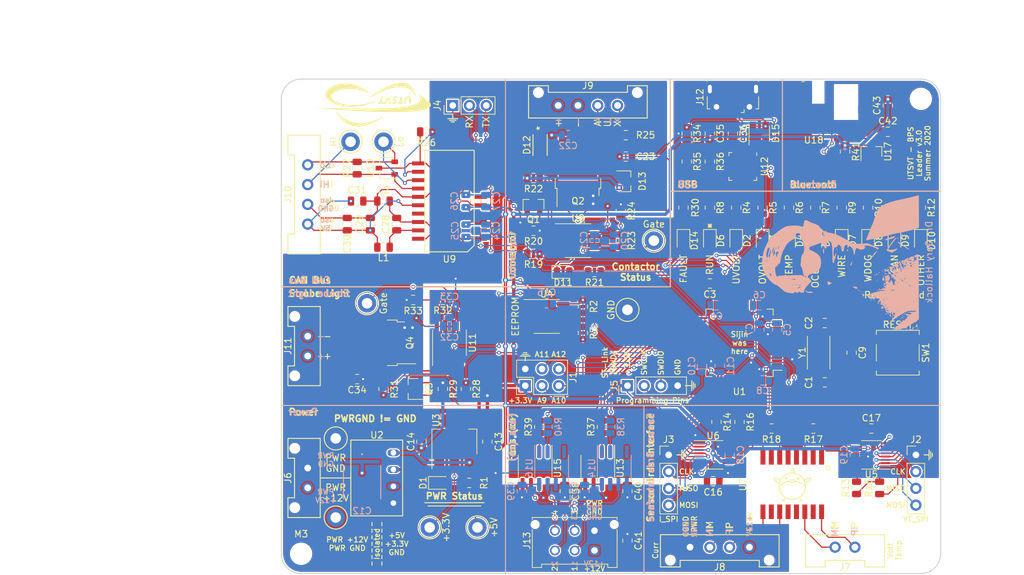
<source format=kicad_pcb>
(kicad_pcb (version 20171130) (host pcbnew "(5.1.5)-3")
  (layers (0 F.Cu signal) (31 B.Cu signal) (34 B.Paste user) (35 F.Paste user) (36 B.SilkS user) (37 F.SilkS user) (38 B.Mask user) (39 F.Mask user) (44 Edge.Cuts user))
  (net 0 "")
  (net 1 GND)
  (net 2 +3V3)
  (net 3 /OSC_IN)
  (net 4 /NRST)
  (net 5 /OSC_OUT)
  (net 6 +5V)
  (net 7 +12V)
  (net 8 GNDPWR)
  (net 9 /PB1)
  (net 10 "Net-(D1-Pad2)")
  (net 11 "Net-(D2-Pad1)")
  (net 12 "Net-(D3-Pad1)")
  (net 13 /PC3)
  (net 14 /PC2)
  (net 15 "Net-(D4-Pad1)")
  (net 16 "Net-(D5-Pad1)")
  (net 17 /PC1)
  (net 18 /PC0)
  (net 19 "Net-(D6-Pad1)")
  (net 20 "Net-(D7-Pad1)")
  (net 21 /PA7)
  (net 22 /PA6)
  (net 23 "Net-(D8-Pad1)")
  (net 24 "Net-(D9-Pad1)")
  (net 25 /PA5)
  (net 26 "/Contactor Driver/CONTACTOR_V-")
  (net 27 /SWCLK)
  (net 28 /SWDIO)
  (net 29 /CAN/CAN_L)
  (net 30 /CAN/CAN_H)
  (net 31 "Net-(Q1-Pad1)")
  (net 32 "Net-(Q2-Pad1)")
  (net 33 "Net-(Q3-Pad1)")
  (net 34 "Net-(Q4-Pad1)")
  (net 35 /I2C3_SCL)
  (net 36 /I2C3_SDA)
  (net 37 /PB0)
  (net 38 /CAN/RSlope)
  (net 39 /FAULT)
  (net 40 /USART3_RX)
  (net 41 /USART3_TX)
  (net 42 /SPI1_CLK)
  (net 43 /SPI1_MISO)
  (net 44 /SPI1_MOSI)
  (net 45 /CAN1_RX)
  (net 46 /CAN1_TX)
  (net 47 "Net-(C29-Pad2)")
  (net 48 "Net-(C29-Pad1)")
  (net 49 "Net-(C3-Pad1)")
  (net 50 "Net-(D10-Pad1)")
  (net 51 /PA9)
  (net 52 /PA11)
  (net 53 /PA10)
  (net 54 /PA12)
  (net 55 /SPI3_CLK)
  (net 56 /SPI3_MISO)
  (net 57 /SPI3_MOSI)
  (net 58 "Net-(J7-Pad2)")
  (net 59 "/Fan Board Interface/FAN1")
  (net 60 "/Fan Board Interface/FAN2")
  (net 61 "/Fan Board Interface/FAN3")
  (net 62 "/Fan Board Interface/FAN4")
  (net 63 "Net-(Q3-Pad3)")
  (net 64 "Net-(R13-Pad1)")
  (net 65 "Net-(R13-Pad2)")
  (net 66 "/Sensor Boards Interface/VT_IM")
  (net 67 "/Sensor Boards Interface/VT_IP")
  (net 68 "/Sensor Boards Interface/I_IM")
  (net 69 "/Sensor Boards Interface/I_IP")
  (net 70 "Net-(R38-Pad1)")
  (net 71 /TIM3_CH1)
  (net 72 "Net-(R39-Pad1)")
  (net 73 /TIM3_CH2)
  (net 74 /TIM12_CH1)
  (net 75 "Net-(R40-Pad1)")
  (net 76 /TIM12_CH2)
  (net 77 /UART2_TX)
  (net 78 /UART2_RX)
  (net 79 /PA15)
  (net 80 /PD2)
  (net 81 "Net-(J7-Pad1)")
  (net 82 "Net-(J8-Pad2)")
  (net 83 "Net-(J8-Pad3)")
  (net 84 "Net-(J11-Pad2)")
  (net 85 "Net-(D11-Pad2)")
  (net 86 "Net-(D11-Pad1)")
  (net 87 "Net-(R14-Pad2)")
  (net 88 "Net-(R14-Pad1)")
  (net 89 "Net-(R22-Pad1)")
  (net 90 "Net-(R23-Pad2)")
  (net 91 /PA4)
  (net 92 /PC4)
  (net 93 "Net-(C28-Pad2)")
  (net 94 "Net-(C28-Pad1)")
  (net 95 "Net-(C42-Pad1)")
  (net 96 "Net-(J12-Pad4)")
  (net 97 "Net-(U1-Pad2)")
  (net 98 "Net-(U1-Pad3)")
  (net 99 "Net-(U1-Pad4)")
  (net 100 "Net-(U1-Pad14)")
  (net 101 "Net-(U1-Pad15)")
  (net 102 "Net-(U1-Pad28)")
  (net 103 "Net-(U1-Pad34)")
  (net 104 "Net-(U1-Pad39)")
  (net 105 "Net-(U1-Pad58)")
  (net 106 "Net-(U1-Pad59)")
  (net 107 "Net-(U7-Pad15)")
  (net 108 "Net-(U7-Pad10)")
  (net 109 "Net-(U7-Pad7)")
  (net 110 "Net-(U7-Pad2)")
  (net 111 "Net-(U8-Pad1)")
  (net 112 "Net-(U8-Pad4)")
  (net 113 "Net-(U12-Pad1)")
  (net 114 "Net-(U13-Pad1)")
  (net 115 "Net-(U14-Pad1)")
  (net 116 "Net-(U14-Pad4)")
  (net 117 "Net-(U15-Pad1)")
  (net 118 "Net-(U15-Pad4)")
  (net 119 "Net-(U16-Pad4)")
  (net 120 "Net-(U16-Pad1)")
  (net 121 "Net-(D13-Pad3)")
  (net 122 "Net-(D14-Pad1)")
  (net 123 "Net-(D15-Pad2)")
  (net 124 "Net-(D15-Pad3)")
  (net 125 "Net-(D15-Pad4)")
  (net 126 "Net-(R31-Pad1)")
  (net 127 "Net-(R32-Pad2)")
  (net 128 "Net-(R34-Pad1)")
  (net 129 "Net-(R36-Pad2)")
  (net 130 "Net-(R37-Pad1)")
  (net 131 "Net-(U9-Pad6)")
  (net 132 "Net-(U9-Pad8)")
  (net 133 "Net-(U9-Pad9)")
  (net 134 "Net-(U9-Pad17)")
  (net 135 "Net-(U11-Pad1)")
  (net 136 "Net-(U11-Pad4)")
  (net 137 "Net-(U12-Pad10)")
  (net 138 "Net-(U12-Pad11)")
  (net 139 "Net-(U12-Pad12)")
  (net 140 "Net-(U12-Pad13)")
  (net 141 "Net-(U12-Pad14)")
  (net 142 "Net-(U12-Pad15)")
  (net 143 "Net-(U12-Pad16)")
  (net 144 "Net-(U12-Pad17)")
  (net 145 "Net-(U12-Pad18)")
  (net 146 "Net-(U12-Pad19)")
  (net 147 "Net-(U12-Pad22)")
  (net 148 "Net-(U12-Pad23)")
  (net 149 "Net-(U12-Pad24)")
  (net 150 "Net-(U13-Pad4)")
  (net 151 "Net-(U18-Pad6)")
  (net 152 "Net-(U18-Pad9)")
  (net 153 "Net-(U18-Pad11)")
  (net 154 "Net-(U18-Pad5)")
  (net 155 "Net-(U18-Pad4)")
  (net 156 "Net-(U18-Pad3)")
  (net 157 "Net-(U18-Pad1)")
  (net 158 "Net-(U18-Pad12)")
  (net 159 "Net-(U18-Pad15)")
  (net 160 "Net-(U18-Pad16)")
  (module UTSVT_Passive:V2F22HM (layer F.Cu) (at 139.25 60 270)
    (fp_text reference D12 (at 0 2 270) (layer F.SilkS))
    (fp_text value V2F22HM3/H hide)
    (fp_text user * (at -2.54 0 270) (layer F.SilkS))
    (pad 2 smd rect (at 1.6383 0 270) (size 1.0414 1.1938) (layers F.Cu F.Paste F.Mask) (net 26 "/Contactor Driver/CONTACTOR_V-"))
    (pad 1 smd rect (at -1.6383 0 270) (size 1.0414 1.1938) (layers F.Cu F.Paste F.Mask) (net 7 +12V))
  )
  (module Connector_Molex:Molex_Micro-Fit_3.0_43045-0612_2x03_P3.00mm_Vertical (layer F.Cu) (at 147.5 121.5 180)
    (fp_text reference J13 (at 10.25 1.5 270) (layer F.SilkS))
    (fp_text value FanBrdConn)
    (pad "" np_thru_hole circle (at -3 3.94 180) (size 1 1) (drill 1) (layers *.Cu *.Mask))
    (pad "" np_thru_hole circle (at 9 3.94 180) (size 1 1) (drill 1) (layers *.Cu *.Mask))
    (pad 1 thru_hole roundrect (at 0 0 180) (size 1.5 1.5) (drill 1) (layers *.Cu *.Mask) (roundrect_rratio 0.166667) (net 7 +12V))
    (pad 2 thru_hole circle (at 3 0 180) (size 1.5 1.5) (drill 1) (layers *.Cu *.Mask) (net 59 "/Fan Board Interface/FAN1"))
    (pad 3 thru_hole circle (at 6 0 180) (size 1.5 1.5) (drill 1) (layers *.Cu *.Mask) (net 60 "/Fan Board Interface/FAN2"))
    (pad 4 thru_hole circle (at 0 3 180) (size 1.5 1.5) (drill 1) (layers *.Cu *.Mask) (net 8 GNDPWR))
    (pad 5 thru_hole circle (at 3 3 180) (size 1.5 1.5) (drill 1) (layers *.Cu *.Mask) (net 61 "/Fan Board Interface/FAN3"))
    (pad 6 thru_hole circle (at 6 3 180) (size 1.5 1.5) (drill 1) (layers *.Cu *.Mask) (net 62 "/Fan Board Interface/FAN4"))
  )
  (module UTSVT_Connectors:Molex_MicroFit3.0_1x4xP3.00mm_PolarizingPeg_Vertical (layer F.Cu) (at 171 121 180)
    (fp_text reference J8 (at 4.5 -3) (layer F.SilkS))
    (fp_text value CurrentConn)
    (pad 4 thru_hole circle (at 9 0 180) (size 1.7 1.7) (drill 1.02) (layers *.Cu *.Mask) (net 8 GNDPWR))
    (pad "" np_thru_hole circle (at 12 -1.96 180) (size 1.27 1.27) (drill 1.27) (layers *.Cu *.Mask))
    (pad 1 thru_hole circle (at 0 0 180) (size 1.7 1.7) (drill 1.02) (layers *.Cu *.Mask) (net 7 +12V))
    (pad 2 thru_hole circle (at 3 0 180) (size 1.7 1.7) (drill 1.02) (layers *.Cu *.Mask) (net 82 "Net-(J8-Pad2)"))
    (pad 3 thru_hole circle (at 6 0 180) (size 1.7 1.7) (drill 1.02) (layers *.Cu *.Mask) (net 83 "Net-(J8-Pad3)"))
    (pad "" np_thru_hole circle (at -3 -1.96 180) (size 1.27 1.27) (drill 1.27) (layers *.Cu *.Mask))
  )
  (module UTSVT_Connectors:Molex_MicroFit3.0_1x2xP3.00mm_PolarizingPeg_Vertical (layer F.Cu) (at 104 112 90)
    (fp_text reference J6 (at 1.5 -3 90) (layer F.SilkS))
    (fp_text value PowerConn)
    (pad "" np_thru_hole circle (at 6 -1.96 90) (size 1.27 1.27) (drill 1.27) (layers *.Cu *.Mask))
    (pad 1 thru_hole circle (at 0 0 90) (size 1.7 1.7) (drill 1.02) (layers *.Cu *.Mask) (net 7 +12V))
    (pad 2 thru_hole circle (at 3 0 90) (size 1.7 1.7) (drill 1.02) (layers *.Cu *.Mask) (net 8 GNDPWR))
    (pad "" np_thru_hole circle (at -3 -1.96 90) (size 1.27 1.27) (drill 1.27) (layers *.Cu *.Mask))
  )
  (module Capacitor_SMD:C_0805_2012Metric (layer F.Cu) (at 182.4375 96)
    (fp_text reference C1 (at -2.4375 0 270) (layer F.SilkS))
    (fp_text value 12p)
    (pad 1 smd roundrect (at -0.9375 0) (size 0.975 1.4) (layers F.Cu F.Paste F.Mask) (net 3 /OSC_IN))
    (pad 2 smd roundrect (at 0.9375 0) (size 0.975 1.4) (layers F.Cu F.Paste F.Mask) (net 1 GND))
  )
  (module Capacitor_SMD:C_0805_2012Metric (layer F.Cu) (at 182.4375 87)
    (fp_text reference C2 (at -2.4375 0 270) (layer F.SilkS))
    (fp_text value 12p)
    (pad 2 smd roundrect (at 0.9375 0) (size 0.975 1.4) (layers F.Cu F.Paste F.Mask) (net 1 GND))
    (pad 1 smd roundrect (at -0.9375 0) (size 0.975 1.4) (layers F.Cu F.Paste F.Mask) (net 5 /OSC_OUT))
  )
  (module Capacitor_SMD:C_0805_2012Metric (layer F.Cu) (at 165 81 180)
    (fp_text reference C3 (at 0 -1.65 180) (layer F.SilkS))
    (fp_text value 4.7u)
    (pad 2 smd roundrect (at 0.9375 0 180) (size 0.975 1.4) (layers F.Cu F.Paste F.Mask) (net 1 GND))
    (pad 1 smd roundrect (at -0.9375 0 180) (size 0.975 1.4) (layers F.Cu F.Paste F.Mask) (net 49 "Net-(C3-Pad1)"))
  )
  (module Capacitor_SMD:C_0805_2012Metric (layer B.Cu) (at 166 84.3)
    (fp_text reference C4 (at 0 1.65 180) (layer B.SilkS) (effects (justify mirror)))
    (fp_text value 0.1u)
    (pad 1 smd roundrect (at -0.9375 0) (size 0.975 1.4) (layers B.Cu B.Paste B.Mask) (net 2 +3V3))
    (pad 2 smd roundrect (at 0.9375 0) (size 0.975 1.4) (layers B.Cu B.Paste B.Mask) (net 1 GND))
  )
  (module Capacitor_SMD:C_0805_2012Metric (layer B.Cu) (at 175.2 88 270)
    (fp_text reference C5 (at 0 -1.55 90) (layer B.SilkS) (effects (justify mirror)))
    (fp_text value 0.1u)
    (pad 2 smd roundrect (at 0.9375 0 270) (size 0.975 1.4) (layers B.Cu B.Paste B.Mask) (net 1 GND))
    (pad 1 smd roundrect (at -0.9375 0 270) (size 0.975 1.4) (layers B.Cu B.Paste B.Mask) (net 2 +3V3))
  )
  (module Capacitor_SMD:C_0805_2012Metric (layer B.Cu) (at 172.5 84.3)
    (fp_text reference C6 (at 0 -1.55) (layer B.SilkS) (effects (justify mirror)))
    (fp_text value 0.1u)
    (pad 2 smd roundrect (at 0.9375 0) (size 0.975 1.4) (layers B.Cu B.Paste B.Mask) (net 1 GND))
    (pad 1 smd roundrect (at -0.9375 0) (size 0.975 1.4) (layers B.Cu B.Paste B.Mask) (net 2 +3V3))
  )
  (module Capacitor_SMD:C_0805_2012Metric (layer B.Cu) (at 172.5 88 270)
    (fp_text reference C7 (at 0 1.5 90) (layer B.SilkS) (effects (justify mirror)))
    (fp_text value 1u)
    (pad 1 smd roundrect (at -0.9375 0 270) (size 0.975 1.4) (layers B.Cu B.Paste B.Mask) (net 2 +3V3))
    (pad 2 smd roundrect (at 0.9375 0 270) (size 0.975 1.4) (layers B.Cu B.Paste B.Mask) (net 1 GND))
  )
  (module Capacitor_SMD:C_0805_2012Metric (layer B.Cu) (at 173 95.7 180)
    (fp_text reference C8 (at 0 -1.55) (layer B.SilkS) (effects (justify mirror)))
    (fp_text value 0.1u)
    (pad 1 smd roundrect (at -0.9375 0 180) (size 0.975 1.4) (layers B.Cu B.Paste B.Mask) (net 2 +3V3))
    (pad 2 smd roundrect (at 0.9375 0 180) (size 0.975 1.4) (layers B.Cu B.Paste B.Mask) (net 1 GND))
  )
  (module Capacitor_SMD:C_0805_2012Metric (layer F.Cu) (at 186.5 91.5 270)
    (fp_text reference C9 (at 0 -1.65 90) (layer F.SilkS))
    (fp_text value 0.1u)
    (pad 2 smd roundrect (at 0.9375 0 270) (size 0.975 1.4) (layers F.Cu F.Paste F.Mask) (net 1 GND))
    (pad 1 smd roundrect (at -0.9375 0 270) (size 0.975 1.4) (layers F.Cu F.Paste F.Mask) (net 4 /NRST))
  )
  (module Capacitor_SMD:C_0805_2012Metric (layer B.Cu) (at 163.8 93.5 90)
    (fp_text reference C10 (at 0 -1.55 90) (layer B.SilkS) (effects (justify mirror)))
    (fp_text value 0.1u)
    (pad 2 smd roundrect (at 0.9375 0 90) (size 0.975 1.4) (layers B.Cu B.Paste B.Mask) (net 1 GND))
    (pad 1 smd roundrect (at -0.9375 0 90) (size 0.975 1.4) (layers B.Cu B.Paste B.Mask) (net 2 +3V3))
  )
  (module Capacitor_SMD:C_0805_2012Metric (layer B.Cu) (at 166.5 93.5 90)
    (fp_text reference C11 (at 0 1.65 270) (layer B.SilkS) (effects (justify mirror)))
    (fp_text value 4.7u)
    (pad 1 smd roundrect (at -0.9375 0 90) (size 0.975 1.4) (layers B.Cu B.Paste B.Mask) (net 2 +3V3))
    (pad 2 smd roundrect (at 0.9375 0 90) (size 0.975 1.4) (layers B.Cu B.Paste B.Mask) (net 1 GND))
  )
  (module Capacitor_SMD:C_0805_2012Metric (layer F.Cu) (at 131.25 105 90)
    (fp_text reference C13 (at 0 1.7 270) (layer F.SilkS))
    (fp_text value 10u)
    (pad 1 smd roundrect (at -0.9375 0 90) (size 0.975 1.4) (layers F.Cu F.Paste F.Mask) (net 6 +5V))
    (pad 2 smd roundrect (at 0.9375 0 90) (size 0.975 1.4) (layers F.Cu F.Paste F.Mask) (net 1 GND))
  )
  (module Capacitor_SMD:C_0805_2012Metric (layer F.Cu) (at 121.25 105 270)
    (fp_text reference C14 (at 0 1.6 270) (layer F.SilkS))
    (fp_text value 10u)
    (pad 2 smd roundrect (at 0.9375 0 270) (size 0.975 1.4) (layers F.Cu F.Paste F.Mask) (net 1 GND))
    (pad 1 smd roundrect (at -0.9375 0 270) (size 0.975 1.4) (layers F.Cu F.Paste F.Mask) (net 2 +3V3))
  )
  (module Capacitor_SMD:C_0805_2012Metric (layer B.Cu) (at 140.25 84 180)
    (fp_text reference C15 (at 0 1.65) (layer B.SilkS) (effects (justify mirror)))
    (fp_text value 0.1u)
    (pad 1 smd roundrect (at -0.9375 0 180) (size 0.975 1.4) (layers B.Cu B.Paste B.Mask) (net 2 +3V3))
    (pad 2 smd roundrect (at 0.9375 0 180) (size 0.975 1.4) (layers B.Cu B.Paste B.Mask) (net 1 GND))
  )
  (module Capacitor_SMD:C_0805_2012Metric (layer F.Cu) (at 165.5 111)
    (fp_text reference C16 (at 0 1.65) (layer F.SilkS))
    (fp_text value 0.1u)
    (pad 2 smd roundrect (at 0.9375 0) (size 0.975 1.4) (layers F.Cu F.Paste F.Mask) (net 1 GND))
    (pad 1 smd roundrect (at -0.9375 0) (size 0.975 1.4) (layers F.Cu F.Paste F.Mask) (net 2 +3V3))
  )
  (module Capacitor_SMD:C_0805_2012Metric (layer F.Cu) (at 189.5 103 180)
    (fp_text reference C17 (at 0 1.6) (layer F.SilkS))
    (fp_text value 0.1u)
    (pad 2 smd roundrect (at 0.9375 0 180) (size 0.975 1.4) (layers F.Cu F.Paste F.Mask) (net 1 GND))
    (pad 1 smd roundrect (at -0.9375 0 180) (size 0.975 1.4) (layers F.Cu F.Paste F.Mask) (net 2 +3V3))
  )
  (module Capacitor_SMD:C_0805_2012Metric (layer B.Cu) (at 168 107 90)
    (fp_text reference C18 (at 0 1.65 90) (layer B.SilkS) (effects (justify mirror)))
    (fp_text value 0.1u)
    (pad 1 smd roundrect (at -0.9375 0 90) (size 0.975 1.4) (layers B.Cu B.Paste B.Mask) (net 6 +5V))
    (pad 2 smd roundrect (at 0.9375 0 90) (size 0.975 1.4) (layers B.Cu B.Paste B.Mask) (net 1 GND))
  )
  (module Capacitor_SMD:C_0805_2012Metric (layer B.Cu) (at 187 107 270)
    (fp_text reference C19 (at 0 1.65 90) (layer B.SilkS) (effects (justify mirror)))
    (fp_text value 0.1u)
    (pad 1 smd roundrect (at -0.9375 0 270) (size 0.975 1.4) (layers B.Cu B.Paste B.Mask) (net 6 +5V))
    (pad 2 smd roundrect (at 0.9375 0 270) (size 0.975 1.4) (layers B.Cu B.Paste B.Mask) (net 1 GND))
  )
  (module Capacitor_SMD:C_0805_2012Metric (layer B.Cu) (at 147.5 74.5 270)
    (fp_text reference C21 (at 0 1.6 90) (layer B.SilkS) (effects (justify mirror)))
    (fp_text value 10u)
    (pad 2 smd roundrect (at 0.9375 0 270) (size 0.975 1.4) (layers B.Cu B.Paste B.Mask) (net 8 GNDPWR))
    (pad 1 smd roundrect (at -0.9375 0 270) (size 0.975 1.4) (layers B.Cu B.Paste B.Mask) (net 7 +12V))
  )
  (module Capacitor_SMD:C_0805_2012Metric (layer B.Cu) (at 150.5 74.5 270)
    (fp_text reference C20 (at 0 -1.6 90) (layer B.SilkS) (effects (justify mirror)))
    (fp_text value 0.1u)
    (pad 1 smd roundrect (at -0.9375 0 270) (size 0.975 1.4) (layers B.Cu B.Paste B.Mask) (net 7 +12V))
    (pad 2 smd roundrect (at 0.9375 0 270) (size 0.975 1.4) (layers B.Cu B.Paste B.Mask) (net 8 GNDPWR))
  )
  (module Capacitor_SMD:C_0805_2012Metric (layer B.Cu) (at 143.5 58.5 180)
    (fp_text reference C22 (at 0 -1.6) (layer B.SilkS) (effects (justify mirror)))
    (fp_text value 1u)
    (pad 2 smd roundrect (at 0.9375 0 180) (size 0.975 1.4) (layers B.Cu B.Paste B.Mask) (net 7 +12V))
    (pad 1 smd roundrect (at -0.9375 0 180) (size 0.975 1.4) (layers B.Cu B.Paste B.Mask) (net 8 GNDPWR))
  )
  (module Capacitor_SMD:C_0805_2012Metric (layer F.Cu) (at 152.25 61.75 180)
    (fp_text reference C23 (at -3 0) (layer F.SilkS))
    (fp_text value 1u)
    (pad 1 smd roundrect (at -0.9375 0 180) (size 0.975 1.4) (layers F.Cu F.Paste F.Mask) (net 9 /PB1))
    (pad 2 smd roundrect (at 0.9375 0 180) (size 0.975 1.4) (layers F.Cu F.Paste F.Mask) (net 1 GND))
  )
  (module Capacitor_SMD:C_0805_2012Metric (layer B.Cu) (at 131 73 270)
    (fp_text reference C24 (at 0 -1.6 270) (layer B.SilkS) (effects (justify mirror)))
    (fp_text value 10u)
    (pad 1 smd roundrect (at -0.9375 0 270) (size 0.975 1.4) (layers B.Cu B.Paste B.Mask) (net 6 +5V))
    (pad 2 smd roundrect (at 0.9375 0 270) (size 0.975 1.4) (layers B.Cu B.Paste B.Mask) (net 1 GND))
  )
  (module Capacitor_SMD:C_0805_2012Metric (layer B.Cu) (at 128 73 270)
    (fp_text reference C25 (at 0 1.65 270) (layer B.SilkS) (effects (justify mirror)))
    (fp_text value 0.1u)
    (pad 2 smd roundrect (at 0.9375 0 270) (size 0.975 1.4) (layers B.Cu B.Paste B.Mask) (net 1 GND))
    (pad 1 smd roundrect (at -0.9375 0 270) (size 0.975 1.4) (layers B.Cu B.Paste B.Mask) (net 6 +5V))
  )
  (module Capacitor_SMD:C_0805_2012Metric (layer B.Cu) (at 128 68.5 90)
    (fp_text reference C26 (at 0 -1.75 90) (layer B.SilkS) (effects (justify mirror)))
    (fp_text value 0.1u)
    (pad 1 smd roundrect (at -0.9375 0 90) (size 0.975 1.4) (layers B.Cu B.Paste B.Mask) (net 2 +3V3))
    (pad 2 smd roundrect (at 0.9375 0 90) (size 0.975 1.4) (layers B.Cu B.Paste B.Mask) (net 1 GND))
  )
  (module Capacitor_SMD:C_0805_2012Metric (layer B.Cu) (at 131 68.5 90)
    (fp_text reference C27 (at 0 1.65 270) (layer B.SilkS) (effects (justify mirror)))
    (fp_text value 0.01u)
    (pad 2 smd roundrect (at 0.9375 0 90) (size 0.975 1.4) (layers B.Cu B.Paste B.Mask) (net 1 GND))
    (pad 1 smd roundrect (at -0.9375 0 90) (size 0.975 1.4) (layers B.Cu B.Paste B.Mask) (net 2 +3V3))
  )
  (module Capacitor_SMD:C_0805_2012Metric (layer F.Cu) (at 117.5 72 90)
    (fp_text reference C28 (at 0 -1.65 90) (layer F.SilkS))
    (fp_text value 0.22u)
    (pad 2 smd roundrect (at 0.9375 0 90) (size 0.975 1.4) (layers F.Cu F.Paste F.Mask) (net 93 "Net-(C28-Pad2)"))
    (pad 1 smd roundrect (at -0.9375 0 90) (size 0.975 1.4) (layers F.Cu F.Paste F.Mask) (net 94 "Net-(C28-Pad1)"))
  )
  (module Capacitor_SMD:C_0805_2012Metric (layer F.Cu) (at 113.5 72 90)
    (fp_text reference C29 (at 0 -1.65 90) (layer F.SilkS))
    (fp_text value 10u)
    (pad 1 smd roundrect (at -0.9375 0 90) (size 0.975 1.4) (layers F.Cu F.Paste F.Mask) (net 48 "Net-(C29-Pad1)"))
    (pad 2 smd roundrect (at 0.9375 0 90) (size 0.975 1.4) (layers F.Cu F.Paste F.Mask) (net 47 "Net-(C29-Pad2)"))
  )
  (module Capacitor_SMD:C_0805_2012Metric (layer F.Cu) (at 110 72 90)
    (fp_text reference C30 (at -3 0 90) (layer F.SilkS))
    (fp_text value 0.1u)
    (pad 1 smd roundrect (at -0.9375 0 90) (size 0.975 1.4) (layers F.Cu F.Paste F.Mask) (net 48 "Net-(C29-Pad1)"))
    (pad 2 smd roundrect (at 0.9375 0 90) (size 0.975 1.4) (layers F.Cu F.Paste F.Mask) (net 47 "Net-(C29-Pad2)"))
  )
  (module Capacitor_SMD:C_0805_2012Metric (layer F.Cu) (at 111.5 68.5)
    (fp_text reference C31 (at 0 -1.65) (layer F.SilkS))
    (fp_text value 0.01u)
    (pad 2 smd roundrect (at 0.9375 0) (size 0.975 1.4) (layers F.Cu F.Paste F.Mask) (net 47 "Net-(C29-Pad2)"))
    (pad 1 smd roundrect (at -0.9375 0) (size 0.975 1.4) (layers F.Cu F.Paste F.Mask) (net 48 "Net-(C29-Pad1)"))
  )
  (module Capacitor_SMD:C_0805_2012Metric (layer B.Cu) (at 125.5 84.5)
    (fp_text reference C33 (at 0 -1.5 180) (layer B.SilkS) (effects (justify mirror)))
    (fp_text value 10u)
    (pad 1 smd roundrect (at -0.9375 0) (size 0.975 1.4) (layers B.Cu B.Paste B.Mask) (net 7 +12V))
    (pad 2 smd roundrect (at 0.9375 0) (size 0.975 1.4) (layers B.Cu B.Paste B.Mask) (net 8 GNDPWR))
  )
  (module Capacitor_SMD:C_0805_2012Metric (layer B.Cu) (at 125.5 87.5)
    (fp_text reference C32 (at 0 1.65 180) (layer B.SilkS) (effects (justify mirror)))
    (fp_text value 0.1u)
    (pad 2 smd roundrect (at 0.9375 0) (size 0.975 1.4) (layers B.Cu B.Paste B.Mask) (net 8 GNDPWR))
    (pad 1 smd roundrect (at -0.9375 0) (size 0.975 1.4) (layers B.Cu B.Paste B.Mask) (net 7 +12V))
  )
  (module Capacitor_SMD:C_0805_2012Metric (layer F.Cu) (at 111.5 95.5 180)
    (fp_text reference C34 (at 0 -1.65) (layer F.SilkS))
    (fp_text value 1u)
    (pad 1 smd roundrect (at -0.9375 0 180) (size 0.975 1.4) (layers F.Cu F.Paste F.Mask) (net 8 GNDPWR))
    (pad 2 smd roundrect (at 0.9375 0 180) (size 0.975 1.4) (layers F.Cu F.Paste F.Mask) (net 7 +12V))
  )
  (module Capacitor_SMD:C_0805_2012Metric (layer F.Cu) (at 165 58.25 90)
    (fp_text reference C35 (at 0 1.6 90) (layer F.SilkS))
    (fp_text value 4.7u)
    (pad 1 smd roundrect (at -0.9375 0 90) (size 0.975 1.4) (layers F.Cu F.Paste F.Mask) (net 2 +3V3))
    (pad 2 smd roundrect (at 0.9375 0 90) (size 0.975 1.4) (layers F.Cu F.Paste F.Mask) (net 1 GND))
  )
  (module Capacitor_SMD:C_0805_2012Metric (layer F.Cu) (at 168.5 58.25 90)
    (fp_text reference C36 (at 0 1.6 90) (layer F.SilkS))
    (fp_text value 0.1u)
    (pad 2 smd roundrect (at 0.9375 0 90) (size 0.975 1.4) (layers F.Cu F.Paste F.Mask) (net 1 GND))
    (pad 1 smd roundrect (at -0.9375 0 90) (size 0.975 1.4) (layers F.Cu F.Paste F.Mask) (net 2 +3V3))
  )
  (module Capacitor_SMD:C_0805_2012Metric (layer F.Cu) (at 152.5 120 90)
    (fp_text reference C41 (at 0 1.65 90) (layer F.SilkS))
    (fp_text value 10u)
    (pad 1 smd roundrect (at -0.9375 0 90) (size 0.975 1.4) (layers F.Cu F.Paste F.Mask) (net 7 +12V))
    (pad 2 smd roundrect (at 0.9375 0 90) (size 0.975 1.4) (layers F.Cu F.Paste F.Mask) (net 8 GNDPWR))
  )
  (module Capacitor_SMD:C_0805_2012Metric (layer F.Cu) (at 152.5 112.5 270)
    (fp_text reference C40 (at 0 -1.65 90) (layer F.SilkS))
    (fp_text value 0.1u)
    (pad 2 smd roundrect (at 0.9375 0 270) (size 0.975 1.4) (layers F.Cu F.Paste F.Mask) (net 8 GNDPWR))
    (pad 1 smd roundrect (at -0.9375 0 270) (size 0.975 1.4) (layers F.Cu F.Paste F.Mask) (net 7 +12V))
  )
  (module Capacitor_SMD:C_0805_2012Metric (layer B.Cu) (at 146 112.5 270)
    (fp_text reference C37 (at 0 1.65 270) (layer B.SilkS) (effects (justify mirror)))
    (fp_text value 0.1u)
    (pad 2 smd roundrect (at 0.9375 0 270) (size 0.975 1.4) (layers B.Cu B.Paste B.Mask) (net 8 GNDPWR))
    (pad 1 smd roundrect (at -0.9375 0 270) (size 0.975 1.4) (layers B.Cu B.Paste B.Mask) (net 7 +12V))
  )
  (module Capacitor_SMD:C_0805_2012Metric (layer F.Cu) (at 143 112.5 270)
    (fp_text reference C38 (at 0 -1.65 270) (layer F.SilkS))
    (fp_text value 0.1u)
    (pad 1 smd roundrect (at -0.9375 0 270) (size 0.975 1.4) (layers F.Cu F.Paste F.Mask) (net 7 +12V))
    (pad 2 smd roundrect (at 0.9375 0 270) (size 0.975 1.4) (layers F.Cu F.Paste F.Mask) (net 8 GNDPWR))
  )
  (module Capacitor_SMD:C_0805_2012Metric (layer B.Cu) (at 136.5 112.5 270)
    (fp_text reference C39 (at 0 1.65 90) (layer B.SilkS) (effects (justify mirror)))
    (fp_text value 0.1u)
    (pad 1 smd roundrect (at -0.9375 0 270) (size 0.975 1.4) (layers B.Cu B.Paste B.Mask) (net 7 +12V))
    (pad 2 smd roundrect (at 0.9375 0 270) (size 0.975 1.4) (layers B.Cu B.Paste B.Mask) (net 8 GNDPWR))
  )
  (module Capacitor_SMD:C_0805_2012Metric (layer F.Cu) (at 192 58)
    (fp_text reference C42 (at 0 -1.65) (layer F.SilkS))
    (fp_text value 1u)
    (pad 2 smd roundrect (at 0.9375 0) (size 0.975 1.4) (layers F.Cu F.Paste F.Mask) (net 1 GND))
    (pad 1 smd roundrect (at -0.9375 0) (size 0.975 1.4) (layers F.Cu F.Paste F.Mask) (net 95 "Net-(C42-Pad1)"))
  )
  (module Capacitor_SMD:C_0805_2012Metric (layer F.Cu) (at 192 54 90)
    (fp_text reference C43 (at 0 -1.65 90) (layer F.SilkS))
    (fp_text value 0.1u)
    (pad 2 smd roundrect (at 0.9375 0 90) (size 0.975 1.4) (layers F.Cu F.Paste F.Mask) (net 2 +3V3))
    (pad 1 smd roundrect (at -0.9375 0 90) (size 0.975 1.4) (layers F.Cu F.Paste F.Mask) (net 1 GND))
  )
  (module LED_SMD:LED_0805_2012Metric (layer F.Cu) (at 124 111.25)
    (fp_text reference D1 (at -2.5 0 90) (layer F.SilkS))
    (fp_text value PowerOn)
    (pad 1 smd roundrect (at -0.9375 0) (size 0.975 1.4) (layers F.Cu F.Paste F.Mask) (net 1 GND))
    (pad 2 smd roundrect (at 0.9375 0) (size 0.975 1.4) (layers F.Cu F.Paste F.Mask) (net 10 "Net-(D1-Pad2)"))
  )
  (module LED_SMD:LED_0805_2012Metric (layer F.Cu) (at 165 74.5 270)
    (fp_text reference D6 (at 0 -1.65 90) (layer F.SilkS))
    (fp_text value Heartbeat)
    (pad 2 smd roundrect (at 0.9375 0 270) (size 0.975 1.4) (layers F.Cu F.Paste F.Mask) (net 92 /PC4))
    (pad 1 smd roundrect (at -0.9375 0 270) (size 0.975 1.4) (layers F.Cu F.Paste F.Mask) (net 19 "Net-(D6-Pad1)"))
  )
  (module LED_SMD:LED_0805_2012Metric (layer F.Cu) (at 169 74.5 270)
    (fp_text reference D2 (at 0 -1.65 90) (layer F.SilkS))
    (fp_text value UVolt)
    (pad 1 smd roundrect (at -0.9375 0 270) (size 0.975 1.4) (layers F.Cu F.Paste F.Mask) (net 11 "Net-(D2-Pad1)"))
    (pad 2 smd roundrect (at 0.9375 0 270) (size 0.975 1.4) (layers F.Cu F.Paste F.Mask) (net 21 /PA7))
  )
  (module LED_SMD:LED_0805_2012Metric (layer F.Cu) (at 173 74.5 270)
    (fp_text reference D3 (at 0 -1.65 90) (layer F.SilkS))
    (fp_text value OVolt)
    (pad 2 smd roundrect (at 0.9375 0 270) (size 0.975 1.4) (layers F.Cu F.Paste F.Mask) (net 22 /PA6))
    (pad 1 smd roundrect (at -0.9375 0 270) (size 0.975 1.4) (layers F.Cu F.Paste F.Mask) (net 12 "Net-(D3-Pad1)"))
  )
  (module LED_SMD:LED_0805_2012Metric (layer F.Cu) (at 177 74.5 270)
    (fp_text reference D4 (at 0 -1.65 90) (layer F.SilkS))
    (fp_text value OTemp)
    (pad 1 smd roundrect (at -0.9375 0 270) (size 0.975 1.4) (layers F.Cu F.Paste F.Mask) (net 15 "Net-(D4-Pad1)"))
    (pad 2 smd roundrect (at 0.9375 0 270) (size 0.975 1.4) (layers F.Cu F.Paste F.Mask) (net 25 /PA5))
  )
  (module LED_SMD:LED_0805_2012Metric (layer F.Cu) (at 181 74.5 270)
    (fp_text reference D5 (at 0 -1.65 90) (layer F.SilkS))
    (fp_text value OCurr)
    (pad 2 smd roundrect (at 0.9375 0 270) (size 0.975 1.4) (layers F.Cu F.Paste F.Mask) (net 91 /PA4))
    (pad 1 smd roundrect (at -0.9375 0 270) (size 0.975 1.4) (layers F.Cu F.Paste F.Mask) (net 16 "Net-(D5-Pad1)"))
  )
  (module LED_SMD:LED_0805_2012Metric (layer F.Cu) (at 185 74.5 270)
    (fp_text reference D7 (at 0 -1.65 90) (layer F.SilkS))
    (fp_text value Wire)
    (pad 1 smd roundrect (at -0.9375 0 270) (size 0.975 1.4) (layers F.Cu F.Paste F.Mask) (net 20 "Net-(D7-Pad1)"))
    (pad 2 smd roundrect (at 0.9375 0 270) (size 0.975 1.4) (layers F.Cu F.Paste F.Mask) (net 13 /PC3))
  )
  (module LED_SMD:LED_0805_2012Metric (layer F.Cu) (at 189 74.5 270)
    (fp_text reference D8 (at 0 -1.65 90) (layer F.SilkS))
    (fp_text value WDError)
    (pad 1 smd roundrect (at -0.9375 0 270) (size 0.975 1.4) (layers F.Cu F.Paste F.Mask) (net 23 "Net-(D8-Pad1)"))
    (pad 2 smd roundrect (at 0.9375 0 270) (size 0.975 1.4) (layers F.Cu F.Paste F.Mask) (net 14 /PC2))
  )
  (module LED_SMD:LED_0805_2012Metric (layer F.Cu) (at 193 74.5 270)
    (fp_text reference D9 (at 0 -1.65 90) (layer F.SilkS))
    (fp_text value CANError)
    (pad 2 smd roundrect (at 0.9375 0 270) (size 0.975 1.4) (layers F.Cu F.Paste F.Mask) (net 17 /PC1))
    (pad 1 smd roundrect (at -0.9375 0 270) (size 0.975 1.4) (layers F.Cu F.Paste F.Mask) (net 24 "Net-(D9-Pad1)"))
  )
  (module LED_SMD:LED_0805_2012Metric (layer F.Cu) (at 142.75 79.25)
    (fp_text reference D11 (at 0 1.6) (layer F.SilkS))
    (fp_text value ContactorEn)
    (pad 2 smd roundrect (at 0.9375 0) (size 0.975 1.4) (layers F.Cu F.Paste F.Mask) (net 85 "Net-(D11-Pad2)"))
    (pad 1 smd roundrect (at -0.9375 0) (size 0.975 1.4) (layers F.Cu F.Paste F.Mask) (net 86 "Net-(D11-Pad1)"))
  )
  (module LED_SMD:LED_0805_2012Metric (layer F.Cu) (at 161 74.5 270)
    (fp_text reference D14 (at 0 -1.65 90) (layer F.SilkS))
    (fp_text value Fault)
    (pad 1 smd roundrect (at -0.9375 0 270) (size 0.975 1.4) (layers F.Cu F.Paste F.Mask) (net 122 "Net-(D14-Pad1)"))
    (pad 2 smd roundrect (at 0.9375 0 270) (size 0.975 1.4) (layers F.Cu F.Paste F.Mask) (net 6 +5V))
  )
  (module Package_TO_SOT_SMD:SOT-143 (layer F.Cu) (at 172.5 58.25 90)
    (fp_text reference D15 (at 0.02 2.5 90) (layer F.SilkS))
    (fp_text value SP0503BAHTG)
    (pad 1 smd rect (at -1.1 -0.77) (size 1.2 1.4) (layers F.Cu F.Paste F.Mask) (net 1 GND))
    (pad 2 smd rect (at -1.1 0.95) (size 1 1.4) (layers F.Cu F.Paste F.Mask) (net 123 "Net-(D15-Pad2)"))
    (pad 3 smd rect (at 1.1 0.95) (size 1 1.4) (layers F.Cu F.Paste F.Mask) (net 124 "Net-(D15-Pad3)"))
    (pad 4 smd rect (at 1.1 -0.95) (size 1 1.4) (layers F.Cu F.Paste F.Mask) (net 125 "Net-(D15-Pad4)"))
  )
  (module Connector_PinHeader_2.54mm:PinHeader_2x03_P2.54mm_Vertical (layer F.Cu) (at 137 96.5 90)
    (fp_text reference J1 (at 1.27 7.25 90) (layer F.SilkS))
    (fp_text value "GPIO Analyzer")
    (pad 1 thru_hole rect (at 0 0 90) (size 1.7 1.7) (drill 1) (layers *.Cu *.Mask) (net 2 +3V3))
    (pad 2 thru_hole oval (at 2.54 0 90) (size 1.7 1.7) (drill 1) (layers *.Cu *.Mask) (net 1 GND))
    (pad 3 thru_hole oval (at 0 2.54 90) (size 1.7 1.7) (drill 1) (layers *.Cu *.Mask) (net 51 /PA9))
    (pad 4 thru_hole oval (at 2.54 2.54 90) (size 1.7 1.7) (drill 1) (layers *.Cu *.Mask) (net 52 /PA11))
    (pad 5 thru_hole oval (at 0 5.08 90) (size 1.7 1.7) (drill 1) (layers *.Cu *.Mask) (net 53 /PA10))
    (pad 6 thru_hole oval (at 2.54 5.08 90) (size 1.7 1.7) (drill 1) (layers *.Cu *.Mask) (net 54 /PA12))
  )
  (module Connector_PinHeader_2.54mm:PinHeader_1x03_P2.54mm_Vertical (layer F.Cu) (at 126 54 90)
    (fp_text reference J4 (at 0 -2.33 90) (layer F.SilkS))
    (fp_text value "CAN Analyzer")
    (pad 1 thru_hole rect (at 0 0 90) (size 1.7 1.7) (drill 1) (layers *.Cu *.Mask) (net 1 GND))
    (pad 2 thru_hole oval (at 0 2.54 90) (size 1.7 1.7) (drill 1) (layers *.Cu *.Mask) (net 45 /CAN1_RX))
    (pad 3 thru_hole oval (at 0 5.08 90) (size 1.7 1.7) (drill 1) (layers *.Cu *.Mask) (net 46 /CAN1_TX))
  )
  (module Connector_PinHeader_2.54mm:PinHeader_1x04_P2.54mm_Vertical (layer F.Cu) (at 152.5 96.5 90)
    (fp_text reference J5 (at 0 -2 90) (layer F.SilkS))
    (fp_text value SWD)
    (pad 1 thru_hole rect (at 0 0 90) (size 1.7 1.7) (drill 1) (layers *.Cu *.Mask) (net 2 +3V3))
    (pad 2 thru_hole oval (at 0 2.54 90) (size 1.7 1.7) (drill 1) (layers *.Cu *.Mask) (net 27 /SWCLK))
    (pad 3 thru_hole oval (at 0 5.08 90) (size 1.7 1.7) (drill 1) (layers *.Cu *.Mask) (net 28 /SWDIO))
    (pad 4 thru_hole oval (at 0 7.62 90) (size 1.7 1.7) (drill 1) (layers *.Cu *.Mask) (net 1 GND))
  )
  (module UTSVT_Connectors:Molex_MicroFit3.0_1x2xP3.00mm_PolarizingPeg_Vertical (layer F.Cu) (at 187 121 180)
    (fp_text reference J7 (at 1.5 -3) (layer F.SilkS))
    (fp_text value MinionConn)
    (pad "" np_thru_hole circle (at 6 -1.96 180) (size 1.27 1.27) (drill 1.27) (layers *.Cu *.Mask))
    (pad 1 thru_hole circle (at 0 0 180) (size 1.7 1.7) (drill 1.02) (layers *.Cu *.Mask) (net 81 "Net-(J7-Pad1)"))
    (pad 2 thru_hole circle (at 3 0 180) (size 1.7 1.7) (drill 1.02) (layers *.Cu *.Mask) (net 58 "Net-(J7-Pad2)"))
    (pad "" np_thru_hole circle (at -3 -1.96 180) (size 1.27 1.27) (drill 1.27) (layers *.Cu *.Mask))
  )
  (module UTSVT_Connectors:Molex_MicroFit3.0_1x4xP3.00mm_PolarizingPeg_Vertical (layer F.Cu) (at 142 54)
    (fp_text reference J9 (at 4.5 -3) (layer F.SilkS))
    (fp_text value ContactorConn)
    (pad "" np_thru_hole circle (at -3 -1.96) (size 1.27 1.27) (drill 1.27) (layers *.Cu *.Mask))
    (pad 3 thru_hole circle (at 6 0) (size 1.7 1.7) (drill 1.02) (layers *.Cu *.Mask) (net 1 GND))
    (pad 2 thru_hole circle (at 3 0) (size 1.7 1.7) (drill 1.02) (layers *.Cu *.Mask) (net 26 "/Contactor Driver/CONTACTOR_V-"))
    (pad 1 thru_hole circle (at 0 0) (size 1.7 1.7) (drill 1.02) (layers *.Cu *.Mask) (net 7 +12V))
    (pad "" np_thru_hole circle (at 12 -1.96) (size 1.27 1.27) (drill 1.27) (layers *.Cu *.Mask))
    (pad 4 thru_hole circle (at 9 0) (size 1.7 1.7) (drill 1.02) (layers *.Cu *.Mask) (net 121 "Net-(D13-Pad3)"))
  )
  (module UTSVT_Connectors:Molex_MicroFit3.0_1x4xP3.00mm_PolarizingPeg_Vertical (layer F.Cu) (at 104 72 90)
    (fp_text reference J10 (at 4.5 -3 90) (layer F.SilkS))
    (fp_text value CAN_Out)
    (pad 4 thru_hole circle (at 9 0 90) (size 1.7 1.7) (drill 1.02) (layers *.Cu *.Mask) (net 29 /CAN/CAN_L))
    (pad "" np_thru_hole circle (at 12 -1.96 90) (size 1.27 1.27) (drill 1.27) (layers *.Cu *.Mask))
    (pad 1 thru_hole circle (at 0 0 90) (size 1.7 1.7) (drill 1.02) (layers *.Cu *.Mask) (net 48 "Net-(C29-Pad1)"))
    (pad 2 thru_hole circle (at 3 0 90) (size 1.7 1.7) (drill 1.02) (layers *.Cu *.Mask) (net 47 "Net-(C29-Pad2)"))
    (pad 3 thru_hole circle (at 6 0 90) (size 1.7 1.7) (drill 1.02) (layers *.Cu *.Mask) (net 30 /CAN/CAN_H))
    (pad "" np_thru_hole circle (at -3 -1.96 90) (size 1.27 1.27) (drill 1.27) (layers *.Cu *.Mask))
  )
  (module UTSVT_Connectors:Molex_MicroFit3.0_1x2xP3.00mm_PolarizingPeg_Vertical (layer F.Cu) (at 104 92 90)
    (fp_text reference J11 (at 1.5 -3 90) (layer F.SilkS))
    (fp_text value ErrorLightConn)
    (pad "" np_thru_hole circle (at -3 -1.96 90) (size 1.27 1.27) (drill 1.27) (layers *.Cu *.Mask))
    (pad 2 thru_hole circle (at 3 0 90) (size 1.7 1.7) (drill 1.02) (layers *.Cu *.Mask) (net 84 "Net-(J11-Pad2)"))
    (pad 1 thru_hole circle (at 0 0 90) (size 1.7 1.7) (drill 1.02) (layers *.Cu *.Mask) (net 7 +12V))
    (pad "" np_thru_hole circle (at 6 -1.96 90) (size 1.27 1.27) (drill 1.27) (layers *.Cu *.Mask))
  )
  (module Connector_USB:USB_Micro-B_Molex-105017-0001 (layer F.Cu) (at 168.5 52.75 180)
    (fp_text reference J12 (at 5 0 90) (layer F.SilkS))
    (fp_text value USB_B_Micro)
    (pad 6 smd rect (at 1 1.2375 180) (size 1.5 1.9) (layers F.Cu F.Paste F.Mask) (net 1 GND))
    (pad 6 thru_hole circle (at -2.5 -1.4625 180) (size 1.45 1.45) (drill 0.85) (layers *.Cu *.Mask) (net 1 GND))
    (pad 2 smd rect (at -0.65 -1.4625 180) (size 0.4 1.35) (layers F.Cu F.Paste F.Mask) (net 124 "Net-(D15-Pad3)"))
    (pad 1 smd rect (at -1.3 -1.4625 180) (size 0.4 1.35) (layers F.Cu F.Paste F.Mask) (net 123 "Net-(D15-Pad2)"))
    (pad 5 smd rect (at 1.3 -1.4625 180) (size 0.4 1.35) (layers F.Cu F.Paste F.Mask) (net 1 GND))
    (pad 4 smd rect (at 0.65 -1.4625 180) (size 0.4 1.35) (layers F.Cu F.Paste F.Mask) (net 96 "Net-(J12-Pad4)"))
    (pad 3 smd rect (at 0 -1.4625 180) (size 0.4 1.35) (layers F.Cu F.Paste F.Mask) (net 125 "Net-(D15-Pad4)"))
    (pad 6 thru_hole circle (at 2.5 -1.4625 180) (size 1.45 1.45) (drill 0.85) (layers *.Cu *.Mask) (net 1 GND))
    (pad 6 smd rect (at -1 1.2375 180) (size 1.5 1.9) (layers F.Cu F.Paste F.Mask) (net 1 GND))
    (pad 6 thru_hole oval (at -3.5 1.2375) (size 1.2 1.9) (drill oval 0.6 1.3) (layers *.Cu *.Mask) (net 1 GND))
    (pad 6 thru_hole oval (at 3.5 1.2375 180) (size 1.2 1.9) (drill oval 0.6 1.3) (layers *.Cu *.Mask) (net 1 GND))
    (pad 6 smd rect (at 2.9 1.2375 180) (size 1.2 1.9) (layers F.Cu F.Mask) (net 1 GND))
    (pad 6 smd rect (at -2.9 1.2375 180) (size 1.2 1.9) (layers F.Cu F.Mask) (net 1 GND))
  )
  (module Inductor_SMD:L_0805_2012Metric (layer F.Cu) (at 115.5 75.5)
    (fp_text reference L1 (at 0 1.6) (layer F.SilkS))
    (fp_text value 2k)
    (pad 1 smd roundrect (at -0.9375 0) (size 0.975 1.4) (layers F.Cu F.Paste F.Mask) (net 48 "Net-(C29-Pad1)"))
    (pad 2 smd roundrect (at 0.9375 0) (size 0.975 1.4) (layers F.Cu F.Paste F.Mask) (net 94 "Net-(C28-Pad1)"))
  )
  (module Inductor_SMD:L_0805_2012Metric (layer F.Cu) (at 115.5 68.5)
    (fp_text reference L2 (at 0 -1.65) (layer F.SilkS))
    (fp_text value 2k)
    (pad 2 smd roundrect (at 0.9375 0) (size 0.975 1.4) (layers F.Cu F.Paste F.Mask) (net 93 "Net-(C28-Pad2)"))
    (pad 1 smd roundrect (at -0.9375 0) (size 0.975 1.4) (layers F.Cu F.Paste F.Mask) (net 47 "Net-(C29-Pad2)"))
  )
  (module MountingHole:MountingHole_3mm (layer F.Cu) (at 103 122)
    (fp_text reference MH1 hide)
    (fp_text value M.3)
    (pad 1 np_thru_hole circle (at 0 0) (size 3 3) (drill 3) (layers *.Cu *.Mask))
  )
  (module MountingHole:MountingHole_3mm (layer F.Cu) (at 103 53)
    (fp_text reference MH2 hide)
    (fp_text value M.3)
    (pad 1 np_thru_hole circle (at 0 0) (size 3 3) (drill 3) (layers *.Cu *.Mask))
  )
  (module MountingHole:MountingHole_3mm (layer F.Cu) (at 197 122)
    (fp_text reference MH3 hide)
    (fp_text value M.3)
    (pad 1 np_thru_hole circle (at 0 0) (size 3 3) (drill 3) (layers *.Cu *.Mask))
  )
  (module MountingHole:MountingHole_3mm (layer F.Cu) (at 197 53)
    (fp_text reference MH4 hide)
    (fp_text value M.3)
    (pad 1 np_thru_hole circle (at 0 0) (size 3 3) (drill 3) (layers *.Cu *.Mask))
  )
  (module Package_TO_SOT_SMD:SOT-23 (layer F.Cu) (at 138.25 69 90)
    (fp_text reference Q1 (at -2.3 0 180) (layer F.SilkS))
    (fp_text value NTR4003NT1G)
    (pad 1 smd rect (at -1 -0.95 90) (size 0.9 0.8) (layers F.Cu F.Paste F.Mask) (net 31 "Net-(Q1-Pad1)"))
    (pad 2 smd rect (at -1 0.95 90) (size 0.9 0.8) (layers F.Cu F.Paste F.Mask) (net 1 GND))
    (pad 3 smd rect (at 1 0 90) (size 0.9 0.8) (layers F.Cu F.Paste F.Mask) (net 86 "Net-(D11-Pad1)"))
  )
  (module Package_TO_SOT_SMD:TO-252-2 (layer F.Cu) (at 145 64.1 90)
    (fp_text reference Q2 (at -4.4 0) (layer F.SilkS))
    (fp_text value VND5N07-E)
    (pad 1 smd rect (at -4.2 -2.28 90) (size 2.2 1.2) (layers F.Cu F.Paste F.Mask) (net 32 "Net-(Q2-Pad1)"))
    (pad 3 smd rect (at -4.2 2.28 90) (size 2.2 1.2) (layers F.Cu F.Paste F.Mask) (net 8 GNDPWR))
    (pad 2 smd rect (at 2.1 0 90) (size 6.4 5.8) (layers F.Cu F.Mask) (net 26 "/Contactor Driver/CONTACTOR_V-"))
  )
  (module Package_TO_SOT_SMD:SOT-23 (layer F.Cu) (at 120 97 180)
    (fp_text reference Q3 (at -2.4 0 90) (layer F.SilkS))
    (fp_text value NTR4003NT1G)
    (pad 1 smd rect (at -1 -0.95 180) (size 0.9 0.8) (layers F.Cu F.Paste F.Mask) (net 33 "Net-(Q3-Pad1)"))
    (pad 2 smd rect (at -1 0.95 180) (size 0.9 0.8) (layers F.Cu F.Paste F.Mask) (net 1 GND))
    (pad 3 smd rect (at 1 0 180) (size 0.9 0.8) (layers F.Cu F.Paste F.Mask) (net 63 "Net-(Q3-Pad3)"))
  )
  (module Package_TO_SOT_SMD:TO-252-2 (layer F.Cu) (at 115.1 90 180)
    (fp_text reference Q4 (at -4.4 0 90) (layer F.SilkS))
    (fp_text value VND5N07-E)
    (pad 2 smd rect (at 2.1 0 180) (size 6.4 5.8) (layers F.Cu F.Mask) (net 84 "Net-(J11-Pad2)"))
    (pad 3 smd rect (at -4.2 2.28 180) (size 2.2 1.2) (layers F.Cu F.Paste F.Mask) (net 8 GNDPWR))
    (pad 1 smd rect (at -4.2 -2.28 180) (size 2.2 1.2) (layers F.Cu F.Paste F.Mask) (net 34 "Net-(Q4-Pad1)"))
  )
  (module Resistor_SMD:R_0805_2012Metric (layer F.Cu) (at 128.5 111.25 180)
    (fp_text reference R1 (at -2.25 0 90) (layer F.SilkS))
    (fp_text value 1.5k)
    (pad 1 smd roundrect (at -0.9375 0 180) (size 0.975 1.4) (layers F.Cu F.Paste F.Mask) (net 6 +5V))
    (pad 2 smd roundrect (at 0.9375 0 180) (size 0.975 1.4) (layers F.Cu F.Paste F.Mask) (net 10 "Net-(D1-Pad2)"))
  )
  (module Resistor_SMD:R_0805_2012Metric (layer F.Cu) (at 145.75 84.5 270)
    (fp_text reference R2 (at 0 -1.65 90) (layer F.SilkS))
    (fp_text value 4.7k)
    (pad 2 smd roundrect (at 0.9375 0 270) (size 0.975 1.4) (layers F.Cu F.Paste F.Mask) (net 35 /I2C3_SCL))
    (pad 1 smd roundrect (at -0.9375 0 270) (size 0.975 1.4) (layers F.Cu F.Paste F.Mask) (net 2 +3V3))
  )
  (module Resistor_SMD:R_0805_2012Metric (layer F.Cu) (at 145.75 88.5 90)
    (fp_text reference R3 (at 0 1.65 90) (layer F.SilkS))
    (fp_text value 4.7k)
    (pad 1 smd roundrect (at -0.9375 0 90) (size 0.975 1.4) (layers F.Cu F.Paste F.Mask) (net 2 +3V3))
    (pad 2 smd roundrect (at 0.9375 0 90) (size 0.975 1.4) (layers F.Cu F.Paste F.Mask) (net 36 /I2C3_SDA))
  )
  (module Resistor_SMD:R_0805_2012Metric (layer F.Cu) (at 165 69.5 90)
    (fp_text reference R8 (at 0 1.6 90) (layer F.SilkS))
    (fp_text value 680)
    (pad 1 smd roundrect (at -0.9375 0 90) (size 0.975 1.4) (layers F.Cu F.Paste F.Mask) (net 19 "Net-(D6-Pad1)"))
    (pad 2 smd roundrect (at 0.9375 0 90) (size 0.975 1.4) (layers F.Cu F.Paste F.Mask) (net 1 GND))
  )
  (module Resistor_SMD:R_0805_2012Metric (layer F.Cu) (at 169 69.5 90)
    (fp_text reference R4 (at 0 1.6 90) (layer F.SilkS))
    (fp_text value 750)
    (pad 2 smd roundrect (at 0.9375 0 90) (size 0.975 1.4) (layers F.Cu F.Paste F.Mask) (net 1 GND))
    (pad 1 smd roundrect (at -0.9375 0 90) (size 0.975 1.4) (layers F.Cu F.Paste F.Mask) (net 11 "Net-(D2-Pad1)"))
  )
  (module Resistor_SMD:R_0805_2012Metric (layer F.Cu) (at 173 69.5 90)
    (fp_text reference R5 (at 0 1.6 90) (layer F.SilkS))
    (fp_text value 750)
    (pad 1 smd roundrect (at -0.9375 0 90) (size 0.975 1.4) (layers F.Cu F.Paste F.Mask) (net 12 "Net-(D3-Pad1)"))
    (pad 2 smd roundrect (at 0.9375 0 90) (size 0.975 1.4) (layers F.Cu F.Paste F.Mask) (net 1 GND))
  )
  (module Resistor_SMD:R_0805_2012Metric (layer F.Cu) (at 177 69.5 90)
    (fp_text reference R6 (at 0 1.6 90) (layer F.SilkS))
    (fp_text value 750)
    (pad 2 smd roundrect (at 0.9375 0 90) (size 0.975 1.4) (layers F.Cu F.Paste F.Mask) (net 1 GND))
    (pad 1 smd roundrect (at -0.9375 0 90) (size 0.975 1.4) (layers F.Cu F.Paste F.Mask) (net 15 "Net-(D4-Pad1)"))
  )
  (module Resistor_SMD:R_0805_2012Metric (layer F.Cu) (at 181 69.5 90)
    (fp_text reference R7 (at 0 1.6 90) (layer F.SilkS))
    (fp_text value 750)
    (pad 1 smd roundrect (at -0.9375 0 90) (size 0.975 1.4) (layers F.Cu F.Paste F.Mask) (net 16 "Net-(D5-Pad1)"))
    (pad 2 smd roundrect (at 0.9375 0 90) (size 0.975 1.4) (layers F.Cu F.Paste F.Mask) (net 1 GND))
  )
  (module Resistor_SMD:R_0805_2012Metric (layer F.Cu) (at 185 69.5 90)
    (fp_text reference R9 (at 0 1.6 90) (layer F.SilkS))
    (fp_text value 750)
    (pad 2 smd roundrect (at 0.9375 0 90) (size 0.975 1.4) (layers F.Cu F.Paste F.Mask) (net 1 GND))
    (pad 1 smd roundrect (at -0.9375 0 90) (size 0.975 1.4) (layers F.Cu F.Paste F.Mask) (net 20 "Net-(D7-Pad1)"))
  )
  (module Resistor_SMD:R_0805_2012Metric (layer F.Cu) (at 189 69.5 90)
    (fp_text reference R10 (at 0 1.6 90) (layer F.SilkS))
    (fp_text value 750)
    (pad 2 smd roundrect (at 0.9375 0 90) (size 0.975 1.4) (layers F.Cu F.Paste F.Mask) (net 1 GND))
    (pad 1 smd roundrect (at -0.9375 0 90) (size 0.975 1.4) (layers F.Cu F.Paste F.Mask) (net 23 "Net-(D8-Pad1)"))
  )
  (module Resistor_SMD:R_0805_2012Metric (layer F.Cu) (at 193 69.5 90)
    (fp_text reference R11 (at 0 1.6 90) (layer F.SilkS))
    (fp_text value 750)
    (pad 1 smd roundrect (at -0.9375 0 90) (size 0.975 1.4) (layers F.Cu F.Paste F.Mask) (net 24 "Net-(D9-Pad1)"))
    (pad 2 smd roundrect (at 0.9375 0 90) (size 0.975 1.4) (layers F.Cu F.Paste F.Mask) (net 1 GND))
  )
  (module Resistor_SMD:R_0805_2012Metric (layer F.Cu) (at 187.25 112 90)
    (fp_text reference R13 (at 0 -1.65 90) (layer F.SilkS))
    (fp_text value 806)
    (pad 2 smd roundrect (at 0.9375 0 90) (size 0.975 1.4) (layers F.Cu F.Paste F.Mask) (net 65 "Net-(R13-Pad2)"))
    (pad 1 smd roundrect (at -0.9375 0 90) (size 0.975 1.4) (layers F.Cu F.Paste F.Mask) (net 64 "Net-(R13-Pad1)"))
  )
  (module Resistor_SMD:R_0805_2012Metric (layer F.Cu) (at 166 102 270)
    (fp_text reference R14 (at 0 -1.65 90) (layer F.SilkS))
    (fp_text value 806)
    (pad 2 smd roundrect (at 0.9375 0 270) (size 0.975 1.4) (layers F.Cu F.Paste F.Mask) (net 87 "Net-(R14-Pad2)"))
    (pad 1 smd roundrect (at -0.9375 0 270) (size 0.975 1.4) (layers F.Cu F.Paste F.Mask) (net 88 "Net-(R14-Pad1)"))
  )
  (module Resistor_SMD:R_0805_2012Metric (layer F.Cu) (at 190.75 112 90)
    (fp_text reference R15 (at 0 -1.65 90) (layer F.SilkS))
    (fp_text value 1.21k)
    (pad 1 smd roundrect (at -0.9375 0 90) (size 0.975 1.4) (layers F.Cu F.Paste F.Mask) (net 1 GND))
    (pad 2 smd roundrect (at 0.9375 0 90) (size 0.975 1.4) (layers F.Cu F.Paste F.Mask) (net 64 "Net-(R13-Pad1)"))
  )
  (module Resistor_SMD:R_0805_2012Metric (layer F.Cu) (at 169.5 102 270)
    (fp_text reference R16 (at 0 -1.65 90) (layer F.SilkS))
    (fp_text value 1.21k)
    (pad 1 smd roundrect (at -0.9375 0 270) (size 0.975 1.4) (layers F.Cu F.Paste F.Mask) (net 1 GND))
    (pad 2 smd roundrect (at 0.9375 0 270) (size 0.975 1.4) (layers F.Cu F.Paste F.Mask) (net 88 "Net-(R14-Pad1)"))
  )
  (module Resistor_SMD:R_0805_2012Metric (layer F.Cu) (at 180.7 103 180)
    (fp_text reference R17 (at 0 -1.65) (layer F.SilkS))
    (fp_text value 120)
    (pad 2 smd roundrect (at 0.9375 0 180) (size 0.975 1.4) (layers F.Cu F.Paste F.Mask) (net 66 "/Sensor Boards Interface/VT_IM"))
    (pad 1 smd roundrect (at -0.9375 0 180) (size 0.975 1.4) (layers F.Cu F.Paste F.Mask) (net 67 "/Sensor Boards Interface/VT_IP"))
  )
  (module Resistor_SMD:R_0805_2012Metric (layer F.Cu) (at 174.35 103 180)
    (fp_text reference R18 (at 0 -1.65) (layer F.SilkS))
    (fp_text value 120)
    (pad 1 smd roundrect (at -0.9375 0 180) (size 0.975 1.4) (layers F.Cu F.Paste F.Mask) (net 69 "/Sensor Boards Interface/I_IP"))
    (pad 2 smd roundrect (at 0.9375 0 180) (size 0.975 1.4) (layers F.Cu F.Paste F.Mask) (net 68 "/Sensor Boards Interface/I_IM"))
  )
  (module Resistor_SMD:R_0805_2012Metric (layer F.Cu) (at 138.25 76.5)
    (fp_text reference R19 (at 0 1.6) (layer F.SilkS))
    (fp_text value 0)
    (pad 1 smd roundrect (at -0.9375 0) (size 0.975 1.4) (layers F.Cu F.Paste F.Mask) (net 31 "Net-(Q1-Pad1)"))
    (pad 2 smd roundrect (at 0.9375 0) (size 0.975 1.4) (layers F.Cu F.Paste F.Mask) (net 37 /PB0))
  )
  (module Resistor_SMD:R_0805_2012Metric (layer F.Cu) (at 138.25 73)
    (fp_text reference R20 (at 0 1.6) (layer F.SilkS))
    (fp_text value 10k)
    (pad 2 smd roundrect (at 0.9375 0) (size 0.975 1.4) (layers F.Cu F.Paste F.Mask) (net 1 GND))
    (pad 1 smd roundrect (at -0.9375 0) (size 0.975 1.4) (layers F.Cu F.Paste F.Mask) (net 31 "Net-(Q1-Pad1)"))
  )
  (module Resistor_SMD:R_0805_2012Metric (layer F.Cu) (at 147.5 79.25 180)
    (fp_text reference R21 (at 0 -1.6) (layer F.SilkS))
    (fp_text value 1.5k)
    (pad 1 smd roundrect (at -0.9375 0 180) (size 0.975 1.4) (layers F.Cu F.Paste F.Mask) (net 6 +5V))
    (pad 2 smd roundrect (at 0.9375 0 180) (size 0.975 1.4) (layers F.Cu F.Paste F.Mask) (net 85 "Net-(D11-Pad2)"))
  )
  (module Resistor_SMD:R_0805_2012Metric (layer F.Cu) (at 138.25 65 180)
    (fp_text reference R22 (at 0 -1.65) (layer F.SilkS))
    (fp_text value 470)
    (pad 2 smd roundrect (at 0.9375 0 180) (size 0.975 1.4) (layers F.Cu F.Paste F.Mask) (net 6 +5V))
    (pad 1 smd roundrect (at -0.9375 0 180) (size 0.975 1.4) (layers F.Cu F.Paste F.Mask) (net 89 "Net-(R22-Pad1)"))
  )
  (module Resistor_SMD:R_0805_2012Metric (layer F.Cu) (at 151.5 74.5 270)
    (fp_text reference R23 (at 0 -1.65 90) (layer F.SilkS))
    (fp_text value 0)
    (pad 1 smd roundrect (at -0.9375 0 270) (size 0.975 1.4) (layers F.Cu F.Paste F.Mask) (net 32 "Net-(Q2-Pad1)"))
    (pad 2 smd roundrect (at 0.9375 0 270) (size 0.975 1.4) (layers F.Cu F.Paste F.Mask) (net 90 "Net-(R23-Pad2)"))
  )
  (module Resistor_SMD:R_0805_2012Metric (layer F.Cu) (at 151.5 70 90)
    (fp_text reference R24 (at 0 1.6 90) (layer F.SilkS))
    (fp_text value 10k)
    (pad 2 smd roundrect (at 0.9375 0 90) (size 0.975 1.4) (layers F.Cu F.Paste F.Mask) (net 8 GNDPWR))
    (pad 1 smd roundrect (at -0.9375 0 90) (size 0.975 1.4) (layers F.Cu F.Paste F.Mask) (net 32 "Net-(Q2-Pad1)"))
  )
  (module Resistor_SMD:R_0805_2012Metric (layer F.Cu) (at 152.25 58.5 180)
    (fp_text reference R25 (at -3 0) (layer F.SilkS))
    (fp_text value 1k)
    (pad 2 smd roundrect (at 0.9375 0 180) (size 0.975 1.4) (layers F.Cu F.Paste F.Mask) (net 121 "Net-(D13-Pad3)"))
    (pad 1 smd roundrect (at -0.9375 0 180) (size 0.975 1.4) (layers F.Cu F.Paste F.Mask) (net 9 /PB1))
  )
  (module Resistor_SMD:R_0805_2012Metric (layer F.Cu) (at 122 58 180)
    (fp_text reference R26 (at 0 -1.65) (layer F.SilkS))
    (fp_text value 0)
    (pad 2 smd roundrect (at 0.9375 0 180) (size 0.975 1.4) (layers F.Cu F.Paste F.Mask) (net 47 "Net-(C29-Pad2)"))
    (pad 1 smd roundrect (at -0.9375 0 180) (size 0.975 1.4) (layers F.Cu F.Paste F.Mask) (net 38 /CAN/RSlope))
  )
  (module Resistor_SMD:R_0805_2012Metric (layer F.Cu) (at 111.5 63.5 270)
    (fp_text reference R27 (at 0 1.5 90) (layer F.SilkS))
    (fp_text value 120)
    (pad 1 smd roundrect (at -0.9375 0 270) (size 0.975 1.4) (layers F.Cu F.Paste F.Mask) (net 29 /CAN/CAN_L))
    (pad 2 smd roundrect (at 0.9375 0 270) (size 0.975 1.4) (layers F.Cu F.Paste F.Mask) (net 30 /CAN/CAN_H))
  )
  (module Resistor_SMD:R_0805_2012Metric (layer F.Cu) (at 128 97 90)
    (fp_text reference R28 (at 0 1.6 90) (layer F.SilkS))
    (fp_text value 0)
    (pad 2 smd roundrect (at 0.9375 0 90) (size 0.975 1.4) (layers F.Cu F.Paste F.Mask) (net 39 /FAULT))
    (pad 1 smd roundrect (at -0.9375 0 90) (size 0.975 1.4) (layers F.Cu F.Paste F.Mask) (net 33 "Net-(Q3-Pad1)"))
  )
  (module Resistor_SMD:R_0805_2012Metric (layer F.Cu) (at 124.5 97 90)
    (fp_text reference R29 (at 0 1.6 90) (layer F.SilkS))
    (fp_text value 10k)
    (pad 1 smd roundrect (at -0.9375 0 90) (size 0.975 1.4) (layers F.Cu F.Paste F.Mask) (net 33 "Net-(Q3-Pad1)"))
    (pad 2 smd roundrect (at 0.9375 0 90) (size 0.975 1.4) (layers F.Cu F.Paste F.Mask) (net 1 GND))
  )
  (module Resistor_SMD:R_0805_2012Metric (layer F.Cu) (at 161 69.5 90)
    (fp_text reference R30 (at 0 1.8 90) (layer F.SilkS))
    (fp_text value 1.6k)
    (pad 1 smd roundrect (at -0.9375 0 90) (size 0.975 1.4) (layers F.Cu F.Paste F.Mask) (net 122 "Net-(D14-Pad1)"))
    (pad 2 smd roundrect (at 0.9375 0 90) (size 0.975 1.4) (layers F.Cu F.Paste F.Mask) (net 63 "Net-(Q3-Pad3)"))
  )
  (module Resistor_SMD:R_0805_2012Metric (layer F.Cu) (at 115.5 97 270)
    (fp_text reference R31 (at 0 -1.65 90) (layer F.SilkS))
    (fp_text value 470)
    (pad 1 smd roundrect (at -0.9375 0 270) (size 0.975 1.4) (layers F.Cu F.Paste F.Mask) (net 126 "Net-(R31-Pad1)"))
    (pad 2 smd roundrect (at 0.9375 0 270) (size 0.975 1.4) (layers F.Cu F.Paste F.Mask) (net 6 +5V))
  )
  (module Resistor_SMD:R_0805_2012Metric (layer F.Cu) (at 124.5 83.5)
    (fp_text reference R32 (at 0 1.6) (layer F.SilkS))
    (fp_text value 0)
    (pad 2 smd roundrect (at 0.9375 0) (size 0.975 1.4) (layers F.Cu F.Paste F.Mask) (net 127 "Net-(R32-Pad2)"))
    (pad 1 smd roundrect (at -0.9375 0) (size 0.975 1.4) (layers F.Cu F.Paste F.Mask) (net 34 "Net-(Q4-Pad1)"))
  )
  (module Resistor_SMD:R_0805_2012Metric (layer F.Cu) (at 120 83.5 180)
    (fp_text reference R33 (at 0 -1.65) (layer F.SilkS))
    (fp_text value 10k)
    (pad 2 smd roundrect (at 0.9375 0 180) (size 0.975 1.4) (layers F.Cu F.Paste F.Mask) (net 8 GNDPWR))
    (pad 1 smd roundrect (at -0.9375 0 180) (size 0.975 1.4) (layers F.Cu F.Paste F.Mask) (net 34 "Net-(Q4-Pad1)"))
  )
  (module Resistor_SMD:R_0805_2012Metric (layer F.Cu) (at 161.5 58.25 90)
    (fp_text reference R34 (at 0 1.6 90) (layer F.SilkS))
    (fp_text value 22.1k)
    (pad 2 smd roundrect (at 0.9375 0 90) (size 0.975 1.4) (layers F.Cu F.Paste F.Mask) (net 123 "Net-(D15-Pad2)"))
    (pad 1 smd roundrect (at -0.9375 0 90) (size 0.975 1.4) (layers F.Cu F.Paste F.Mask) (net 128 "Net-(R34-Pad1)"))
  )
  (module Resistor_SMD:R_0805_2012Metric (layer F.Cu) (at 161.5 62.5 270)
    (fp_text reference R35 (at 0 -1.6 90) (layer F.SilkS))
    (fp_text value 47.5k)
    (pad 1 smd roundrect (at -0.9375 0 270) (size 0.975 1.4) (layers F.Cu F.Paste F.Mask) (net 128 "Net-(R34-Pad1)"))
    (pad 2 smd roundrect (at 0.9375 0 270) (size 0.975 1.4) (layers F.Cu F.Paste F.Mask) (net 1 GND))
  )
  (module Resistor_SMD:R_0805_2012Metric (layer F.Cu) (at 165 62.5 270)
    (fp_text reference R36 (at 0 -1.6 90) (layer F.SilkS))
    (fp_text value 1k)
    (pad 1 smd roundrect (at -0.9375 0 270) (size 0.975 1.4) (layers F.Cu F.Paste F.Mask) (net 2 +3V3))
    (pad 2 smd roundrect (at 0.9375 0 270) (size 0.975 1.4) (layers F.Cu F.Paste F.Mask) (net 129 "Net-(R36-Pad2)"))
  )
  (module Resistor_SMD:R_0805_2012Metric (layer F.Cu) (at 148.635 102.75 90)
    (fp_text reference R37 (at 0 -1.65 90) (layer F.SilkS))
    (fp_text value 118)
    (pad 1 smd roundrect (at -0.9375 0 90) (size 0.975 1.4) (layers F.Cu F.Paste F.Mask) (net 130 "Net-(R37-Pad1)"))
    (pad 2 smd roundrect (at 0.9375 0 90) (size 0.975 1.4) (layers F.Cu F.Paste F.Mask) (net 71 /TIM3_CH1))
  )
  (module Resistor_SMD:R_0805_2012Metric (layer B.Cu) (at 149.865 102.75 90)
    (fp_text reference R38 (at 0 1.65 90) (layer B.SilkS) (effects (justify mirror)))
    (fp_text value 118)
    (pad 2 smd roundrect (at 0.9375 0 90) (size 0.975 1.4) (layers B.Cu B.Paste B.Mask) (net 73 /TIM3_CH2))
    (pad 1 smd roundrect (at -0.9375 0 90) (size 0.975 1.4) (layers B.Cu B.Paste B.Mask) (net 70 "Net-(R38-Pad1)"))
  )
  (module Resistor_SMD:R_0805_2012Metric (layer F.Cu) (at 139.135 102.75 90)
    (fp_text reference R39 (at 0 -1.65 90) (layer F.SilkS))
    (fp_text value 118)
    (pad 2 smd roundrect (at 0.9375 0 90) (size 0.975 1.4) (layers F.Cu F.Paste F.Mask) (net 74 /TIM12_CH1))
    (pad 1 smd roundrect (at -0.9375 0 90) (size 0.975 1.4) (layers F.Cu F.Paste F.Mask) (net 72 "Net-(R39-Pad1)"))
  )
  (module Resistor_SMD:R_0805_2012Metric (layer B.Cu) (at 140.365 102.75 90)
    (fp_text reference R40 (at 0 1.65 90) (layer B.SilkS) (effects (justify mirror)))
    (fp_text value 118)
    (pad 1 smd roundrect (at -0.9375 0 90) (size 0.975 1.4) (layers B.Cu B.Paste B.Mask) (net 75 "Net-(R40-Pad1)"))
    (pad 2 smd roundrect (at 0.9375 0 90) (size 0.975 1.4) (layers B.Cu B.Paste B.Mask) (net 76 /TIM12_CH2))
  )
  (module Resistor_SMD:R_0805_2012Metric (layer F.Cu) (at 185.5 61 270)
    (fp_text reference R41 (at 0 -1.65 90) (layer F.SilkS))
    (fp_text value 4.7k)
    (pad 1 smd roundrect (at -0.9375 0 270) (size 0.975 1.4) (layers F.Cu F.Paste F.Mask) (net 2 +3V3))
    (pad 2 smd roundrect (at 0.9375 0 270) (size 0.975 1.4) (layers F.Cu F.Paste F.Mask) (net 95 "Net-(C42-Pad1)"))
  )
  (module Button_Switch_SMD:SW_SPST_B3SL-1002P (layer F.Cu) (at 193.5 91.5)
    (fp_text reference SW1 (at 4.25 0 90) (layer F.SilkS))
    (fp_text value B3SL-1002P)
    (pad 1 smd rect (at -2.875 -2) (size 2.75 1) (layers F.Cu F.Paste F.Mask) (net 4 /NRST))
    (pad 1 smd rect (at 2.875 -2) (size 2.75 1) (layers F.Cu F.Paste F.Mask) (net 4 /NRST))
    (pad 2 smd rect (at 2.875 2) (size 2.75 1) (layers F.Cu F.Paste F.Mask) (net 1 GND))
    (pad 2 smd rect (at -2.875 2) (size 2.75 1) (layers F.Cu F.Paste F.Mask) (net 1 GND))
  )
  (module TestPoint:TestPoint_Keystone_5005-5009_Compact (layer F.Cu) (at 108.25 116.5)
    (fp_text reference TP1 hide)
    (fp_text value +12V_TP)
    (pad 1 thru_hole circle (at 0 0) (size 2.8 2.8) (drill 1.6) (layers *.Cu *.Mask) (net 7 +12V))
  )
  (module TestPoint:TestPoint_Keystone_5005-5009_Compact (layer F.Cu) (at 108.25 104.5 270)
    (fp_text reference TP2 hide)
    (fp_text value GNDPWR_TP)
    (pad 1 thru_hole circle (at 0 0 270) (size 2.8 2.8) (drill 1.6) (layers *.Cu *.Mask) (net 8 GNDPWR))
  )
  (module TestPoint:TestPoint_Keystone_5005-5009_Compact (layer F.Cu) (at 122.5 118)
    (fp_text reference TP5 hide)
    (fp_text value +3.3V_TP)
    (pad 1 thru_hole circle (at 0 0) (size 2.8 2.8) (drill 1.6) (layers *.Cu *.Mask) (net 2 +3V3))
  )
  (module TestPoint:TestPoint_Keystone_5005-5009_Compact (layer F.Cu) (at 129.75 118)
    (fp_text reference TP3 hide)
    (fp_text value +5V_TP)
    (pad 1 thru_hole circle (at 0 0) (size 2.8 2.8) (drill 1.6) (layers *.Cu *.Mask) (net 6 +5V))
  )
  (module TestPoint:TestPoint_Keystone_5005-5009_Compact (layer F.Cu) (at 152.5 85 90)
    (fp_text reference TP4 hide)
    (fp_text value GND_TP)
    (pad 1 thru_hole circle (at 0 0 90) (size 2.8 2.8) (drill 1.6) (layers *.Cu *.Mask) (net 1 GND))
  )
  (module TestPoint:TestPoint_Keystone_5005-5009_Compact (layer F.Cu) (at 156.5 74.5)
    (fp_text reference TP6 hide)
    (fp_text value ContactorGate_TP)
    (pad 1 thru_hole circle (at 0 0) (size 2.8 2.8) (drill 1.6) (layers *.Cu *.Mask) (net 90 "Net-(R23-Pad2)"))
  )
  (module TestPoint:TestPoint_Keystone_5005-5009_Compact (layer F.Cu) (at 110.5 59.5 270)
    (fp_text reference TP7 hide)
    (fp_text value CAN_H)
    (pad 1 thru_hole circle (at 0 0 270) (size 2.8 2.8) (drill 1.6) (layers *.Cu *.Mask) (net 30 /CAN/CAN_H))
  )
  (module TestPoint:TestPoint_Keystone_5005-5009_Compact (layer F.Cu) (at 115.5 59.5 90)
    (fp_text reference TP8 hide)
    (fp_text value CAN_L)
    (pad 1 thru_hole circle (at 0 0 90) (size 2.8 2.8) (drill 1.6) (layers *.Cu *.Mask) (net 29 /CAN/CAN_L))
  )
  (module TestPoint:TestPoint_Keystone_5005-5009_Compact (layer F.Cu) (at 113 84)
    (fp_text reference TP9 hide)
    (fp_text value StrobeLightGate_TP)
    (pad 1 thru_hole circle (at 0 0) (size 2.8 2.8) (drill 1.6) (layers *.Cu *.Mask) (net 127 "Net-(R32-Pad2)"))
  )
  (module Package_QFP:LQFP-64_10x10mm_P0.5mm (layer F.Cu) (at 169.5 90 180)
    (fp_text reference U1 (at 0 -7.4) (layer F.SilkS))
    (fp_text value STM32F413RHTx)
    (pad 1 smd roundrect (at -5.675 -3.75 180) (size 1.55 0.3) (layers F.Cu F.Paste F.Mask) (net 2 +3V3))
    (pad 2 smd roundrect (at -5.675 -3.25 180) (size 1.55 0.3) (layers F.Cu F.Paste F.Mask) (net 97 "Net-(U1-Pad2)"))
    (pad 3 smd roundrect (at -5.675 -2.75 180) (size 1.55 0.3) (layers F.Cu F.Paste F.Mask) (net 98 "Net-(U1-Pad3)"))
    (pad 4 smd roundrect (at -5.675 -2.25 180) (size 1.55 0.3) (layers F.Cu F.Paste F.Mask) (net 99 "Net-(U1-Pad4)"))
    (pad 5 smd roundrect (at -5.675 -1.75 180) (size 1.55 0.3) (layers F.Cu F.Paste F.Mask) (net 3 /OSC_IN))
    (pad 6 smd roundrect (at -5.675 -1.25 180) (size 1.55 0.3) (layers F.Cu F.Paste F.Mask) (net 5 /OSC_OUT))
    (pad 7 smd roundrect (at -5.675 -0.75 180) (size 1.55 0.3) (layers F.Cu F.Paste F.Mask) (net 4 /NRST))
    (pad 8 smd roundrect (at -5.675 -0.25 180) (size 1.55 0.3) (layers F.Cu F.Paste F.Mask) (net 18 /PC0))
    (pad 9 smd roundrect (at -5.675 0.25 180) (size 1.55 0.3) (layers F.Cu F.Paste F.Mask) (net 17 /PC1))
    (pad 10 smd roundrect (at -5.675 0.75 180) (size 1.55 0.3) (layers F.Cu F.Paste F.Mask) (net 14 /PC2))
    (pad 11 smd roundrect (at -5.675 1.25 180) (size 1.55 0.3) (layers F.Cu F.Paste F.Mask) (net 13 /PC3))
    (pad 12 smd roundrect (at -5.675 1.75 180) (size 1.55 0.3) (layers F.Cu F.Paste F.Mask) (net 1 GND))
    (pad 13 smd roundrect (at -5.675 2.25 180) (size 1.55 0.3) (layers F.Cu F.Paste F.Mask) (net 2 +3V3))
    (pad 14 smd roundrect (at -5.675 2.75 180) (size 1.55 0.3) (layers F.Cu F.Paste F.Mask) (net 100 "Net-(U1-Pad14)"))
    (pad 15 smd roundrect (at -5.675 3.25 180) (size 1.55 0.3) (layers F.Cu F.Paste F.Mask) (net 101 "Net-(U1-Pad15)"))
    (pad 16 smd roundrect (at -5.675 3.75 180) (size 1.55 0.3) (layers F.Cu F.Paste F.Mask) (net 77 /UART2_TX))
    (pad 17 smd roundrect (at -3.75 5.675 180) (size 0.3 1.55) (layers F.Cu F.Paste F.Mask) (net 78 /UART2_RX))
    (pad 18 smd roundrect (at -3.25 5.675 180) (size 0.3 1.55) (layers F.Cu F.Paste F.Mask) (net 1 GND))
    (pad 19 smd roundrect (at -2.75 5.675 180) (size 0.3 1.55) (layers F.Cu F.Paste F.Mask) (net 2 +3V3))
    (pad 20 smd roundrect (at -2.25 5.675 180) (size 0.3 1.55) (layers F.Cu F.Paste F.Mask) (net 91 /PA4))
    (pad 21 smd roundrect (at -1.75 5.675 180) (size 0.3 1.55) (layers F.Cu F.Paste F.Mask) (net 25 /PA5))
    (pad 22 smd roundrect (at -1.25 5.675 180) (size 0.3 1.55) (layers F.Cu F.Paste F.Mask) (net 22 /PA6))
    (pad 23 smd roundrect (at -0.75 5.675 180) (size 0.3 1.55) (layers F.Cu F.Paste F.Mask) (net 21 /PA7))
    (pad 24 smd roundrect (at -0.25 5.675 180) (size 0.3 1.55) (layers F.Cu F.Paste F.Mask) (net 92 /PC4))
    (pad 25 smd roundrect (at 0.25 5.675 180) (size 0.3 1.55) (layers F.Cu F.Paste F.Mask) (net 40 /USART3_RX))
    (pad 26 smd roundrect (at 0.75 5.675 180) (size 0.3 1.55) (layers F.Cu F.Paste F.Mask) (net 37 /PB0))
    (pad 27 smd roundrect (at 1.25 5.675 180) (size 0.3 1.55) (layers F.Cu F.Paste F.Mask) (net 9 /PB1))
    (pad 28 smd roundrect (at 1.75 5.675 180) (size 0.3 1.55) (layers F.Cu F.Paste F.Mask) (net 102 "Net-(U1-Pad28)"))
    (pad 29 smd roundrect (at 2.25 5.675 180) (size 0.3 1.55) (layers F.Cu F.Paste F.Mask) (net 41 /USART3_TX))
    (pad 30 smd roundrect (at 2.75 5.675 180) (size 0.3 1.55) (layers F.Cu F.Paste F.Mask) (net 49 "Net-(C3-Pad1)"))
    (pad 31 smd roundrect (at 3.25 5.675 180) (size 0.3 1.55) (layers F.Cu F.Paste F.Mask) (net 1 GND))
    (pad 32 smd roundrect (at 3.75 5.675 180) (size 0.3 1.55) (layers F.Cu F.Paste F.Mask) (net 2 +3V3))
    (pad 33 smd roundrect (at 5.675 3.75 180) (size 1.55 0.3) (layers F.Cu F.Paste F.Mask) (net 39 /FAULT))
    (pad 34 smd roundrect (at 5.675 3.25 180) (size 1.55 0.3) (layers F.Cu F.Paste F.Mask) (net 103 "Net-(U1-Pad34)"))
    (pad 35 smd roundrect (at 5.675 2.75 180) (size 1.55 0.3) (layers F.Cu F.Paste F.Mask) (net 74 /TIM12_CH1))
    (pad 36 smd roundrect (at 5.675 2.25 180) (size 1.55 0.3) (layers F.Cu F.Paste F.Mask) (net 76 /TIM12_CH2))
    (pad 37 smd roundrect (at 5.675 1.75 180) (size 1.55 0.3) (layers F.Cu F.Paste F.Mask) (net 71 /TIM3_CH1))
    (pad 38 smd roundrect (at 5.675 1.25 180) (size 1.55 0.3) (layers F.Cu F.Paste F.Mask) (net 73 /TIM3_CH2))
    (pad 39 smd roundrect (at 5.675 0.75 180) (size 1.55 0.3) (layers F.Cu F.Paste F.Mask) (net 104 "Net-(U1-Pad39)"))
    (pad 40 smd roundrect (at 5.675 0.25 180) (size 1.55 0.3) (layers F.Cu F.Paste F.Mask) (net 36 /I2C3_SDA))
    (pad 41 smd roundrect (at 5.675 -0.25 180) (size 1.55 0.3) (layers F.Cu F.Paste F.Mask) (net 35 /I2C3_SCL))
    (pad 42 smd roundrect (at 5.675 -0.75 180) (size 1.55 0.3) (layers F.Cu F.Paste F.Mask) (net 51 /PA9))
    (pad 43 smd roundrect (at 5.675 -1.25 180) (size 1.55 0.3) (layers F.Cu F.Paste F.Mask) (net 53 /PA10))
    (pad 44 smd roundrect (at 5.675 -1.75 180) (size 1.55 0.3) (layers F.Cu F.Paste F.Mask) (net 52 /PA11))
    (pad 45 smd roundrect (at 5.675 -2.25 180) (size 1.55 0.3) (layers F.Cu F.Paste F.Mask) (net 54 /PA12))
    (pad 46 smd roundrect (at 5.675 -2.75 180) (size 1.55 0.3) (layers F.Cu F.Paste F.Mask) (net 28 /SWDIO))
    (pad 47 smd roundrect (at 5.675 -3.25 180) (size 1.55 0.3) (layers F.Cu F.Paste F.Mask) (net 1 GND))
    (pad 48 smd roundrect (at 5.675 -3.75 180) (size 1.55 0.3) (layers F.Cu F.Paste F.Mask) (net 2 +3V3))
    (pad 49 smd roundrect (at 3.75 -5.675 180) (size 0.3 1.55) (layers F.Cu F.Paste F.Mask) (net 27 /SWCLK))
    (pad 50 smd roundrect (at 3.25 -5.675 180) (size 0.3 1.55) (layers F.Cu F.Paste F.Mask) (net 79 /PA15))
    (pad 51 smd roundrect (at 2.75 -5.675 180) (size 0.3 1.55) (layers F.Cu F.Paste F.Mask) (net 55 /SPI3_CLK))
    (pad 52 smd roundrect (at 2.25 -5.675 180) (size 0.3 1.55) (layers F.Cu F.Paste F.Mask) (net 56 /SPI3_MISO))
    (pad 53 smd roundrect (at 1.75 -5.675 180) (size 0.3 1.55) (layers F.Cu F.Paste F.Mask) (net 57 /SPI3_MOSI))
    (pad 54 smd roundrect (at 1.25 -5.675 180) (size 0.3 1.55) (layers F.Cu F.Paste F.Mask) (net 80 /PD2))
    (pad 55 smd roundrect (at 0.75 -5.675 180) (size 0.3 1.55) (layers F.Cu F.Paste F.Mask) (net 42 /SPI1_CLK))
    (pad 56 smd roundrect (at 0.25 -5.675 180) (size 0.3 1.55) (layers F.Cu F.Paste F.Mask) (net 43 /SPI1_MISO))
    (pad 57 smd roundrect (at -0.25 -5.675 180) (size 0.3 1.55) (layers F.Cu F.Paste F.Mask) (net 44 /SPI1_MOSI))
    (pad 58 smd roundrect (at -0.75 -5.675 180) (size 0.3 1.55) (layers F.Cu F.Paste F.Mask) (net 105 "Net-(U1-Pad58)"))
    (pad 59 smd roundrect (at -1.25 -5.675 180) (size 0.3 1.55) (layers F.Cu F.Paste F.Mask) (net 106 "Net-(U1-Pad59)"))
    (pad 60 smd roundrect (at -1.75 -5.675 180) (size 0.3 1.55) (layers F.Cu F.Paste F.Mask) (net 1 GND))
    (pad 61 smd roundrect (at -2.25 -5.675 180) (size 0.3 1.55) (layers F.Cu F.Paste F.Mask) (net 45 /CAN1_RX))
    (pad 62 smd roundrect (at -2.75 -5.675 180) (size 0.3 1.55) (layers F.Cu F.Paste F.Mask) (net 46 /CAN1_TX))
    (pad 63 smd roundrect (at -3.25 -5.675 180) (size 0.3 1.55) (layers F.Cu F.Paste F.Mask) (net 1 GND))
    (pad 64 smd roundrect (at -3.75 -5.675 180) (size 0.3 1.55) (layers F.Cu F.Paste F.Mask) (net 2 +3V3))
  )
  (module UTSVT_ICs:RI3_DC_Converter (layer F.Cu) (at 117 110.5 90)
    (fp_text reference U2 (at 6.5 -2.5) (layer F.SilkS))
    (fp_text value RI3-1205S)
    (pad 1 thru_hole oval (at -3.81 0 90) (size 1 1.8) (drill 0.85) (layers *.Cu *.Mask) (net 8 GNDPWR))
    (pad 2 thru_hole oval (at -1.27 0 90) (size 1 1.8) (drill 0.85) (layers *.Cu *.Mask) (net 7 +12V))
    (pad 3 thru_hole oval (at 1.27 0 90) (size 1 1.8) (drill 0.85) (layers *.Cu *.Mask) (net 1 GND))
    (pad 4 thru_hole oval (at 3.81 0 90) (size 1 1.8) (drill 0.85) (layers *.Cu *.Mask) (net 6 +5V))
  )
  (module Package_TO_SOT_SMD:SOT-223-3_TabPin2 (layer F.Cu) (at 126.25 105 90)
    (fp_text reference U3 (at 3.25 -2.75 90) (layer F.SilkS))
    (fp_text value NCP1117-3.3_SOT223)
    (pad 2 smd rect (at 3.15 0 90) (size 2 3.8) (layers F.Cu F.Paste F.Mask) (net 2 +3V3))
    (pad 2 smd rect (at -3.15 0 90) (size 2 1.5) (layers F.Cu F.Paste F.Mask) (net 2 +3V3))
    (pad 3 smd rect (at -3.15 2.3 90) (size 2 1.5) (layers F.Cu F.Paste F.Mask) (net 6 +5V))
    (pad 1 smd rect (at -3.15 -2.3 90) (size 2 1.5) (layers F.Cu F.Paste F.Mask) (net 1 GND))
  )
  (module Package_SO:SOIC-8_3.9x4.9mm_P1.27mm (layer F.Cu) (at 140.25 86)
    (fp_text reference U4 (at 0 -3.4) (layer F.SilkS))
    (fp_text value M24128)
    (pad 8 smd roundrect (at 2.475 -1.905) (size 1.95 0.6) (layers F.Cu F.Paste F.Mask) (net 2 +3V3))
    (pad 7 smd roundrect (at 2.475 -0.635) (size 1.95 0.6) (layers F.Cu F.Paste F.Mask) (net 1 GND))
    (pad 6 smd roundrect (at 2.475 0.635) (size 1.95 0.6) (layers F.Cu F.Paste F.Mask) (net 35 /I2C3_SCL))
    (pad 5 smd roundrect (at 2.475 1.905) (size 1.95 0.6) (layers F.Cu F.Paste F.Mask) (net 36 /I2C3_SDA))
    (pad 4 smd roundrect (at -2.475 1.905) (size 1.95 0.6) (layers F.Cu F.Paste F.Mask) (net 1 GND))
    (pad 3 smd roundrect (at -2.475 0.635) (size 1.95 0.6) (layers F.Cu F.Paste F.Mask) (net 1 GND))
    (pad 2 smd roundrect (at -2.475 -0.635) (size 1.95 0.6) (layers F.Cu F.Paste F.Mask) (net 1 GND))
    (pad 1 smd roundrect (at -2.475 -1.905) (size 1.95 0.6) (layers F.Cu F.Paste F.Mask) (net 1 GND))
  )
  (module Package_SO:MSOP-16_3x4mm_P0.5mm (layer F.Cu) (at 189.5 107 180)
    (fp_text reference U5 (at 0 -2.95) (layer F.SilkS))
    (fp_text value LTC6820)
    (pad 16 smd roundrect (at 2.15 -1.75 180) (size 1.45 0.3) (layers F.Cu F.Paste F.Mask) (net 65 "Net-(R13-Pad2)"))
    (pad 15 smd roundrect (at 2.15 -1.25 180) (size 1.45 0.3) (layers F.Cu F.Paste F.Mask) (net 64 "Net-(R13-Pad1)"))
    (pad 14 smd roundrect (at 2.15 -0.75 180) (size 1.45 0.3) (layers F.Cu F.Paste F.Mask) (net 1 GND))
    (pad 13 smd roundrect (at 2.15 -0.25 180) (size 1.45 0.3) (layers F.Cu F.Paste F.Mask) (net 1 GND))
    (pad 12 smd roundrect (at 2.15 0.25 180) (size 1.45 0.3) (layers F.Cu F.Paste F.Mask) (net 6 +5V))
    (pad 11 smd roundrect (at 2.15 0.75 180) (size 1.45 0.3) (layers F.Cu F.Paste F.Mask) (net 67 "/Sensor Boards Interface/VT_IP"))
    (pad 10 smd roundrect (at 2.15 1.25 180) (size 1.45 0.3) (layers F.Cu F.Paste F.Mask) (net 66 "/Sensor Boards Interface/VT_IM"))
    (pad 9 smd roundrect (at 2.15 1.75 180) (size 1.45 0.3) (layers F.Cu F.Paste F.Mask) (net 6 +5V))
    (pad 8 smd roundrect (at -2.15 1.75 180) (size 1.45 0.3) (layers F.Cu F.Paste F.Mask) (net 6 +5V))
    (pad 7 smd roundrect (at -2.15 1.25 180) (size 1.45 0.3) (layers F.Cu F.Paste F.Mask) (net 6 +5V))
    (pad 6 smd roundrect (at -2.15 0.75 180) (size 1.45 0.3) (layers F.Cu F.Paste F.Mask) (net 2 +3V3))
    (pad 5 smd roundrect (at -2.15 0.25 180) (size 1.45 0.3) (layers F.Cu F.Paste F.Mask) (net 80 /PD2))
    (pad 4 smd roundrect (at -2.15 -0.25 180) (size 1.45 0.3) (layers F.Cu F.Paste F.Mask) (net 42 /SPI1_CLK))
    (pad 3 smd roundrect (at -2.15 -0.75 180) (size 1.45 0.3) (layers F.Cu F.Paste F.Mask) (net 43 /SPI1_MISO))
    (pad 2 smd roundrect (at -2.15 -1.25 180) (size 1.45 0.3) (layers F.Cu F.Paste F.Mask) (net 44 /SPI1_MOSI))
    (pad 1 smd roundrect (at -2.15 -1.75 180) (size 1.45 0.3) (layers F.Cu F.Paste F.Mask) (net 1 GND))
  )
  (module Package_SO:MSOP-16_3x4mm_P0.5mm (layer F.Cu) (at 165.5 107)
    (fp_text reference U6 (at 0 -2.9) (layer F.SilkS))
    (fp_text value LTC6820)
    (pad 1 smd roundrect (at -2.15 -1.75) (size 1.45 0.3) (layers F.Cu F.Paste F.Mask) (net 1 GND))
    (pad 2 smd roundrect (at -2.15 -1.25) (size 1.45 0.3) (layers F.Cu F.Paste F.Mask) (net 57 /SPI3_MOSI))
    (pad 3 smd roundrect (at -2.15 -0.75) (size 1.45 0.3) (layers F.Cu F.Paste F.Mask) (net 56 /SPI3_MISO))
    (pad 4 smd roundrect (at -2.15 -0.25) (size 1.45 0.3) (layers F.Cu F.Paste F.Mask) (net 55 /SPI3_CLK))
    (pad 5 smd roundrect (at -2.15 0.25) (size 1.45 0.3) (layers F.Cu F.Paste F.Mask) (net 79 /PA15))
    (pad 6 smd roundrect (at -2.15 0.75) (size 1.45 0.3) (layers F.Cu F.Paste F.Mask) (net 2 +3V3))
    (pad 7 smd roundrect (at -2.15 1.25) (size 1.45 0.3) (layers F.Cu F.Paste F.Mask) (net 6 +5V))
    (pad 8 smd roundrect (at -2.15 1.75) (size 1.45 0.3) (layers F.Cu F.Paste F.Mask) (net 6 +5V))
    (pad 9 smd roundrect (at 2.15 1.75) (size 1.45 0.3) (layers F.Cu F.Paste F.Mask) (net 6 +5V))
    (pad 10 smd roundrect (at 2.15 1.25) (size 1.45 0.3) (layers F.Cu F.Paste F.Mask) (net 68 "/Sensor Boards Interface/I_IM"))
    (pad 11 smd roundrect (at 2.15 0.75) (size 1.45 0.3) (layers F.Cu F.Paste F.Mask) (net 69 "/Sensor Boards Interface/I_IP"))
    (pad 12 smd roundrect (at 2.15 0.25) (size 1.45 0.3) (layers F.Cu F.Paste F.Mask) (net 6 +5V))
    (pad 13 smd roundrect (at 2.15 -0.25) (size 1.45 0.3) (layers F.Cu F.Paste F.Mask) (net 1 GND))
    (pad 14 smd roundrect (at 2.15 -0.75) (size 1.45 0.3) (layers F.Cu F.Paste F.Mask) (net 1 GND))
    (pad 15 smd roundrect (at 2.15 -1.25) (size 1.45 0.3) (layers F.Cu F.Paste F.Mask) (net 88 "Net-(R14-Pad1)"))
    (pad 16 smd roundrect (at 2.15 -1.75) (size 1.45 0.3) (layers F.Cu F.Paste F.Mask) (net 87 "Net-(R14-Pad2)"))
  )
  (module UTSVT_BPS:HXXXX (layer F.Cu) (at 177.5 111.5 180)
    (fp_text reference U7 (at 7.5 0 270) (layer F.SilkS))
    (fp_text value HX1188FNL hide)
    (pad 16 smd rect (at -4.445 -4.1275 180) (size 0.76 2.2) (layers F.Cu F.Paste F.Mask) (net 81 "Net-(J7-Pad1)"))
    (pad 15 smd rect (at -3.175 -4.1275 180) (size 0.76 2.2) (layers F.Cu F.Paste F.Mask) (net 107 "Net-(U7-Pad15)"))
    (pad 8 smd rect (at 4.445 4.1275 180) (size 0.76 2.2) (layers F.Cu F.Paste F.Mask) (net 68 "/Sensor Boards Interface/I_IM"))
    (pad 10 smd rect (at 3.175 -4.1275 180) (size 0.76 2.2) (layers F.Cu F.Paste F.Mask) (net 108 "Net-(U7-Pad10)"))
    (pad 7 smd rect (at 3.175 4.1275 180) (size 0.76 2.2) (layers F.Cu F.Paste F.Mask) (net 109 "Net-(U7-Pad7)"))
    (pad 5 smd rect (at 0.635 4.1275 180) (size 0.76 2.2) (layers F.Cu F.Paste F.Mask))
    (pad 9 smd rect (at 4.445 -4.1275 180) (size 0.76 2.2) (layers F.Cu F.Paste F.Mask) (net 83 "Net-(J8-Pad3)"))
    (pad 6 smd rect (at 1.905 4.1275 180) (size 0.76 2.2) (layers F.Cu F.Paste F.Mask) (net 69 "/Sensor Boards Interface/I_IP"))
    (pad 11 smd rect (at 1.905 -4.1275 180) (size 0.76 2.2) (layers F.Cu F.Paste F.Mask) (net 82 "Net-(J8-Pad2)"))
    (pad 12 smd rect (at 0.635 -4.1275 180) (size 0.76 2.2) (layers F.Cu F.Paste F.Mask))
    (pad 14 smd rect (at -1.905 -4.1275 180) (size 0.76 2.2) (layers F.Cu F.Paste F.Mask) (net 58 "Net-(J7-Pad2)"))
    (pad 4 smd rect (at -0.635 4.1275 180) (size 0.76 2.2) (layers F.Cu F.Paste F.Mask))
    (pad 3 smd rect (at -1.905 4.1275 180) (size 0.76 2.2) (layers F.Cu F.Paste F.Mask) (net 66 "/Sensor Boards Interface/VT_IM"))
    (pad 1 smd rect (at -4.445 4.1275 180) (size 0.76 2.2) (layers F.Cu F.Paste F.Mask) (net 67 "/Sensor Boards Interface/VT_IP"))
    (pad 13 smd rect (at -0.635 -4.1275 180) (size 0.76 2.2) (layers F.Cu F.Paste F.Mask))
    (pad 2 smd rect (at -3.175 4.1275 180) (size 0.76 2.2) (layers F.Cu F.Paste F.Mask) (net 110 "Net-(U7-Pad2)"))
  )
  (module Package_SO:SOIC-8_3.9x4.9mm_P1.27mm (layer F.Cu) (at 145 74.5)
    (fp_text reference U8 (at 0 -3.4) (layer F.SilkS))
    (fp_text value SI8261ABC-IS)
    (pad 1 smd roundrect (at -2.475 -1.905) (size 1.95 0.6) (layers F.Cu F.Paste F.Mask) (net 111 "Net-(U8-Pad1)"))
    (pad 2 smd roundrect (at -2.475 -0.635) (size 1.95 0.6) (layers F.Cu F.Paste F.Mask) (net 89 "Net-(R22-Pad1)"))
    (pad 3 smd roundrect (at -2.475 0.635) (size 1.95 0.6) (layers F.Cu F.Paste F.Mask) (net 86 "Net-(D11-Pad1)"))
    (pad 4 smd roundrect (at -2.475 1.905) (size 1.95 0.6) (layers F.Cu F.Paste F.Mask) (net 112 "Net-(U8-Pad4)"))
    (pad 5 smd roundrect (at 2.475 1.905) (size 1.95 0.6) (layers F.Cu F.Paste F.Mask) (net 8 GNDPWR))
    (pad 6 smd roundrect (at 2.475 0.635) (size 1.95 0.6) (layers F.Cu F.Paste F.Mask) (net 90 "Net-(R23-Pad2)"))
    (pad 7 smd roundrect (at 2.475 -0.635) (size 1.95 0.6) (layers F.Cu F.Paste F.Mask) (net 90 "Net-(R23-Pad2)"))
    (pad 8 smd roundrect (at 2.475 -1.905) (size 1.95 0.6) (layers F.Cu F.Paste F.Mask) (net 7 +12V))
  )
  (module UTSVT_ICs:SOIC-20W_7.5x15.4mm_Pitch1.27mm (layer F.Cu) (at 125.5 68.5 180)
    (fp_text reference U9 (at 0 -8.8) (layer F.SilkS))
    (fp_text value ADM3055E)
    (pad 1 smd rect (at -4.7 -5.715 180) (size 1.95 0.6) (layers F.Cu F.Paste F.Mask) (net 1 GND))
    (pad 2 smd rect (at -4.7 -4.445 180) (size 1.95 0.6) (layers F.Cu F.Paste F.Mask) (net 1 GND))
    (pad 3 smd rect (at -4.7 -3.175 180) (size 1.95 0.6) (layers F.Cu F.Paste F.Mask) (net 6 +5V))
    (pad 4 smd rect (at -4.7 -1.905 180) (size 1.95 0.6) (layers F.Cu F.Paste F.Mask) (net 2 +3V3))
    (pad 5 smd rect (at -4.7 -0.635 180) (size 1.95 0.6) (layers F.Cu F.Paste F.Mask) (net 45 /CAN1_RX))
    (pad 6 smd rect (at -4.7 0.635 180) (size 1.95 0.6) (layers F.Cu F.Paste F.Mask) (net 131 "Net-(U9-Pad6)"))
    (pad 7 smd rect (at -4.7 1.905 180) (size 1.95 0.6) (layers F.Cu F.Paste F.Mask) (net 46 /CAN1_TX))
    (pad 8 smd rect (at -4.7 3.175 180) (size 1.95 0.6) (layers F.Cu F.Paste F.Mask) (net 132 "Net-(U9-Pad8)"))
    (pad 9 smd rect (at -4.7 4.445 180) (size 1.95 0.6) (layers F.Cu F.Paste F.Mask) (net 133 "Net-(U9-Pad9)"))
    (pad 10 smd rect (at -4.7 5.715 180) (size 1.95 0.6) (layers F.Cu F.Paste F.Mask) (net 1 GND))
    (pad 11 smd rect (at 4.7 5.715 180) (size 1.95 0.6) (layers F.Cu F.Paste F.Mask) (net 47 "Net-(C29-Pad2)"))
    (pad 12 smd rect (at 4.7 4.445 180) (size 1.95 0.6) (layers F.Cu F.Paste F.Mask) (net 38 /CAN/RSlope))
    (pad 13 smd rect (at 4.7 3.175 180) (size 1.95 0.6) (layers F.Cu F.Paste F.Mask) (net 29 /CAN/CAN_L))
    (pad 14 smd rect (at 4.7 1.905 180) (size 1.95 0.6) (layers F.Cu F.Paste F.Mask) (net 30 /CAN/CAN_H))
    (pad 15 smd rect (at 4.7 0.635 180) (size 1.95 0.6) (layers F.Cu F.Paste F.Mask) (net 47 "Net-(C29-Pad2)"))
    (pad 16 smd rect (at 4.7 -0.635 180) (size 1.95 0.6) (layers F.Cu F.Paste F.Mask) (net 48 "Net-(C29-Pad1)"))
    (pad 17 smd rect (at 4.7 -1.905 180) (size 1.95 0.6) (layers F.Cu F.Paste F.Mask) (net 134 "Net-(U9-Pad17)"))
    (pad 18 smd rect (at 4.7 -3.175 180) (size 1.95 0.6) (layers F.Cu F.Paste F.Mask) (net 93 "Net-(C28-Pad2)"))
    (pad 19 smd rect (at 4.7 -4.445 180) (size 1.95 0.6) (layers F.Cu F.Paste F.Mask) (net 94 "Net-(C28-Pad1)"))
    (pad 20 smd rect (at 4.7 -5.715 180) (size 1.95 0.6) (layers F.Cu F.Paste F.Mask) (net 93 "Net-(C28-Pad2)"))
  )
  (module Package_TO_SOT_SMD:SOT-23W (layer F.Cu) (at 116 63.5 180)
    (fp_text reference U10 (at 2.5 0 90) (layer F.SilkS))
    (fp_text value CDSOT23-T24CAN)
    (pad 1 smd rect (at -1.2 -0.95 180) (size 1 0.7) (layers F.Cu F.Paste F.Mask) (net 30 /CAN/CAN_H))
    (pad 2 smd rect (at -1.2 0.95 180) (size 1 0.7) (layers F.Cu F.Paste F.Mask) (net 29 /CAN/CAN_L))
    (pad 3 smd rect (at 1.2 0 180) (size 1 0.7) (layers F.Cu F.Paste F.Mask) (net 47 "Net-(C29-Pad2)"))
  )
  (module Package_SO:SOIC-8_3.9x4.9mm_P1.27mm (layer F.Cu) (at 125.5 90 90)
    (fp_text reference U11 (at 0 3.5 90) (layer F.SilkS))
    (fp_text value SI8261ABC-IS)
    (pad 1 smd roundrect (at -2.475 -1.905 90) (size 1.95 0.6) (layers F.Cu F.Paste F.Mask) (net 135 "Net-(U11-Pad1)"))
    (pad 2 smd roundrect (at -2.475 -0.635 90) (size 1.95 0.6) (layers F.Cu F.Paste F.Mask) (net 126 "Net-(R31-Pad1)"))
    (pad 3 smd roundrect (at -2.475 0.635 90) (size 1.95 0.6) (layers F.Cu F.Paste F.Mask) (net 63 "Net-(Q3-Pad3)"))
    (pad 4 smd roundrect (at -2.475 1.905 90) (size 1.95 0.6) (layers F.Cu F.Paste F.Mask) (net 136 "Net-(U11-Pad4)"))
    (pad 5 smd roundrect (at 2.475 1.905 90) (size 1.95 0.6) (layers F.Cu F.Paste F.Mask) (net 8 GNDPWR))
    (pad 6 smd roundrect (at 2.475 0.635 90) (size 1.95 0.6) (layers F.Cu F.Paste F.Mask) (net 127 "Net-(R32-Pad2)"))
    (pad 7 smd roundrect (at 2.475 -0.635 90) (size 1.95 0.6) (layers F.Cu F.Paste F.Mask) (net 127 "Net-(R32-Pad2)"))
    (pad 8 smd roundrect (at 2.475 -1.905 90) (size 1.95 0.6) (layers F.Cu F.Paste F.Mask) (net 7 +12V))
  )
  (module Package_DFN_QFN:QFN-24-1EP_4x4mm_P0.5mm_EP2.6x2.6mm (layer F.Cu) (at 170 63.25 270)
    (fp_text reference U12 (at 0 -3.3 90) (layer F.SilkS))
    (fp_text value CP2102N-A01-GQFN24)
    (pad 1 smd roundrect (at -1.9375 -1.25 270) (size 0.825 0.25) (layers F.Cu F.Paste F.Mask) (net 113 "Net-(U12-Pad1)"))
    (pad 2 smd roundrect (at -1.9375 -0.75 270) (size 0.825 0.25) (layers F.Cu F.Paste F.Mask) (net 1 GND))
    (pad 3 smd roundrect (at -1.9375 -0.25 270) (size 0.825 0.25) (layers F.Cu F.Paste F.Mask) (net 125 "Net-(D15-Pad4)"))
    (pad 4 smd roundrect (at -1.9375 0.25 270) (size 0.825 0.25) (layers F.Cu F.Paste F.Mask) (net 124 "Net-(D15-Pad3)"))
    (pad 5 smd roundrect (at -1.9375 0.75 270) (size 0.825 0.25) (layers F.Cu F.Paste F.Mask) (net 2 +3V3))
    (pad 6 smd roundrect (at -1.9375 1.25 270) (size 0.825 0.25) (layers F.Cu F.Paste F.Mask) (net 2 +3V3))
    (pad 7 smd roundrect (at -1.25 1.9375 270) (size 0.25 0.825) (layers F.Cu F.Paste F.Mask) (net 2 +3V3))
    (pad 8 smd roundrect (at -0.75 1.9375 270) (size 0.25 0.825) (layers F.Cu F.Paste F.Mask) (net 128 "Net-(R34-Pad1)"))
    (pad 9 smd roundrect (at -0.25 1.9375 270) (size 0.25 0.825) (layers F.Cu F.Paste F.Mask) (net 129 "Net-(R36-Pad2)"))
    (pad 10 smd roundrect (at 0.25 1.9375 270) (size 0.25 0.825) (layers F.Cu F.Paste F.Mask) (net 137 "Net-(U12-Pad10)"))
    (pad 11 smd roundrect (at 0.75 1.9375 270) (size 0.25 0.825) (layers F.Cu F.Paste F.Mask) (net 138 "Net-(U12-Pad11)"))
    (pad 12 smd roundrect (at 1.25 1.9375 270) (size 0.25 0.825) (layers F.Cu F.Paste F.Mask) (net 139 "Net-(U12-Pad12)"))
    (pad 13 smd roundrect (at 1.9375 1.25 270) (size 0.825 0.25) (layers F.Cu F.Paste F.Mask) (net 140 "Net-(U12-Pad13)"))
    (pad 14 smd roundrect (at 1.9375 0.75 270) (size 0.825 0.25) (layers F.Cu F.Paste F.Mask) (net 141 "Net-(U12-Pad14)"))
    (pad 15 smd roundrect (at 1.9375 0.25 270) (size 0.825 0.25) (layers F.Cu F.Paste F.Mask) (net 142 "Net-(U12-Pad15)"))
    (pad 16 smd roundrect (at 1.9375 -0.25 270) (size 0.825 0.25) (layers F.Cu F.Paste F.Mask) (net 143 "Net-(U12-Pad16)"))
    (pad 17 smd roundrect (at 1.9375 -0.75 270) (size 0.825 0.25) (layers F.Cu F.Paste F.Mask) (net 144 "Net-(U12-Pad17)"))
    (pad 18 smd roundrect (at 1.9375 -1.25 270) (size 0.825 0.25) (layers F.Cu F.Paste F.Mask) (net 145 "Net-(U12-Pad18)"))
    (pad 19 smd roundrect (at 1.25 -1.9375 270) (size 0.25 0.825) (layers F.Cu F.Paste F.Mask) (net 146 "Net-(U12-Pad19)"))
    (pad 20 smd roundrect (at 0.75 -1.9375 270) (size 0.25 0.825) (layers F.Cu F.Paste F.Mask) (net 41 /USART3_TX))
    (pad 21 smd roundrect (at 0.25 -1.9375 270) (size 0.25 0.825) (layers F.Cu F.Paste F.Mask) (net 40 /USART3_RX))
    (pad 22 smd roundrect (at -0.25 -1.9375 270) (size 0.25 0.825) (layers F.Cu F.Paste F.Mask) (net 147 "Net-(U12-Pad22)"))
    (pad 23 smd roundrect (at -0.75 -1.9375 270) (size 0.25 0.825) (layers F.Cu F.Paste F.Mask) (net 148 "Net-(U12-Pad23)"))
    (pad 24 smd roundrect (at -1.25 -1.9375 270) (size 0.25 0.825) (layers F.Cu F.Paste F.Mask) (net 149 "Net-(U12-Pad24)"))
    (pad 25 smd rect (at 0 0 270) (size 2.6 2.6) (layers F.Cu F.Mask) (net 1 GND))
  )
  (module Package_SO:SOIC-8_3.9x4.9mm_P1.27mm (layer F.Cu) (at 148 109 270)
    (fp_text reference U13 (at 0 -3.4 90) (layer F.SilkS))
    (fp_text value SI8261ABC-IS)
    (pad 1 smd roundrect (at -2.475 -1.905 270) (size 1.95 0.6) (layers F.Cu F.Paste F.Mask) (net 114 "Net-(U13-Pad1)"))
    (pad 2 smd roundrect (at -2.475 -0.635 270) (size 1.95 0.6) (layers F.Cu F.Paste F.Mask) (net 130 "Net-(R37-Pad1)"))
    (pad 3 smd roundrect (at -2.475 0.635 270) (size 1.95 0.6) (layers F.Cu F.Paste F.Mask) (net 1 GND))
    (pad 4 smd roundrect (at -2.475 1.905 270) (size 1.95 0.6) (layers F.Cu F.Paste F.Mask) (net 150 "Net-(U13-Pad4)"))
    (pad 5 smd roundrect (at 2.475 1.905 270) (size 1.95 0.6) (layers F.Cu F.Paste F.Mask) (net 8 GNDPWR))
    (pad 6 smd roundrect (at 2.475 0.635 270) (size 1.95 0.6) (layers F.Cu F.Paste F.Mask) (net 59 "/Fan Board Interface/FAN1"))
    (pad 7 smd roundrect (at 2.475 -0.635 270) (size 1.95 0.6) (layers F.Cu F.Paste F.Mask) (net 59 "/Fan Board Interface/FAN1"))
    (pad 8 smd roundrect (at 2.475 -1.905 270) (size 1.95 0.6) (layers F.Cu F.Paste F.Mask) (net 7 +12V))
  )
  (module Package_SO:SOIC-8_3.9x4.9mm_P1.27mm (layer B.Cu) (at 150.5 109 270)
    (fp_text reference U14 (at 0 3.4 270) (layer B.SilkS) (effects (justify mirror)))
    (fp_text value SI8261ABC-IS)
    (pad 1 smd roundrect (at -2.475 1.905 270) (size 1.95 0.6) (layers B.Cu B.Paste B.Mask) (net 115 "Net-(U14-Pad1)"))
    (pad 2 smd roundrect (at -2.475 0.635 270) (size 1.95 0.6) (layers B.Cu B.Paste B.Mask) (net 70 "Net-(R38-Pad1)"))
    (pad 3 smd roundrect (at -2.475 -0.635 270) (size 1.95 0.6) (layers B.Cu B.Paste B.Mask) (net 1 GND))
    (pad 4 smd roundrect (at -2.475 -1.905 270) (size 1.95 0.6) (layers B.Cu B.Paste B.Mask) (net 116 "Net-(U14-Pad4)"))
    (pad 5 smd roundrect (at 2.475 -1.905 270) (size 1.95 0.6) (layers B.Cu B.Paste B.Mask) (net 8 GNDPWR))
    (pad 6 smd roundrect (at 2.475 -0.635 270) (size 1.95 0.6) (layers B.Cu B.Paste B.Mask) (net 60 "/Fan Board Interface/FAN2"))
    (pad 7 smd roundrect (at 2.475 0.635 270) (size 1.95 0.6) (layers B.Cu B.Paste B.Mask) (net 60 "/Fan Board Interface/FAN2"))
    (pad 8 smd roundrect (at 2.475 1.905 270) (size 1.95 0.6) (layers B.Cu B.Paste B.Mask) (net 7 +12V))
  )
  (module Package_SO:SOIC-8_3.9x4.9mm_P1.27mm (layer F.Cu) (at 138.5 109 270)
    (fp_text reference U15 (at 0 -3.4 90) (layer F.SilkS))
    (fp_text value SI8261ABC-IS)
    (pad 8 smd roundrect (at 2.475 -1.905 270) (size 1.95 0.6) (layers F.Cu F.Paste F.Mask) (net 7 +12V))
    (pad 7 smd roundrect (at 2.475 -0.635 270) (size 1.95 0.6) (layers F.Cu F.Paste F.Mask) (net 61 "/Fan Board Interface/FAN3"))
    (pad 6 smd roundrect (at 2.475 0.635 270) (size 1.95 0.6) (layers F.Cu F.Paste F.Mask) (net 61 "/Fan Board Interface/FAN3"))
    (pad 5 smd roundrect (at 2.475 1.905 270) (size 1.95 0.6) (layers F.Cu F.Paste F.Mask) (net 8 GNDPWR))
    (pad 4 smd roundrect (at -2.475 1.905 270) (size 1.95 0.6) (layers F.Cu F.Paste F.Mask) (net 118 "Net-(U15-Pad4)"))
    (pad 3 smd roundrect (at -2.475 0.635 270) (size 1.95 0.6) (layers F.Cu F.Paste F.Mask) (net 1 GND))
    (pad 2 smd roundrect (at -2.475 -0.635 270) (size 1.95 0.6) (layers F.Cu F.Paste F.Mask) (net 72 "Net-(R39-Pad1)"))
    (pad 1 smd roundrect (at -2.475 -1.905 270) (size 1.95 0.6) (layers F.Cu F.Paste F.Mask) (net 117 "Net-(U15-Pad1)"))
  )
  (module Package_SO:SOIC-8_3.9x4.9mm_P1.27mm (layer B.Cu) (at 141 109 270)
    (fp_text reference U16 (at 0 3.4 270) (layer B.SilkS) (effects (justify mirror)))
    (fp_text value SI8261ABC-IS)
    (pad 8 smd roundrect (at 2.475 1.905 270) (size 1.95 0.6) (layers B.Cu B.Paste B.Mask) (net 7 +12V))
    (pad 7 smd roundrect (at 2.475 0.635 270) (size 1.95 0.6) (layers B.Cu B.Paste B.Mask) (net 62 "/Fan Board Interface/FAN4"))
    (pad 6 smd roundrect (at 2.475 -0.635 270) (size 1.95 0.6) (layers B.Cu B.Paste B.Mask) (net 62 "/Fan Board Interface/FAN4"))
    (pad 5 smd roundrect (at 2.475 -1.905 270) (size 1.95 0.6) (layers B.Cu B.Paste B.Mask) (net 8 GNDPWR))
    (pad 4 smd roundrect (at -2.475 -1.905 270) (size 1.95 0.6) (layers B.Cu B.Paste B.Mask) (net 119 "Net-(U16-Pad4)"))
    (pad 3 smd roundrect (at -2.475 -0.635 270) (size 1.95 0.6) (layers B.Cu B.Paste B.Mask) (net 1 GND))
    (pad 2 smd roundrect (at -2.475 0.635 270) (size 1.95 0.6) (layers B.Cu B.Paste B.Mask) (net 75 "Net-(R40-Pad1)"))
    (pad 1 smd roundrect (at -2.475 1.905 270) (size 1.95 0.6) (layers B.Cu B.Paste B.Mask) (net 120 "Net-(U16-Pad1)"))
  )
  (module Package_TO_SOT_SMD:SOT-23 (layer F.Cu) (at 189.5 61 90)
    (fp_text reference U17 (at 0 2.5 90) (layer F.SilkS))
    (fp_text value MCP112)
    (pad 3 smd rect (at 1 0 90) (size 0.9 0.8) (layers F.Cu F.Paste F.Mask) (net 2 +3V3))
    (pad 2 smd rect (at -1 0.95 90) (size 0.9 0.8) (layers F.Cu F.Paste F.Mask) (net 1 GND))
    (pad 1 smd rect (at -1 -0.95 90) (size 0.9 0.8) (layers F.Cu F.Paste F.Mask) (net 95 "Net-(C42-Pad1)"))
  )
  (module RF_Module:Microchip_RN4871 (layer F.Cu) (at 184 54.5)
    (fp_text reference U18 (at -3.25 4.75) (layer F.SilkS))
    (fp_text value RN4871-I)
    (pad 6 smd rect (at -3 3.05) (size 0.7 1.5) (layers F.Cu F.Paste F.Mask) (net 151 "Net-(U18-Pad6)"))
    (pad 7 smd rect (at -1.8 3.05) (size 0.7 1.5) (layers F.Cu F.Paste F.Mask) (net 77 /UART2_TX))
    (pad 8 smd rect (at -0.6 3.05) (size 0.7 1.5) (layers F.Cu F.Paste F.Mask) (net 78 /UART2_RX))
    (pad 9 smd rect (at 0.6 3.05) (size 0.7 1.5) (layers F.Cu F.Paste F.Mask) (net 152 "Net-(U18-Pad9)"))
    (pad 10 smd rect (at 1.8 3.05) (size 0.7 1.5) (layers F.Cu F.Paste F.Mask) (net 95 "Net-(C42-Pad1)"))
    (pad 11 smd rect (at 3 3.05) (size 0.7 1.5) (layers F.Cu F.Paste F.Mask) (net 153 "Net-(U18-Pad11)"))
    (pad 5 smd rect (at -4.35 1.35 90) (size 0.7 1.5) (layers F.Cu F.Paste F.Mask) (net 154 "Net-(U18-Pad5)"))
    (pad 4 smd rect (at -4.35 0.15 90) (size 0.7 1.5) (layers F.Cu F.Paste F.Mask) (net 155 "Net-(U18-Pad4)"))
    (pad 3 smd rect (at -4.35 -1.05 90) (size 0.7 1.5) (layers F.Cu F.Paste F.Mask) (net 156 "Net-(U18-Pad3)"))
    (pad 2 smd rect (at -4.35 -2.25 90) (size 0.7 1.5) (layers F.Cu F.Paste F.Mask) (net 1 GND))
    (pad 1 smd rect (at -4.35 -3.45 90) (size 0.7 1.5) (layers F.Cu F.Paste F.Mask) (net 157 "Net-(U18-Pad1)"))
    (pad 12 smd rect (at 4.35 1.35 90) (size 0.7 1.5) (layers F.Cu F.Paste F.Mask) (net 158 "Net-(U18-Pad12)"))
    (pad 13 smd rect (at 4.35 0.15 90) (size 0.7 1.5) (layers F.Cu F.Paste F.Mask) (net 1 GND))
    (pad 14 smd rect (at 4.35 -1.05 90) (size 0.7 1.5) (layers F.Cu F.Paste F.Mask) (net 2 +3V3))
    (pad 15 smd rect (at 4.35 -2.3 90) (size 0.7 1.5) (layers F.Cu F.Paste F.Mask) (net 159 "Net-(U18-Pad15)"))
    (pad 16 smd rect (at 4.35 -3.45 90) (size 0.7 1.5) (layers F.Cu F.Paste F.Mask) (net 160 "Net-(U18-Pad16)"))
  )
  (module Crystal:Crystal_SMD_TXC_7A-2Pin_5x3.2mm (layer F.Cu) (at 181.5 91.5 90)
    (fp_text reference Y1 (at 0 -2.5 90) (layer F.SilkS))
    (fp_text value 8M)
    (pad 1 smd rect (at -1.85 0 90) (size 1.7 2.4) (layers F.Cu F.Paste F.Mask) (net 3 /OSC_IN))
    (pad 2 smd rect (at 1.85 0 90) (size 1.7 2.4) (layers F.Cu F.Paste F.Mask) (net 5 /OSC_OUT))
  )
  (module Connector_PinHeader_2.54mm:PinHeader_1x04_P2.54mm_Vertical (layer F.Cu) (at 196.25 107)
    (fp_text reference J2 (at 0 -2.33) (layer F.SilkS))
    (fp_text value "Volt/Temp SPI Analyzer")
    (pad 4 thru_hole oval (at 0 7.62) (size 1.7 1.7) (drill 1) (layers *.Cu *.Mask) (net 44 /SPI1_MOSI))
    (pad 3 thru_hole oval (at 0 5.08) (size 1.7 1.7) (drill 1) (layers *.Cu *.Mask) (net 43 /SPI1_MISO))
    (pad 2 thru_hole oval (at 0 2.54) (size 1.7 1.7) (drill 1) (layers *.Cu *.Mask) (net 42 /SPI1_CLK))
    (pad 1 thru_hole rect (at 0 0) (size 1.7 1.7) (drill 1) (layers *.Cu *.Mask) (net 1 GND))
  )
  (module Connector_PinHeader_2.54mm:PinHeader_1x04_P2.54mm_Vertical (layer F.Cu) (at 158.75 107)
    (fp_text reference J3 (at 0 -2.33) (layer F.SilkS))
    (fp_text value "Current SPI Analyzer")
    (pad 1 thru_hole rect (at 0 0) (size 1.7 1.7) (drill 1) (layers *.Cu *.Mask) (net 1 GND))
    (pad 2 thru_hole oval (at 0 2.54) (size 1.7 1.7) (drill 1) (layers *.Cu *.Mask) (net 55 /SPI3_CLK))
    (pad 3 thru_hole oval (at 0 5.08) (size 1.7 1.7) (drill 1) (layers *.Cu *.Mask) (net 56 /SPI3_MISO))
    (pad 4 thru_hole oval (at 0 7.62) (size 1.7 1.7) (drill 1) (layers *.Cu *.Mask) (net 57 /SPI3_MOSI))
  )
  (module LED_SMD:LED_0805_2012Metric (layer F.Cu) (at 197 74.5 270)
    (fp_text reference D10 (at 0 -1.65 90) (layer F.SilkS))
    (fp_text value Other)
    (pad 1 smd roundrect (at -0.9375 0 270) (size 0.975 1.4) (layers F.Cu F.Paste F.Mask) (net 50 "Net-(D10-Pad1)"))
    (pad 2 smd roundrect (at 0.9375 0 270) (size 0.975 1.4) (layers F.Cu F.Paste F.Mask) (net 18 /PC0))
  )
  (module Resistor_SMD:R_0805_2012Metric (layer F.Cu) (at 197 69.5 90)
    (fp_text reference R12 (at 0 1.6 90) (layer F.SilkS))
    (fp_text value 750)
    (pad 2 smd roundrect (at 0.9375 0 90) (size 0.975 1.4) (layers F.Cu F.Paste F.Mask) (net 1 GND))
    (pad 1 smd roundrect (at -0.9375 0 90) (size 0.975 1.4) (layers F.Cu F.Paste F.Mask) (net 50 "Net-(D10-Pad1)"))
  )
  (module UTSVT_Special:Hallock_Image_Small (layer B.Cu) (at 184.5 77 270)
    (fp_text reference LOGO1 hide)
    (fp_text value "Dr. Hallock" hide)
  )
  (module UTSVT_Special:UTSVT_Logo_Symbol (layer F.Cu) (at 114.25 53.75 180)
    (fp_text reference LOGO2 hide)
    (fp_text value "UTSVT Logo" hide)
  )
  (module UTSVT_Passive:C_2220_5750Metric (layer B.Cu) (at 112.25 111.15 270)
    (fp_text reference C12 (at 4.35 0 180) (layer B.SilkS) (effects (justify mirror)))
    (fp_text value 10u hide)
    (pad 1 smd rect (at -3.1242 0 270) (size 0.5588 5.4102) (layers B.Cu B.Paste B.Mask) (net 7 +12V))
    (pad 2 smd rect (at 3.1242 0 270) (size 0.5588 5.4102) (layers B.Cu B.Paste B.Mask) (net 8 GNDPWR))
  )
  (module Package_TO_SOT_SMD:SOT-23 (layer F.Cu) (at 152.25 65.5)
    (fp_text reference D13 (at 2.5 0 90) (layer F.SilkS))
    (fp_text value BAS70-04)
    (pad 1 smd rect (at -1 -0.95) (size 0.9 0.8) (layers F.Cu F.Paste F.Mask) (net 1 GND))
    (pad 2 smd rect (at -1 0.95) (size 0.9 0.8) (layers F.Cu F.Paste F.Mask) (net 6 +5V))
    (pad 3 smd rect (at 1 0) (size 0.9 0.8) (layers F.Cu F.Paste F.Mask) (net 121 "Net-(D13-Pad3)"))
  )
  (gr_line (start 109.5 110.5) (end 110.5 110.5) (layer F.SilkS) (width 0.15))
  (gr_text "PWR\n+12V" (at 108.25 112.75) (layer F.SilkS) (effects (font (size 1 1))))
  (gr_text "UTSVT - BPS\nLeader v3.0\nSummer 2020" (at 196.75 61.25 90) (layer F.SilkS) (effects (font (size 0.8 0.8))))
  (gr_text "Sijin\nwas\nhere" (at 169.5 90) (layer F.SilkS) (effects (font (size 0.8 0.8))))
  (gr_line (start 125.75 56.5) (end 126.25 56.5) (layer F.SilkS) (width 0.15))
  (gr_line (start 126.5 56.25) (end 125.5 56.25) (layer F.SilkS) (width 0.15))
  (gr_line (start 125.25 56) (end 126.75 56) (layer F.SilkS) (width 0.15))
  (gr_line (start 126 55.25) (end 126 56) (layer F.SilkS) (width 0.15))
  (gr_text TX (at 131.08 56.5 90) (layer F.SilkS) (effects (font (size 1 1))))
  (gr_text RX (at 128.54 56.5 90) (layer F.SilkS) (effects (font (size 1 1))))
  (gr_text + (at 142 56.25 90) (layer B.SilkS) (effects (font (size 1 1)) (justify mirror)))
  (gr_text - (at 145 56.75 90) (layer F.SilkS) (effects (font (size 1 1))))
  (gr_text - (at 145 56.25 90) (layer B.SilkS) (effects (font (size 1 1)) (justify mirror)))
  (gr_text X (at 151 56.25 90) (layer B.SilkS) (effects (font (size 1 1)) (justify mirror)))
  (gr_text A (at 148 56.25 90) (layer B.SilkS) (effects (font (size 1 1)) (justify mirror)))
  (gr_text U (at 149.5 56.25 90) (layer B.SilkS) (effects (font (size 1 1)) (justify mirror)))
  (gr_text X (at 151 56.75 90) (layer F.SilkS) (effects (font (size 1 1))))
  (gr_text U (at 149.5 56.75 90) (layer F.SilkS) (effects (font (size 1 1))))
  (gr_text A (at 148 56.75 90) (layer F.SilkS) (effects (font (size 1 1))))
  (gr_text + (at 142 56.75 90) (layer F.SilkS) (effects (font (size 1 1))))
  (gr_text "Dr. Gary Hallock" (at 198.25 77.75 90) (layer B.SilkS) (effects (font (size 1 1)) (justify mirror)))
  (gr_text "ST-Link\n(SWD)" (at 149.75 93 90) (layer F.SilkS) (effects (font (size 0.8 0.8))))
  (gr_text "Programming Pins" (at 156.31 98.75) (layer F.SilkS) (effects (font (size 0.8 0.8))))
  (gr_text +3.3V (at 136.25 98.75) (layer F.SilkS) (effects (font (size 0.8 0.8))))
  (gr_text A12 (at 142.08 91.75) (layer F.SilkS) (effects (font (size 0.8 0.8))))
  (gr_text A11 (at 139.54 91.75) (layer F.SilkS) (effects (font (size 0.8 0.8))))
  (gr_text EEPROM (at 135.5 86 90) (layer F.SilkS) (effects (font (size 1 1))))
  (gr_text A10 (at 142.08 98.75) (layer F.SilkS) (effects (font (size 0.8 0.8))))
  (gr_text A9 (at 139.54 98.75) (layer F.SilkS) (effects (font (size 0.8 0.8))))
  (gr_line (start 136.75 91.5) (end 137.25 91.5) (layer F.SilkS) (width 0.15))
  (gr_line (start 136.5 91.75) (end 137.5 91.75) (layer F.SilkS) (width 0.15))
  (gr_line (start 136.25 92) (end 137.75 92) (layer F.SilkS) (width 0.15))
  (gr_line (start 137 92.75) (end 137 92) (layer F.SilkS) (width 0.15))
  (gr_line (start 162.75 96.25) (end 162.75 96.75) (layer F.SilkS) (width 0.15))
  (gr_line (start 162.5 96) (end 162.5 97) (layer F.SilkS) (width 0.15))
  (gr_line (start 162.25 95.75) (end 162.25 97.25) (layer F.SilkS) (width 0.15))
  (gr_line (start 161.25 96.5) (end 162.25 96.5) (layer F.SilkS) (width 0.15))
  (gr_text GND (at 160.12 95 90) (layer F.SilkS) (effects (font (size 0.8 0.8)) (justify left)))
  (gr_text SWDIO (at 157.58 95 90) (layer F.SilkS) (effects (font (size 0.8 0.8)) (justify left)))
  (gr_text SWCLK (at 155.04 95 90) (layer F.SilkS) (effects (font (size 0.8 0.8)) (justify left)))
  (gr_text +3.3V (at 152.5 95 90) (layer F.SilkS) (effects (font (size 0.8 0.8)) (justify left)))
  (gr_line (start 164.75 72.25) (end 165.25 72.25) (layer F.SilkS) (width 0.15))
  (gr_line (start 164.75 72.5) (end 165.25 72) (layer F.SilkS) (width 0.15))
  (gr_line (start 165.25 72.5) (end 164.75 72) (layer F.SilkS) (width 0.15))
  (gr_line (start 165 72.5) (end 165 72) (layer F.SilkS) (width 0.15))
  (gr_line (start 115.25 123.25) (end 115.25 123.75) (layer F.SilkS) (width 0.15))
  (gr_line (start 113.75 123.25) (end 113.75 123.75) (layer F.SilkS) (width 0.15))
  (gr_line (start 115.25 117.75) (end 115.25 117.25) (layer F.SilkS) (width 0.15))
  (gr_line (start 113.75 117.75) (end 113.75 117.25) (layer F.SilkS) (width 0.15))
  (gr_line (start 113.75 122.25) (end 113.75 122.75) (layer F.SilkS) (width 0.15))
  (gr_line (start 113.75 121.25) (end 113.75 121.75) (layer F.SilkS) (width 0.15))
  (gr_line (start 113.75 120.25) (end 113.75 120.75) (layer F.SilkS) (width 0.15))
  (gr_line (start 113.75 119.25) (end 113.75 119.75) (layer F.SilkS) (width 0.15))
  (gr_line (start 113.75 118.25) (end 113.75 118.75) (layer F.SilkS) (width 0.15))
  (gr_line (start 115.25 122.25) (end 115.25 122.75) (layer F.SilkS) (width 0.15))
  (gr_line (start 115.25 121.25) (end 115.25 121.75) (layer F.SilkS) (width 0.15))
  (gr_line (start 115.25 120.25) (end 115.25 120.75) (layer F.SilkS) (width 0.15))
  (gr_line (start 115.25 119.25) (end 115.25 119.75) (layer F.SilkS) (width 0.15))
  (gr_line (start 115.25 118.25) (end 115.25 118.75) (layer F.SilkS) (width 0.15))
  (gr_text IP (at 187 117.75 90) (layer B.SilkS) (effects (font (size 1 1)) (justify left mirror)))
  (gr_text IM (at 184 117.75 90) (layer B.SilkS) (effects (font (size 1 1)) (justify left mirror)))
  (gr_text M3 (at 103 119) (layer F.SilkS) (effects (font (size 1 1))))
  (gr_text +12V (at 171 117.75 90) (layer B.SilkS) (effects (font (size 0.8 0.8)) (justify mirror)))
  (gr_text IP (at 168 117.75 90) (layer B.SilkS) (effects (font (size 1 1)) (justify left mirror)))
  (gr_text IM (at 165 117.75 90) (layer B.SilkS) (effects (font (size 1 1)) (justify left mirror)))
  (gr_text "GND\nPWR" (at 162 118.25 90) (layer B.SilkS) (effects (font (size 0.8 0.8)) (justify mirror)))
  (gr_text +12V (at 171 117.25 90) (layer F.SilkS) (effects (font (size 0.8 0.8))))
  (gr_text "GND\nPWR" (at 162 117.5 90) (layer F.SilkS) (effects (font (size 0.8 0.8))))
  (gr_text IM (at 165 118.75 90) (layer F.SilkS) (effects (font (size 1 1)) (justify left)))
  (gr_text IP (at 168 118.75 90) (layer F.SilkS) (effects (font (size 1 1)) (justify left)))
  (gr_text IM (at 184 118.75 90) (layer F.SilkS) (effects (font (size 1 1)) (justify left)))
  (gr_text IP (at 187 118.75 90) (layer F.SilkS) (effects (font (size 1 1)) (justify left)))
  (gr_text MOSI (at 194.75 114.62) (layer F.SilkS) (effects (font (size 0.8 0.8)) (justify right)))
  (gr_text MISO (at 194.75 112.08) (layer F.SilkS) (effects (font (size 0.8 0.8)) (justify right)))
  (gr_text CLK (at 194.75 109.54) (layer F.SilkS) (effects (font (size 0.8 0.8)) (justify right)))
  (gr_text MOSI (at 160.25 114.62) (layer F.SilkS) (effects (font (size 0.8 0.8)) (justify left)))
  (gr_text MISO (at 160.25 112.08) (layer F.SilkS) (effects (font (size 0.8 0.8)) (justify left)))
  (gr_text CLK (at 160.25 109.54) (layer F.SilkS) (effects (font (size 0.8 0.8)) (justify left)))
  (gr_text Curr (at 156.75 121.5 90) (layer F.SilkS) (effects (font (size 0.8 0.8))))
  (gr_text "Volt\nTemp" (at 193 121.5 90) (layer F.SilkS) (effects (font (size 0.8 0.8))))
  (gr_text I_SPI (at 158.75 116.75) (layer F.SilkS) (effects (font (size 0.8 0.8))))
  (gr_text VT_SPI (at 196.25 116.75) (layer F.SilkS) (effects (font (size 0.8 0.8))))
  (gr_line (start 198.75 106.75) (end 198.75 107.25) (layer F.SilkS) (width 0.15))
  (gr_line (start 198.5 106.5) (end 198.5 107.5) (layer F.SilkS) (width 0.15))
  (gr_line (start 198.25 106.25) (end 198.25 107.75) (layer F.SilkS) (width 0.15))
  (gr_line (start 198.25 107) (end 197.5 107) (layer F.SilkS) (width 0.15))
  (gr_line (start 161.25 106.75) (end 161.25 107.25) (layer F.SilkS) (width 0.15))
  (gr_line (start 161 106.5) (end 161 107.5) (layer F.SilkS) (width 0.15))
  (gr_line (start 160.75 106.25) (end 160.75 107.75) (layer F.SilkS) (width 0.15))
  (gr_line (start 160 107) (end 160.75 107) (layer F.SilkS) (width 0.15))
  (gr_text Bluetooth (at 184.367857 66) (layer B.SilkS) (effects (font (size 1 1) (thickness 0.225)) (justify left mirror)))
  (gr_text USB (at 163.225 66) (layer B.SilkS) (effects (font (size 1 1) (thickness 0.225)) (justify left mirror)))
  (gr_text - (at 106 89) (layer B.SilkS) (effects (font (size 1 1)) (justify mirror)))
  (gr_text + (at 106 92) (layer B.SilkS) (effects (font (size 1 1)) (justify mirror)))
  (gr_text "Iso\n5V" (at 106.75 72) (layer B.SilkS) (effects (font (size 0.8 0.8)) (justify mirror)))
  (gr_text "Iso\nGND" (at 106.75 69) (layer B.SilkS) (effects (font (size 0.8 0.8)) (justify mirror)))
  (gr_text Hi (at 107.42381 66) (layer B.SilkS) (effects (font (size 1 1)) (justify left mirror)))
  (gr_text Lo (at 107.614286 63) (layer B.SilkS) (effects (font (size 1 1)) (justify left mirror)))
  (gr_text "PWR\n+12V" (at 106.75 113.25) (layer B.SilkS) (effects (font (size 0.8 0.8)) (justify mirror)))
  (gr_text "PWR\nGND" (at 106.75 107.75) (layer B.SilkS) (effects (font (size 0.8 0.8)) (justify mirror)))
  (gr_text 4 (at 141.5 116.5 90) (layer B.SilkS) (effects (font (size 0.8 0.8)) (justify mirror)))
  (gr_text 3 (at 144.5 116.5 90) (layer B.SilkS) (effects (font (size 0.8 0.8)) (justify mirror)))
  (gr_text "PWR\nGND" (at 147.5 115.75) (layer B.SilkS) (effects (font (size 0.8 0.8)) (justify mirror)))
  (gr_text 2 (at 141.5 123.5 90) (layer B.SilkS) (effects (font (size 0.8 0.8)) (justify mirror)))
  (gr_text 1 (at 144.5 123.5 90) (layer B.SilkS) (effects (font (size 0.8 0.8)) (justify mirror)))
  (gr_text +12V (at 147.5 123.5) (layer B.SilkS) (effects (font (size 0.8 0.8)) (justify mirror)))
  (gr_text "Sensor Brds Interface" (at 156 100.5 90) (layer B.SilkS) (effects (font (size 1 1) (thickness 0.225)) (justify left mirror)))
  (gr_text Contactor (at 135 73 90) (layer B.SilkS) (effects (font (size 1 1) (thickness 0.225)) (justify left mirror)))
  (gr_text "CAN Bus" (at 107.605952 80.5) (layer B.SilkS) (effects (font (size 1 1) (thickness 0.225)) (justify left mirror)))
  (gr_text "Strobe Light" (at 110.463095 82.5) (layer B.SilkS) (effects (font (size 1 1) (thickness 0.225)) (justify left mirror)))
  (gr_text Power (at 105.653571 100.5) (layer B.SilkS) (effects (font (size 1 1) (thickness 0.225)) (justify left mirror)))
  (gr_text "Contactor\nStatus" (at 153.75 79.25) (layer F.SilkS) (effects (font (size 1 1) (thickness 0.225))))
  (gr_text "Fans (x4)" (at 135 100.5 90) (layer B.SilkS) (effects (font (size 1 1) (thickness 0.25)) (justify left mirror)))
  (gr_line (start 200 67) (end 159 67) (layer B.SilkS) (width 0.15))
  (gr_line (start 176 50) (end 176 67) (layer B.SilkS) (width 0.15))
  (gr_line (start 159 81.5) (end 159 50) (layer B.SilkS) (width 0.15))
  (gr_line (start 100 81.5) (end 159 81.5) (layer B.SilkS) (width 0.15))
  (gr_line (start 134 125) (end 134 50) (layer B.SilkS) (width 0.15))
  (gr_line (start 155 99.5) (end 155 125) (layer B.SilkS) (width 0.15))
  (gr_line (start 100 99.5) (end 200 99.5) (layer B.SilkS) (width 0.15))
  (gr_text Gate (at 156.5 72) (layer F.SilkS) (effects (font (size 1 1))))
  (gr_line (start 130.25 114.75) (end 122.25 114.75) (layer F.SilkS) (width 0.15))
  (gr_line (start 121.75 114.25) (end 130.75 114.25) (layer F.SilkS) (width 0.15))
  (gr_text Isolated (at 114.5 120.5 90) (layer F.SilkS) (effects (font (size 0.8 0.8))))
  (gr_text "+5V\n+3.3V\nGND" (at 117.5 120.5) (layer F.SilkS) (effects (font (size 0.8 0.8))))
  (gr_text "PWR +12V\nPWR GND" (at 110 120.5) (layer F.SilkS) (effects (font (size 0.8 0.8))))
  (gr_line (start 106 110.5) (end 109.5 110.5) (layer F.SilkS) (width 0.15))
  (gr_text RUN (at 165 76.5 90) (layer F.SilkS) (effects (font (size 1 1)) (justify right)))
  (gr_text USB (at 160 66) (layer F.SilkS) (effects (font (size 1 1) (thickness 0.225)) (justify left)))
  (gr_arc (start 177.5 109.2) (end 177.5 109.45) (angle -180) (layer F.SilkS) (width 0.15))
  (gr_arc (start 177.5 109.35) (end 177.5 109.25) (angle -180) (layer F.SilkS) (width 0.15))
  (gr_arc (start 177.5 109.5) (end 177.5 109.75) (angle -180) (layer F.SilkS) (width 0.15))
  (gr_line (start 176.25 113.75) (end 175.95 113.8) (layer F.SilkS) (width 0.15))
  (gr_line (start 176.25 113.75) (end 176.05 114.05) (layer F.SilkS) (width 0.15))
  (gr_line (start 176.25 113.75) (end 176.35 114.05) (layer F.SilkS) (width 0.15))
  (gr_line (start 178.75 113.75) (end 179.05 113.8) (layer F.SilkS) (width 0.15))
  (gr_line (start 178.75 113.75) (end 178.95 114.05) (layer F.SilkS) (width 0.15))
  (gr_line (start 178.75 113.75) (end 178.65 114.05) (layer F.SilkS) (width 0.15))
  (gr_line (start 178.55 113.45) (end 178.75 113.75) (layer F.SilkS) (width 0.15))
  (gr_line (start 176.45 113.45) (end 176.25 113.75) (layer F.SilkS) (width 0.15))
  (gr_line (start 174.898087 110.90287) (end 175.55 111.3) (layer F.SilkS) (width 0.15))
  (gr_line (start 180.099999 110.899999) (end 179.45 111.3) (layer F.SilkS) (width 0.15))
  (gr_arc (start 175.1 110.6) (end 174.750001 110.500001) (angle -72.25532837) (layer F.SilkS) (width 0.15))
  (gr_arc (start 179.9 110.6) (end 180.099999 110.899999) (angle -72.25537245) (layer F.SilkS) (width 0.15))
  (gr_line (start 175.75 110.75) (end 174.75 110.5) (layer F.SilkS) (width 0.15))
  (gr_line (start 179.25 110.75) (end 180.25 110.5) (layer F.SilkS) (width 0.15))
  (gr_circle (center 178.4 110.55) (end 178.35 110.55) (layer F.SilkS) (width 0.15))
  (gr_circle (center 176.6 110.55) (end 176.65 110.55) (layer F.SilkS) (width 0.15))
  (gr_arc (start 177.494036 113.782803) (end 179.494035 111.782804) (angle -34.69515715) (layer F.SilkS) (width 0.15))
  (gr_arc (start 177.5 113.75) (end 177.000001 111.000001) (angle -34.69515554) (layer F.SilkS) (width 0.15))
  (gr_arc (start 177.5 110.4) (end 177 111) (angle -79.61114218) (layer F.SilkS) (width 0.15))
  (gr_arc (start 177.5 111.45) (end 178 111) (angle -96.02557501) (layer F.SilkS) (width 0.15))
  (gr_circle (center 177.5 111.75) (end 175.5 111.75) (layer F.SilkS) (width 0.15))
  (gr_text "Sensor Brds Interface" (at 156 100.5 90) (layer F.SilkS) (effects (font (size 1 1) (thickness 0.225)) (justify right)))
  (gr_text Contactor (at 135 80.5 90) (layer F.SilkS) (effects (font (size 1 1) (thickness 0.225)) (justify left)))
  (gr_text "CAN Bus" (at 101 80.5) (layer F.SilkS) (effects (font (size 1 1) (thickness 0.225)) (justify left)))
  (gr_line (start 159 81.5) (end 134 81.5) (layer F.SilkS) (width 0.15))
  (gr_line (start 159 67) (end 159 81.5) (layer F.SilkS) (width 0.15))
  (gr_text Bluetooth (at 177 66) (layer F.SilkS) (effects (font (size 1 1) (thickness 0.225)) (justify left)))
  (gr_line (start 176 50) (end 176 67) (layer F.SilkS) (width 0.15))
  (gr_line (start 159 67) (end 200 67) (layer F.SilkS) (width 0.15))
  (gr_line (start 159 50) (end 159 67) (layer F.SilkS) (width 0.15))
  (gr_text RESET (at 193.5 87.25) (layer F.SilkS) (effects (font (size 1 1))))
  (gr_text "Red = Dead" (at 193 82.75) (layer F.SilkS) (effects (font (size 1 1))))
  (gr_text +12V (at 147.5 124.25) (layer F.SilkS) (effects (font (size 0.8 0.8))))
  (gr_text "PWR\nGND" (at 147.5 115) (layer F.SilkS) (effects (font (size 0.8 0.8))))
  (gr_text 3 (at 144.5 115.75 90) (layer F.SilkS) (effects (font (size 0.8 0.8))))
  (gr_text 4 (at 141.5 115.75 90) (layer F.SilkS) (effects (font (size 0.8 0.8))))
  (gr_text 2 (at 141.5 124.25 90) (layer F.SilkS) (effects (font (size 0.8 0.8))))
  (gr_text 1 (at 144.5 124.25 90) (layer F.SilkS) (effects (font (size 0.8 0.8))))
  (gr_text "Strobe Light" (at 101 82.5) (layer F.SilkS) (effects (font (size 1 1) (thickness 0.225)) (justify left)))
  (gr_line (start 100 81.5) (end 134 81.5) (layer F.SilkS) (width 0.15))
  (gr_text "PWRGND != GND" (at 114.25 101.5) (layer F.SilkS) (effects (font (size 1 1) (thickness 0.225))))
  (gr_text "PWR\nGND" (at 108.25 108.25) (layer F.SilkS) (effects (font (size 1 1))))
  (gr_line (start 131 99.5) (end 100 99.5) (layer F.SilkS) (width 0.15))
  (gr_text WIRE (at 185 76.5 90) (layer F.SilkS) (effects (font (size 1 1)) (justify right)))
  (gr_text OTHER (at 197 76.5 90) (layer F.SilkS) (effects (font (size 1 1)) (justify right)))
  (gr_text CAN (at 193 76.5 90) (layer F.SilkS) (effects (font (size 1 1)) (justify right)))
  (gr_text WDOG (at 189 76.5 90) (layer F.SilkS) (effects (font (size 1 1)) (justify right)))
  (gr_text OCURR (at 181 76.5 90) (layer F.SilkS) (effects (font (size 1 1)) (justify right)))
  (gr_text OTEMP (at 177 76.5 90) (layer F.SilkS) (effects (font (size 1 1)) (justify right)))
  (gr_text OVOLT (at 173 76.5 90) (layer F.SilkS) (effects (font (size 1 1)) (justify right)))
  (gr_text UVOLT (at 169 76.5 90) (layer F.SilkS) (effects (font (size 1 1)) (justify right)))
  (gr_text FAULT (at 161 76.5 90) (layer F.SilkS) (effects (font (size 1 1)) (justify right)))
  (gr_text "PWR Status" (at 126.25 113.25) (layer F.SilkS) (effects (font (size 1 1) (thickness 0.225))))
  (gr_text Lo (at 118 59.5 90) (layer F.SilkS) (effects (font (size 1 1))))
  (gr_text Hi (at 108 59.5 90) (layer F.SilkS) (effects (font (size 1 1))))
  (gr_text Gate (at 115.5 84 90) (layer F.SilkS) (effects (font (size 1 1))))
  (gr_text "Iso\nGND" (at 106.25 69) (layer F.SilkS) (effects (font (size 0.8 0.8)) (justify left)))
  (gr_text "Iso\n5V" (at 106.25 72) (layer F.SilkS) (effects (font (size 0.8 0.8)) (justify left)))
  (gr_text Lo (at 106.25 63) (layer F.SilkS) (effects (font (size 1 1)) (justify left)))
  (gr_text Hi (at 106.25 66) (layer F.SilkS) (effects (font (size 1 1)) (justify left)))
  (gr_text - (at 107 89) (layer F.SilkS) (effects (font (size 1 1))))
  (gr_text + (at 107 92) (layer F.SilkS) (effects (font (size 1 1))))
  (gr_text GND (at 150 85 90) (layer F.SilkS) (effects (font (size 1 1))))
  (gr_text +3.3V (at 125 118 90) (layer F.SilkS) (effects (font (size 1 1))))
  (gr_text "Fans (x4)" (at 135 100.5 90) (layer F.SilkS) (effects (font (size 1 1) (thickness 0.225)) (justify right)))
  (gr_line (start 134 74.5) (end 134 50) (layer F.SilkS) (width 0.15))
  (gr_text Power (at 101 100.5) (layer F.SilkS) (effects (font (size 1 1) (thickness 0.225)) (justify left)))
  (gr_text +5V (at 132.25 118 90) (layer F.SilkS) (effects (font (size 1 1))))
  (gr_line (start 155 99.5) (end 131 99.5) (layer F.SilkS) (width 0.15))
  (gr_line (start 155 99.5) (end 200 99.5) (layer F.SilkS) (width 0.15))
  (gr_line (start 155 125) (end 155 99.5) (layer F.SilkS) (width 0.15))
  (gr_line (start 134 100) (end 134 74.5) (layer F.SilkS) (width 0.15))
  (gr_line (start 134 100) (end 134 125) (layer F.SilkS) (width 0.15))
  (gr_arc (start 197 53) (end 200 53) (angle -90) (layer Edge.Cuts) (width 0.15))
  (gr_arc (start 197 122) (end 197 125) (angle -90) (layer Edge.Cuts) (width 0.15))
  (gr_arc (start 103 122) (end 100 122) (angle -90) (layer Edge.Cuts) (width 0.15))
  (gr_arc (start 103 53) (end 103 50) (angle -90) (layer Edge.Cuts) (width 0.15))
  (gr_line (start 100 122) (end 100 53) (layer Edge.Cuts) (width 0.15))
  (gr_line (start 197 125) (end 103 125) (layer Edge.Cuts) (width 0.15))
  (gr_line (start 200 53) (end 200 122) (layer Edge.Cuts) (width 0.15))
  (gr_line (start 103 50) (end 197 50) (layer Edge.Cuts) (width 0.15))
  (via (at 177.5 92.5) (size 0.6) (drill 0.3) (layers F.Cu B.Cu) (net 1))
  (via (at 172.5 94) (size 0.6) (drill 0.3) (layers F.Cu B.Cu) (net 1))
  (segment (start 172.75 95.675) (end 172.75 94.25) (width 0.175) (layer F.Cu) (net 1))
  (segment (start 172.75 94.25) (end 172.5 94) (width 0.175) (layer F.Cu) (net 1))
  (segment (start 172.0625 94.4375) (end 172.0625 95.7) (width 0.175) (layer B.Cu) (net 1))
  (segment (start 172.5 94) (end 172.0625 94.4375) (width 0.175) (layer B.Cu) (net 1))
  (segment (start 172.75 84.325) (end 172.75 85.75) (width 0.175) (layer F.Cu) (net 1))
  (via (at 173 86) (size 0.6) (drill 0.3) (layers F.Cu B.Cu) (net 1))
  (segment (start 172.75 85.75) (end 173 86) (width 0.175) (layer F.Cu) (net 1))
  (segment (start 173.4375 85.5625) (end 173.4375 84.3) (width 0.175) (layer B.Cu) (net 1))
  (segment (start 173 86) (end 173.4375 85.5625) (width 0.175) (layer B.Cu) (net 1))
  (segment (start 171.25 95.675) (end 171.25 94.9) (width 0.175) (layer F.Cu) (net 1))
  (segment (start 165.5 82.5) (end 164.5 82.5) (width 0.175) (layer F.Cu) (net 1))
  (segment (start 164.0625 82.0625) (end 164.0625 81) (width 0.175) (layer F.Cu) (net 1))
  (segment (start 166.25 84.325) (end 166.25 83.25) (width 0.175) (layer F.Cu) (net 1))
  (segment (start 164.5 82.5) (end 164.0625 82.0625) (width 0.175) (layer F.Cu) (net 1))
  (segment (start 166.25 83.25) (end 165.5 82.5) (width 0.175) (layer F.Cu) (net 1))
  (via (at 171.25 93) (size 0.6) (drill 0.3) (layers F.Cu B.Cu) (net 1))
  (segment (start 172.5 94) (end 172.25 94) (width 0.175) (layer F.Cu) (net 1))
  (segment (start 172.25 94) (end 171.25 93) (width 0.175) (layer F.Cu) (net 1))
  (segment (start 171.25 95.675) (end 171.25 93) (width 0.175) (layer F.Cu) (net 1))
  (segment (start 169.35 93) (end 169.25 93) (width 0.175) (layer F.Cu) (net 1))
  (segment (start 171.25 93) (end 169.25 93) (width 0.175) (layer F.Cu) (net 1))
  (via (at 173.8 88.7) (size 0.6) (drill 0.3) (layers F.Cu B.Cu) (net 1))
  (segment (start 175.175 88.25) (end 174.25 88.25) (width 0.175) (layer F.Cu) (net 1))
  (segment (start 174.25 88.25) (end 173.8 88.7) (width 0.175) (layer F.Cu) (net 1))
  (segment (start 174.0375 88.9375) (end 173.8 88.7) (width 0.175) (layer B.Cu) (net 1))
  (segment (start 175.2 88.9375) (end 174.0375 88.9375) (width 0.175) (layer B.Cu) (net 1))
  (segment (start 173.5625 88.9375) (end 173.8 88.7) (width 0.175) (layer B.Cu) (net 1))
  (segment (start 172.5 88.9375) (end 173.5625 88.9375) (width 0.175) (layer B.Cu) (net 1))
  (via (at 165.2 92.8) (size 0.6) (drill 0.3) (layers F.Cu B.Cu) (net 1))
  (segment (start 163.825 93.25) (end 164.75 93.25) (width 0.175) (layer F.Cu) (net 1))
  (segment (start 164.75 93.25) (end 165.2 92.8) (width 0.175) (layer F.Cu) (net 1))
  (segment (start 165.4375 92.5625) (end 165.2 92.8) (width 0.175) (layer B.Cu) (net 1))
  (segment (start 166.5 92.5625) (end 165.4375 92.5625) (width 0.175) (layer B.Cu) (net 1))
  (segment (start 164.9625 92.5625) (end 165.2 92.8) (width 0.175) (layer B.Cu) (net 1))
  (segment (start 163.8 92.5625) (end 164.9625 92.5625) (width 0.175) (layer B.Cu) (net 1))
  (segment (start 166.25 84.325) (end 166.25 85.75) (width 0.175) (layer F.Cu) (net 1))
  (via (at 166.5 86) (size 0.6) (drill 0.3) (layers F.Cu B.Cu) (net 1))
  (segment (start 166.25 85.75) (end 166.5 86) (width 0.175) (layer F.Cu) (net 1))
  (segment (start 166.9375 85.5625) (end 166.9375 84.3) (width 0.175) (layer B.Cu) (net 1))
  (segment (start 166.5 86) (end 166.9375 85.5625) (width 0.175) (layer B.Cu) (net 1))
  (segment (start 165.4 93) (end 165.2 92.8) (width 0.175) (layer F.Cu) (net 1))
  (segment (start 169.25 93) (end 165.4 93) (width 0.175) (layer F.Cu) (net 1))
  (segment (start 172.5 90) (end 173.8 88.7) (width 0.175) (layer F.Cu) (net 1))
  (segment (start 172.5 94) (end 172.5 90) (width 0.175) (layer F.Cu) (net 1))
  (segment (start 173 87.9) (end 173.8 88.7) (width 0.175) (layer F.Cu) (net 1))
  (segment (start 173 86) (end 173 87.9) (width 0.175) (layer F.Cu) (net 1))
  (segment (start 168.5 56.3625) (end 168.5 57.3125) (width 0.175) (layer F.Cu) (net 1))
  (segment (start 167.2 55.0625) (end 168.5 56.3625) (width 0.175) (layer F.Cu) (net 1))
  (segment (start 167.2 54.2125) (end 167.2 55.0625) (width 0.175) (layer F.Cu) (net 1))
  (segment (start 165 57.3125) (end 168.5 57.3125) (width 0.175) (layer F.Cu) (net 1))
  (segment (start 170.75 60.33) (end 171.73 59.35) (width 0.175) (layer F.Cu) (net 1))
  (segment (start 170.75 61.3125) (end 170.75 60.33) (width 0.175) (layer F.Cu) (net 1))
  (segment (start 165.6 51.5125) (end 172 51.5125) (width 0.175) (layer F.Cu) (net 1))
  (segment (start 167.2 51.8125) (end 167.5 51.5125) (width 0.175) (layer F.Cu) (net 1))
  (segment (start 167.2 54.2125) (end 167.2 51.8125) (width 0.175) (layer F.Cu) (net 1))
  (segment (start 166 54.2125) (end 167.2 54.2125) (width 0.175) (layer F.Cu) (net 1))
  (segment (start 171 52.5125) (end 172 51.5125) (width 0.175) (layer F.Cu) (net 1))
  (segment (start 171 54.2125) (end 171 52.5125) (width 0.175) (layer F.Cu) (net 1))
  (via (at 166.25 105.75) (size 0.6) (drill 0.3) (layers F.Cu B.Cu) (net 1))
  (segment (start 167.65 106.25) (end 166.75 106.25) (width 0.175) (layer F.Cu) (net 1))
  (segment (start 166.75 106.25) (end 166.25 105.75) (width 0.175) (layer F.Cu) (net 1))
  (segment (start 167.65 106.75) (end 167.65 106.25) (width 0.175) (layer F.Cu) (net 1))
  (segment (start 187.35 107.75) (end 187.35 107.25) (width 0.175) (layer F.Cu) (net 1))
  (via (at 135.5 104.25) (size 0.8) (drill 0.4) (layers F.Cu B.Cu) (net 1))
  (segment (start 135.4375 104.3125) (end 135.5 104.25) (width 0.5) (layer B.Cu) (net 1))
  (segment (start 166.5625 106.0625) (end 166.25 105.75) (width 0.175) (layer B.Cu) (net 1))
  (via (at 162.8 104) (size 0.6) (drill 0.3) (layers F.Cu B.Cu) (net 1))
  (segment (start 163.35 105.25) (end 163.35 104.55) (width 0.175) (layer F.Cu) (net 1))
  (segment (start 163.35 104.55) (end 162.8 104) (width 0.175) (layer F.Cu) (net 1))
  (via (at 189 107.25) (size 0.6) (drill 0.3) (layers F.Cu B.Cu) (net 1))
  (segment (start 187.35 107.75) (end 188.5 107.75) (width 0.175) (layer F.Cu) (net 1))
  (segment (start 188.5 107.75) (end 189 107.25) (width 0.175) (layer F.Cu) (net 1))
  (segment (start 188.3125 107.9375) (end 189 107.25) (width 0.175) (layer B.Cu) (net 1))
  (segment (start 187 107.9375) (end 188.3125 107.9375) (width 0.175) (layer B.Cu) (net 1))
  (via (at 124.5 96.0625) (size 0.8) (drill 0.4) (layers F.Cu B.Cu) (net 1))
  (segment (start 124.4875 96.05) (end 124.5 96.0625) (width 0.2) (layer F.Cu) (net 1))
  (segment (start 121 96.05) (end 124.4875 96.05) (width 0.2) (layer F.Cu) (net 1))
  (segment (start 139.2 70) (end 139.2 72.9875) (width 0.2) (layer F.Cu) (net 1))
  (segment (start 130.2 74.215) (end 130.2 72.945) (width 0.2) (layer F.Cu) (net 1))
  (via (at 128 73.9375) (size 0.6) (drill 0.3) (layers F.Cu B.Cu) (net 1))
  (segment (start 130.2 74.215) (end 128.2775 74.215) (width 0.2) (layer F.Cu) (net 1))
  (segment (start 128.2775 74.215) (end 128 73.9375) (width 0.2) (layer F.Cu) (net 1))
  (segment (start 131 73.9375) (end 128 73.9375) (width 0.2) (layer B.Cu) (net 1))
  (segment (start 128 67.5625) (end 131 67.5625) (width 0.2) (layer B.Cu) (net 1))
  (segment (start 130.2 62.785) (end 128.965 62.785) (width 0.175) (layer F.Cu) (net 1))
  (segment (start 128.965 62.785) (end 128.75 63) (width 0.175) (layer F.Cu) (net 1))
  (via (at 128 67.5625) (size 0.6) (drill 0.3) (layers F.Cu B.Cu) (net 1))
  (segment (start 128.75 63) (end 128.75 66.8125) (width 0.175) (layer F.Cu) (net 1))
  (segment (start 128.75 66.8125) (end 128 67.5625) (width 0.175) (layer F.Cu) (net 1))
  (segment (start 139.2 72.9875) (end 139.1875 73) (width 0.2) (layer F.Cu) (net 1))
  (via (at 139.2 72.9875) (size 0.6) (drill 0.3) (layers F.Cu B.Cu) (net 1))
  (segment (start 138.25 73.9375) (end 139.2 72.9875) (width 0.2) (layer B.Cu) (net 1))
  (segment (start 131 73.9375) (end 138.25 73.9375) (width 0.2) (layer B.Cu) (net 1))
  (via (at 135.25 69.25) (size 0.6) (drill 0.3) (layers F.Cu B.Cu) (net 1))
  (segment (start 131 67.5625) (end 133.5625 67.5625) (width 0.2) (layer B.Cu) (net 1))
  (segment (start 133.5625 67.5625) (end 135.25 69.25) (width 0.2) (layer B.Cu) (net 1))
  (via (at 136.25 71.75) (size 0.6) (drill 0.3) (layers F.Cu B.Cu) (net 1))
  (segment (start 135.25 69.25) (end 136.25 70.25) (width 0.2) (layer F.Cu) (net 1))
  (segment (start 136.25 70.25) (end 136.25 71.75) (width 0.2) (layer F.Cu) (net 1))
  (segment (start 126 54) (end 126 55) (width 0.175) (layer B.Cu) (net 1))
  (segment (start 126 55) (end 126.5 55.5) (width 0.175) (layer B.Cu) (net 1))
  (segment (start 126.5 55.5) (end 127.75 55.5) (width 0.175) (layer B.Cu) (net 1))
  (segment (start 127.75 55.5) (end 128.75 56.5) (width 0.175) (layer B.Cu) (net 1))
  (segment (start 128.75 56.5) (end 128.75 58.75) (width 0.175) (layer B.Cu) (net 1))
  (segment (start 128.75 58.75) (end 129.25 59.25) (width 0.175) (layer B.Cu) (net 1))
  (via (at 130.25 59.25) (size 0.6) (drill 0.3) (layers F.Cu B.Cu) (net 1))
  (segment (start 129.25 59.25) (end 130.25 59.25) (width 0.175) (layer B.Cu) (net 1))
  (segment (start 130.25 62.735) (end 130.2 62.785) (width 0.175) (layer F.Cu) (net 1))
  (segment (start 130.25 59.25) (end 130.25 62.735) (width 0.175) (layer F.Cu) (net 1))
  (segment (start 193.5 109.25) (end 193.5 111.5) (width 0.175) (layer F.Cu) (net 1))
  (segment (start 191.65 108.75) (end 193 108.75) (width 0.175) (layer F.Cu) (net 1))
  (segment (start 192.0625 112.9375) (end 190.75 112.9375) (width 0.175) (layer F.Cu) (net 1))
  (segment (start 193.5 111.5) (end 192.0625 112.9375) (width 0.175) (layer F.Cu) (net 1))
  (segment (start 193 108.75) (end 193.5 109.25) (width 0.175) (layer F.Cu) (net 1))
  (segment (start 123.95 108.15) (end 122.4 108.15) (width 0.5) (layer F.Cu) (net 1))
  (segment (start 121.25 107) (end 121.25 105.9375) (width 0.5) (layer F.Cu) (net 1))
  (segment (start 122.4 108.15) (end 121.25 107) (width 0.5) (layer F.Cu) (net 1))
  (segment (start 131.25 104.0625) (end 131.25 98) (width 0.5) (layer F.Cu) (net 1))
  (segment (start 131.25 98) (end 131.25 98) (width 0.5) (layer F.Cu) (net 1))
  (via (at 131.25 98) (size 0.8) (drill 0.4) (layers F.Cu B.Cu) (net 1))
  (segment (start 124.5 96.0625) (end 124.5 102.6875) (width 0.5) (layer B.Cu) (net 1))
  (via (at 121.25 105.9375) (size 0.8) (drill 0.4) (layers F.Cu B.Cu) (net 1))
  (segment (start 124.5 102.6875) (end 121.25 105.9375) (width 0.5) (layer B.Cu) (net 1))
  (segment (start 117 109.23) (end 119.98 109.23) (width 0.5) (layer F.Cu) (net 1))
  (segment (start 122 111.25) (end 123.0625 111.25) (width 0.5) (layer F.Cu) (net 1))
  (segment (start 119.98 109.23) (end 122 111.25) (width 0.5) (layer F.Cu) (net 1))
  (segment (start 123.0625 110.4375) (end 123.95 109.55) (width 0.5) (layer F.Cu) (net 1))
  (segment (start 123.0625 111.25) (end 123.0625 110.4375) (width 0.5) (layer F.Cu) (net 1))
  (segment (start 123.95 109.55) (end 123.95 108.15) (width 0.5) (layer F.Cu) (net 1))
  (segment (start 166.5625 106.0625) (end 168 106.0625) (width 0.175) (layer B.Cu) (net 1))
  (via (at 167.75 109.75) (size 0.6) (drill 0.3) (layers F.Cu B.Cu) (net 1))
  (segment (start 166.4375 111) (end 167.6875 109.75) (width 0.175) (layer F.Cu) (net 1))
  (segment (start 167.6875 109.75) (end 167.75 109.75) (width 0.175) (layer F.Cu) (net 1))
  (segment (start 158.75 107) (end 160 107) (width 0.175) (layer F.Cu) (net 1))
  (via (at 162.75 109.75) (size 0.6) (drill 0.3) (layers F.Cu B.Cu) (net 1))
  (segment (start 160 107) (end 162.75 109.75) (width 0.175) (layer F.Cu) (net 1))
  (segment (start 148 54) (end 148 57.5) (width 0.2) (layer F.Cu) (net 1))
  (segment (start 148 57.5) (end 149 58.5) (width 0.2) (layer F.Cu) (net 1))
  (segment (start 149 58.5) (end 149 60.75) (width 0.2) (layer F.Cu) (net 1))
  (segment (start 150 61.75) (end 151.3125 61.75) (width 0.2) (layer F.Cu) (net 1))
  (segment (start 149 60.75) (end 150 61.75) (width 0.2) (layer F.Cu) (net 1))
  (segment (start 151.25 61.8125) (end 151.3125 61.75) (width 0.2) (layer F.Cu) (net 1))
  (segment (start 151.25 64.55) (end 151.25 61.8125) (width 0.2) (layer F.Cu) (net 1))
  (segment (start 151.3125 61.75) (end 151.3125 61.75) (width 0.2) (layer F.Cu) (net 1))
  (via (at 151.3125 61.75) (size 0.6) (drill 0.3) (layers F.Cu B.Cu) (net 1))
  (segment (start 151.3125 61.75) (end 156.75 61.75) (width 0.2) (layer B.Cu) (net 1))
  (via (at 160.25 58.25) (size 0.6) (drill 0.3) (layers F.Cu B.Cu) (net 1))
  (segment (start 156.75 61.75) (end 160.25 58.25) (width 0.2) (layer B.Cu) (net 1))
  (via (at 145.75 89.5) (size 0.6) (drill 0.3) (layers F.Cu B.Cu) (net 2))
  (via (at 145.75 83.5) (size 0.6) (drill 0.3) (layers F.Cu B.Cu) (net 2))
  (via (at 173.5 94) (size 0.6) (drill 0.3) (layers F.Cu B.Cu) (net 2))
  (segment (start 173.25 95.675) (end 173.25 94.25) (width 0.175) (layer F.Cu) (net 2))
  (segment (start 173.25 94.25) (end 173.5 94) (width 0.175) (layer F.Cu) (net 2))
  (segment (start 173.9375 94.4375) (end 173.9375 95.7) (width 0.175) (layer B.Cu) (net 2))
  (segment (start 173.5 94) (end 173.9375 94.4375) (width 0.175) (layer B.Cu) (net 2))
  (via (at 172 86) (size 0.6) (drill 0.3) (layers F.Cu B.Cu) (net 2))
  (segment (start 172.25 84.325) (end 172.25 85.75) (width 0.175) (layer F.Cu) (net 2))
  (segment (start 172.25 85.75) (end 172 86) (width 0.175) (layer F.Cu) (net 2))
  (segment (start 171.5625 85.5625) (end 171.5625 84.3) (width 0.175) (layer B.Cu) (net 2))
  (segment (start 172 86) (end 171.5625 85.5625) (width 0.175) (layer B.Cu) (net 2))
  (via (at 173.8 87.3) (size 0.6) (drill 0.3) (layers F.Cu B.Cu) (net 2))
  (segment (start 175.175 87.75) (end 174.25 87.75) (width 0.175) (layer F.Cu) (net 2))
  (segment (start 174.25 87.75) (end 173.8 87.3) (width 0.175) (layer F.Cu) (net 2))
  (segment (start 174.0375 87.0625) (end 173.8 87.3) (width 0.175) (layer B.Cu) (net 2))
  (segment (start 175.2 87.0625) (end 174.0375 87.0625) (width 0.175) (layer B.Cu) (net 2))
  (segment (start 173.5625 87.0625) (end 173.8 87.3) (width 0.175) (layer B.Cu) (net 2))
  (segment (start 172.5 87.0625) (end 173.5625 87.0625) (width 0.175) (layer B.Cu) (net 2))
  (segment (start 163.825 93.75) (end 164.75 93.75) (width 0.175) (layer F.Cu) (net 2))
  (via (at 165.2 94.2) (size 0.6) (drill 0.3) (layers F.Cu B.Cu) (net 2))
  (segment (start 164.75 93.75) (end 165.2 94.2) (width 0.175) (layer F.Cu) (net 2))
  (segment (start 165.4375 94.4375) (end 165.2 94.2) (width 0.175) (layer B.Cu) (net 2))
  (segment (start 166.5 94.4375) (end 165.4375 94.4375) (width 0.175) (layer B.Cu) (net 2))
  (segment (start 164.9625 94.4375) (end 165.2 94.2) (width 0.175) (layer B.Cu) (net 2))
  (segment (start 163.8 94.4375) (end 164.9625 94.4375) (width 0.175) (layer B.Cu) (net 2))
  (via (at 165.5 86) (size 0.6) (drill 0.3) (layers F.Cu B.Cu) (net 2))
  (segment (start 165.75 84.325) (end 165.75 85.75) (width 0.175) (layer F.Cu) (net 2))
  (segment (start 165.75 85.75) (end 165.5 86) (width 0.175) (layer F.Cu) (net 2))
  (segment (start 165.0625 85.5625) (end 165.5 86) (width 0.175) (layer B.Cu) (net 2))
  (segment (start 165.0625 84.3) (end 165.0625 85.5625) (width 0.175) (layer B.Cu) (net 2))
  (segment (start 172 86.5625) (end 172.5 87.0625) (width 0.175) (layer B.Cu) (net 2))
  (segment (start 172 86) (end 172 86.5625) (width 0.175) (layer B.Cu) (net 2))
  (segment (start 168.0625 62) (end 166.75 62) (width 0.175) (layer F.Cu) (net 2))
  (segment (start 166.3125 61.5625) (end 165 61.5625) (width 0.175) (layer F.Cu) (net 2))
  (segment (start 166.75 62) (end 166.3125 61.5625) (width 0.175) (layer F.Cu) (net 2))
  (segment (start 168.75 59.4375) (end 168.5 59.1875) (width 0.175) (layer F.Cu) (net 2))
  (segment (start 168.75 61.3125) (end 168.75 59.4375) (width 0.175) (layer F.Cu) (net 2))
  (segment (start 169.25 59.9375) (end 168.5 59.1875) (width 0.175) (layer F.Cu) (net 2))
  (segment (start 169.25 61.3125) (end 169.25 59.9375) (width 0.175) (layer F.Cu) (net 2))
  (segment (start 168.0625 62) (end 168.0625 61.6875) (width 0.175) (layer F.Cu) (net 2))
  (segment (start 168.4375 61.3125) (end 168.75 61.3125) (width 0.175) (layer F.Cu) (net 2))
  (segment (start 168.0625 61.6875) (end 168.4375 61.3125) (width 0.175) (layer F.Cu) (net 2))
  (via (at 128 69.4375) (size 0.6) (drill 0.3) (layers F.Cu B.Cu) (net 2))
  (segment (start 185.5625 60) (end 185.5 60.0625) (width 0.175) (layer F.Cu) (net 2))
  (segment (start 189.5 60) (end 185.5625 60) (width 0.175) (layer F.Cu) (net 2))
  (via (at 192 53.0625) (size 0.8) (drill 0.4) (layers F.Cu B.Cu) (net 2))
  (via (at 185.5 60.0625) (size 0.8) (drill 0.4) (layers F.Cu B.Cu) (net 2))
  (segment (start 191.6125 53.45) (end 192 53.0625) (width 0.25) (layer F.Cu) (net 2))
  (segment (start 188.35 53.45) (end 191.6125 53.45) (width 0.25) (layer F.Cu) (net 2))
  (via (at 165 59.1875) (size 0.6) (drill 0.3) (layers F.Cu B.Cu) (net 2))
  (segment (start 165 61.5625) (end 165 59.1875) (width 0.175) (layer F.Cu) (net 2))
  (segment (start 192 53.0625) (end 192 56) (width 0.5) (layer B.Cu) (net 2))
  (segment (start 187.9375 60.0625) (end 185.5 60.0625) (width 0.5) (layer B.Cu) (net 2))
  (segment (start 192 56) (end 187.9375 60.0625) (width 0.5) (layer B.Cu) (net 2))
  (segment (start 185.5 60.0625) (end 184.1875 58.75) (width 0.5) (layer B.Cu) (net 2))
  (segment (start 165.4375 58.75) (end 165 59.1875) (width 0.5) (layer B.Cu) (net 2))
  (segment (start 184.1875 58.75) (end 165.4375 58.75) (width 0.5) (layer B.Cu) (net 2))
  (segment (start 173.75 93.75) (end 173.5 94) (width 0.175) (layer F.Cu) (net 2))
  (segment (start 175.175 93.75) (end 173.75 93.75) (width 0.175) (layer F.Cu) (net 2))
  (segment (start 136 96.5) (end 137 96.5) (width 0.5) (layer B.Cu) (net 2))
  (segment (start 135.25 95.75) (end 136 96.5) (width 0.5) (layer B.Cu) (net 2))
  (segment (start 152.5 96.5) (end 151 96.5) (width 0.5) (layer B.Cu) (net 2))
  (segment (start 151 96.5) (end 149 98.5) (width 0.5) (layer B.Cu) (net 2))
  (segment (start 149 98.5) (end 138 98.5) (width 0.5) (layer B.Cu) (net 2))
  (segment (start 137 97.5) (end 137 96.5) (width 0.5) (layer B.Cu) (net 2))
  (segment (start 138 98.5) (end 137 97.5) (width 0.5) (layer B.Cu) (net 2))
  (segment (start 135.25 92.75) (end 135.25 90.5) (width 0.5) (layer B.Cu) (net 2))
  (segment (start 135.25 92.75) (end 135.25 95.75) (width 0.5) (layer B.Cu) (net 2))
  (via (at 135.25 90.5) (size 0.8) (drill 0.4) (layers F.Cu B.Cu) (net 2))
  (segment (start 135.25 92.5) (end 135.25 92.75) (width 0.5) (layer B.Cu) (net 2))
  (via (at 135.25 70.5) (size 0.8) (drill 0.4) (layers F.Cu B.Cu) (net 2))
  (segment (start 135.75 70.5) (end 135.25 70.5) (width 0.5) (layer B.Cu) (net 2))
  (segment (start 165 59.1875) (end 160.5625 59.1875) (width 0.5) (layer B.Cu) (net 2))
  (segment (start 159 60.75) (end 159 69.75) (width 0.5) (layer B.Cu) (net 2))
  (segment (start 160.5625 59.1875) (end 159 60.75) (width 0.5) (layer B.Cu) (net 2))
  (segment (start 159 69.75) (end 158.25 70.5) (width 0.5) (layer B.Cu) (net 2))
  (segment (start 158.25 70.5) (end 135.75 70.5) (width 0.5) (layer B.Cu) (net 2))
  (segment (start 141.1875 84) (end 141.1875 82.9375) (width 0.175) (layer B.Cu) (net 2))
  (via (at 135.25 81.5) (size 0.8) (drill 0.4) (layers F.Cu B.Cu) (net 2))
  (segment (start 141.1875 82.9375) (end 139.75 81.5) (width 0.175) (layer B.Cu) (net 2))
  (segment (start 135.25 90.5) (end 135.25 81.5) (width 0.5) (layer F.Cu) (net 2))
  (segment (start 139.75 81.5) (end 135.25 81.5) (width 0.175) (layer B.Cu) (net 2))
  (segment (start 135.25 81.5) (end 135.25 70.5) (width 0.5) (layer F.Cu) (net 2))
  (segment (start 152.5 96.5) (end 152.5 97.5) (width 0.175) (layer B.Cu) (net 2))
  (segment (start 152.5 97.5) (end 153.5 98.5) (width 0.175) (layer B.Cu) (net 2))
  (segment (start 153.5 98.5) (end 161.75 98.5) (width 0.175) (layer B.Cu) (net 2))
  (segment (start 163.8 96.45) (end 163.8 94.4375) (width 0.175) (layer B.Cu) (net 2))
  (segment (start 161.75 98.5) (end 163.8 96.45) (width 0.175) (layer B.Cu) (net 2))
  (segment (start 172.75 93.25) (end 173.5 94) (width 0.175) (layer B.Cu) (net 2))
  (segment (start 166.5625 87.0625) (end 172.5 87.0625) (width 0.175) (layer B.Cu) (net 2))
  (segment (start 165.5 86) (end 166.5625 87.0625) (width 0.175) (layer B.Cu) (net 2))
  (segment (start 172.75 93.25) (end 171.75 92.25) (width 0.175) (layer B.Cu) (net 2))
  (segment (start 171.75 92.25) (end 171.4 91.9) (width 0.175) (layer B.Cu) (net 2))
  (via (at 171.4 91.9) (size 0.6) (drill 0.3) (layers F.Cu B.Cu) (net 2))
  (segment (start 172 91.3) (end 171.4 91.9) (width 0.175) (layer F.Cu) (net 2))
  (segment (start 172 86) (end 172 91.3) (width 0.175) (layer F.Cu) (net 2))
  (segment (start 168.8625 94.4375) (end 171.4 91.9) (width 0.175) (layer B.Cu) (net 2))
  (segment (start 166.5 94.4375) (end 168.8625 94.4375) (width 0.175) (layer B.Cu) (net 2))
  (segment (start 128.9675 70.405) (end 128 69.4375) (width 0.2) (layer F.Cu) (net 2))
  (segment (start 130.2 70.405) (end 128.9675 70.405) (width 0.2) (layer F.Cu) (net 2))
  (segment (start 128 69.4375) (end 131 69.4375) (width 0.2) (layer B.Cu) (net 2))
  (segment (start 134.1875 69.4375) (end 131 69.4375) (width 0.2) (layer B.Cu) (net 2))
  (segment (start 135.25 70.5) (end 134.1875 69.4375) (width 0.2) (layer B.Cu) (net 2))
  (segment (start 145.75 89.5) (end 145.75 83.5) (width 0.175) (layer B.Cu) (net 2))
  (segment (start 145.25 84) (end 145.75 83.5) (width 0.175) (layer B.Cu) (net 2))
  (segment (start 141.1875 84) (end 145.25 84) (width 0.175) (layer B.Cu) (net 2))
  (segment (start 145.2175 84.095) (end 145.75 83.5625) (width 0.175) (layer F.Cu) (net 2))
  (segment (start 142.725 84.095) (end 145.2175 84.095) (width 0.175) (layer F.Cu) (net 2))
  (segment (start 126.25 108.15) (end 126.25 101.85) (width 0.5) (layer F.Cu) (net 2))
  (segment (start 126.25 101.85) (end 122.4 101.85) (width 0.5) (layer F.Cu) (net 2))
  (segment (start 121.25 103) (end 121.25 104.0625) (width 0.5) (layer F.Cu) (net 2))
  (segment (start 122.4 101.85) (end 121.25 103) (width 0.5) (layer F.Cu) (net 2))
  (segment (start 126.25 101.85) (end 128.9 101.85) (width 0.5) (layer F.Cu) (net 2))
  (segment (start 128.9 101.85) (end 130 100.75) (width 0.5) (layer F.Cu) (net 2))
  (segment (start 130 100.75) (end 130 97.5) (width 0.5) (layer F.Cu) (net 2))
  (segment (start 131 96.5) (end 137 96.5) (width 0.5) (layer F.Cu) (net 2))
  (segment (start 130 97.5) (end 131 96.5) (width 0.5) (layer F.Cu) (net 2))
  (via (at 126.25 110.25) (size 0.6) (drill 0.3) (layers F.Cu B.Cu) (net 2))
  (segment (start 126.25 108.15) (end 126.25 110.25) (width 0.175) (layer F.Cu) (net 2))
  (segment (start 126.25 114.25) (end 122.5 118) (width 0.175) (layer B.Cu) (net 2))
  (segment (start 126.25 110.25) (end 126.25 114.25) (width 0.175) (layer B.Cu) (net 2))
  (segment (start 153.25 98.25) (end 152.5 97.5) (width 0.175) (layer F.Cu) (net 2))
  (segment (start 152.5 97.5) (end 152.5 96.5) (width 0.175) (layer F.Cu) (net 2))
  (segment (start 163.35 107.75) (end 161.5 107.75) (width 0.175) (layer F.Cu) (net 2))
  (segment (start 155.75 98.25) (end 153.25 98.25) (width 0.175) (layer F.Cu) (net 2))
  (segment (start 161.5 107.75) (end 160 106.25) (width 0.175) (layer F.Cu) (net 2))
  (segment (start 160 106.25) (end 160 102.5) (width 0.175) (layer F.Cu) (net 2))
  (segment (start 160 102.5) (end 155.75 98.25) (width 0.175) (layer F.Cu) (net 2))
  (segment (start 190.4375 103) (end 190.4375 100.6875) (width 0.175) (layer F.Cu) (net 2))
  (segment (start 190.4375 100.6875) (end 189.75 100) (width 0.175) (layer F.Cu) (net 2))
  (via (at 174 100.5) (size 0.6) (drill 0.3) (layers F.Cu B.Cu) (net 2))
  (segment (start 189.75 100) (end 174.5 100) (width 0.175) (layer F.Cu) (net 2))
  (segment (start 174.5 100) (end 174 100.5) (width 0.175) (layer F.Cu) (net 2))
  (segment (start 174 95.7625) (end 173.9375 95.7) (width 0.175) (layer B.Cu) (net 2))
  (segment (start 174 100.5) (end 174 95.7625) (width 0.175) (layer B.Cu) (net 2))
  (segment (start 191.65 106.25) (end 190.75 106.25) (width 0.175) (layer F.Cu) (net 2))
  (segment (start 190.4375 105.9375) (end 190.75 106.25) (width 0.175) (layer F.Cu) (net 2))
  (segment (start 190.4375 103) (end 190.4375 105.9375) (width 0.175) (layer F.Cu) (net 2))
  (segment (start 163.35 107.75) (end 164.25 107.75) (width 0.175) (layer F.Cu) (net 2))
  (segment (start 164.5625 108.0625) (end 164.25 107.75) (width 0.175) (layer F.Cu) (net 2))
  (segment (start 164.5625 111) (end 164.5625 108.0625) (width 0.175) (layer F.Cu) (net 2))
  (segment (start 179.9 91.75) (end 181.5 93.35) (width 0.175) (layer F.Cu) (net 3))
  (segment (start 175.175 91.75) (end 179.9 91.75) (width 0.175) (layer F.Cu) (net 3))
  (segment (start 181.5 96) (end 181.5 93.35) (width 0.175) (layer F.Cu) (net 3))
  (segment (start 190.625 89.5) (end 196.375 89.5) (width 0.175) (layer F.Cu) (net 4))
  (segment (start 187.5625 89.5) (end 186.5 90.5625) (width 0.175) (layer F.Cu) (net 4))
  (segment (start 190.625 89.5) (end 187.5625 89.5) (width 0.175) (layer F.Cu) (net 4))
  (segment (start 179.75 86.25) (end 180.75 85.25) (width 0.175) (layer F.Cu) (net 4))
  (segment (start 180.75 85.25) (end 189 85.25) (width 0.175) (layer F.Cu) (net 4))
  (segment (start 190.625 86.875) (end 190.625 89.5) (width 0.175) (layer F.Cu) (net 4))
  (segment (start 189 85.25) (end 190.625 86.875) (width 0.175) (layer F.Cu) (net 4))
  (segment (start 177.5 90.75) (end 179.75 88.5) (width 0.175) (layer F.Cu) (net 4))
  (segment (start 176.75 90.75) (end 177.5 90.75) (width 0.175) (layer F.Cu) (net 4))
  (segment (start 175.175 90.75) (end 176.75 90.75) (width 0.175) (layer F.Cu) (net 4))
  (segment (start 179.75 88.5) (end 179.75 86.25) (width 0.175) (layer F.Cu) (net 4))
  (segment (start 179.9 91.25) (end 181.5 89.65) (width 0.175) (layer F.Cu) (net 5))
  (segment (start 175.175 91.25) (end 179.9 91.25) (width 0.175) (layer F.Cu) (net 5))
  (segment (start 181.5 87) (end 181.5 89.65) (width 0.175) (layer F.Cu) (net 5))
  (via (at 128 72.0625) (size 0.6) (drill 0.3) (layers F.Cu B.Cu) (net 6))
  (segment (start 137.28125 65.03125) (end 137.3125 65) (width 0.175) (layer F.Cu) (net 6))
  (via (at 137.28125 65.03125) (size 0.8) (drill 0.4) (layers F.Cu B.Cu) (net 6))
  (segment (start 137.28125 65.03125) (end 134 68.3125) (width 0.5) (layer F.Cu) (net 6))
  (via (at 134 70.5) (size 0.8) (drill 0.4) (layers F.Cu B.Cu) (net 6))
  (segment (start 134 68.3125) (end 134 70.5) (width 0.5) (layer F.Cu) (net 6))
  (segment (start 134 70.5) (end 134 80.5) (width 0.5) (layer F.Cu) (net 6))
  (segment (start 134 80.5) (end 134 81.5) (width 0.5) (layer F.Cu) (net 6))
  (segment (start 161 76.75) (end 161 75.4375) (width 0.175) (layer F.Cu) (net 6))
  (segment (start 148.4375 79.25) (end 158.5 79.25) (width 0.175) (layer F.Cu) (net 6))
  (segment (start 158.5 79.25) (end 161 76.75) (width 0.175) (layer F.Cu) (net 6))
  (via (at 189 106) (size 0.6) (drill 0.3) (layers F.Cu B.Cu) (net 6))
  (segment (start 187.35 106.75) (end 188.25 106.75) (width 0.175) (layer F.Cu) (net 6))
  (segment (start 188.25 106.75) (end 189 106) (width 0.175) (layer F.Cu) (net 6))
  (segment (start 187.0625 106) (end 187 106.0625) (width 0.175) (layer B.Cu) (net 6))
  (segment (start 189 106) (end 187.0625 106) (width 0.175) (layer B.Cu) (net 6))
  (segment (start 187 106.0625) (end 170.9375 106.0625) (width 0.5) (layer B.Cu) (net 6))
  (segment (start 170.9375 106.0625) (end 169.0625 107.9375) (width 0.5) (layer B.Cu) (net 6))
  (via (at 165.5 106.75) (size 0.8) (drill 0.4) (layers F.Cu B.Cu) (net 6))
  (segment (start 166.6875 107.9375) (end 165.5 106.75) (width 0.5) (layer B.Cu) (net 6))
  (segment (start 166 107.25) (end 165.5 106.75) (width 0.175) (layer F.Cu) (net 6))
  (segment (start 167.65 107.25) (end 166 107.25) (width 0.175) (layer F.Cu) (net 6))
  (via (at 134 99.5) (size 0.8) (drill 0.4) (layers F.Cu B.Cu) (net 6))
  (via (at 134 90.5) (size 0.8) (drill 0.4) (layers F.Cu B.Cu) (net 6))
  (segment (start 134 99.5) (end 134 90.5) (width 0.5) (layer B.Cu) (net 6))
  (segment (start 134 90.5) (end 134 81.5) (width 0.5) (layer F.Cu) (net 6))
  (segment (start 134 99.5) (end 127 99.5) (width 0.2) (layer B.Cu) (net 6))
  (segment (start 127 99.5) (end 126 98.5) (width 0.2) (layer B.Cu) (net 6))
  (segment (start 126 98.5) (end 126 96) (width 0.2) (layer B.Cu) (net 6))
  (segment (start 126 96) (end 125 95) (width 0.2) (layer B.Cu) (net 6))
  (via (at 115.5 97.9375) (size 0.6) (drill 0.3) (layers F.Cu B.Cu) (net 6))
  (segment (start 125 95) (end 118.4375 95) (width 0.2) (layer B.Cu) (net 6))
  (segment (start 118.4375 95) (end 115.5 97.9375) (width 0.2) (layer B.Cu) (net 6))
  (segment (start 131 72.0625) (end 128 72.0625) (width 0.2) (layer B.Cu) (net 6))
  (segment (start 128.3875 71.675) (end 128 72.0625) (width 0.2) (layer F.Cu) (net 6))
  (segment (start 130.2 71.675) (end 128.3875 71.675) (width 0.2) (layer F.Cu) (net 6))
  (segment (start 132.4375 72.0625) (end 134 70.5) (width 0.2) (layer B.Cu) (net 6))
  (segment (start 131 72.0625) (end 132.4375 72.0625) (width 0.2) (layer B.Cu) (net 6))
  (segment (start 148.4375 79.25) (end 148.4375 80.3125) (width 0.2) (layer F.Cu) (net 6))
  (segment (start 148.4375 80.3125) (end 147 81.75) (width 0.2) (layer F.Cu) (net 6))
  (segment (start 147 81.75) (end 146.75 82) (width 0.2) (layer F.Cu) (net 6))
  (segment (start 146.75 82) (end 144.5 82) (width 0.2) (layer F.Cu) (net 6))
  (via (at 136.25 80.5) (size 0.6) (drill 0.3) (layers F.Cu B.Cu) (net 6))
  (segment (start 144.5 82) (end 137.75 82) (width 0.2) (layer F.Cu) (net 6))
  (segment (start 137.75 82) (end 136.25 80.5) (width 0.2) (layer F.Cu) (net 6))
  (via (at 134 80.5) (size 0.8) (drill 0.4) (layers F.Cu B.Cu) (net 6))
  (segment (start 136.25 80.5) (end 134 80.5) (width 0.2) (layer B.Cu) (net 6))
  (segment (start 128.55 108.15) (end 130.1 108.15) (width 0.5) (layer F.Cu) (net 6))
  (segment (start 131.25 107) (end 131.25 105.9375) (width 0.5) (layer F.Cu) (net 6))
  (segment (start 130.1 108.15) (end 131.25 107) (width 0.5) (layer F.Cu) (net 6))
  (segment (start 131.25 105.9375) (end 133.3125 105.9375) (width 0.5) (layer F.Cu) (net 6))
  (segment (start 134 99.5) (end 134 105) (width 0.5) (layer F.Cu) (net 6))
  (segment (start 133.3125 105.9375) (end 134 105.25) (width 0.5) (layer F.Cu) (net 6))
  (segment (start 134 105.25) (end 134 105) (width 0.5) (layer F.Cu) (net 6))
  (segment (start 128.55 108.15) (end 128.55 109.55) (width 0.175) (layer F.Cu) (net 6))
  (segment (start 129.4375 110.4375) (end 129.4375 111.25) (width 0.175) (layer F.Cu) (net 6))
  (segment (start 128.55 109.55) (end 129.4375 110.4375) (width 0.175) (layer F.Cu) (net 6))
  (segment (start 117 106.69) (end 120.19 106.69) (width 0.5) (layer B.Cu) (net 6))
  (segment (start 120.19 106.69) (end 121.65 108.15) (width 0.5) (layer B.Cu) (net 6))
  (via (at 128.55 108.15) (size 0.8) (drill 0.4) (layers F.Cu B.Cu) (net 6))
  (segment (start 121.65 108.15) (end 128.55 108.15) (width 0.5) (layer B.Cu) (net 6))
  (segment (start 129.4375 117.6875) (end 129.75 118) (width 0.175) (layer F.Cu) (net 6))
  (segment (start 129.4375 111.25) (end 129.4375 117.6875) (width 0.175) (layer F.Cu) (net 6))
  (segment (start 168 107.9375) (end 166.6875 107.9375) (width 0.5) (layer B.Cu) (net 6))
  (segment (start 168 107.9375) (end 169.0625 107.9375) (width 0.5) (layer B.Cu) (net 6))
  (segment (start 167.65 108.75) (end 166.75 108.75) (width 0.175) (layer F.Cu) (net 6))
  (segment (start 165.5 106.75) (end 165.5 107.75) (width 0.175) (layer F.Cu) (net 6))
  (segment (start 166.5 108.75) (end 167.65 108.75) (width 0.175) (layer F.Cu) (net 6))
  (segment (start 165.5 107.75) (end 166.5 108.75) (width 0.175) (layer F.Cu) (net 6))
  (segment (start 187.35 105.25) (end 188.25 105.25) (width 0.175) (layer F.Cu) (net 6))
  (segment (start 188.25 105.25) (end 189 106) (width 0.175) (layer F.Cu) (net 6))
  (segment (start 160.25 99.5) (end 134 99.5) (width 0.5) (layer B.Cu) (net 6))
  (segment (start 165.5 106.75) (end 165.5 104.75) (width 0.5) (layer B.Cu) (net 6))
  (segment (start 165.5 104.75) (end 160.25 99.5) (width 0.5) (layer B.Cu) (net 6))
  (segment (start 163.35 108.25) (end 163.35 108.75) (width 0.175) (layer F.Cu) (net 6))
  (segment (start 191.65 105.25) (end 191.65 105.75) (width 0.175) (layer F.Cu) (net 6))
  (via (at 192.25 104.25) (size 0.6) (drill 0.3) (layers F.Cu B.Cu) (net 6))
  (segment (start 191.65 105.25) (end 191.65 104.85) (width 0.175) (layer F.Cu) (net 6))
  (segment (start 191.65 104.85) (end 192.25 104.25) (width 0.175) (layer F.Cu) (net 6))
  (segment (start 190.5 106) (end 189 106) (width 0.175) (layer B.Cu) (net 6))
  (segment (start 192.25 104.25) (end 190.5 106) (width 0.175) (layer B.Cu) (net 6))
  (via (at 163.75 109.75) (size 0.6) (drill 0.3) (layers F.Cu B.Cu) (net 6))
  (segment (start 163.35 108.75) (end 163.35 109.35) (width 0.175) (layer F.Cu) (net 6))
  (segment (start 163.35 109.35) (end 163.75 109.75) (width 0.175) (layer F.Cu) (net 6))
  (segment (start 165.5 108) (end 165.5 106.75) (width 0.175) (layer B.Cu) (net 6))
  (segment (start 163.75 109.75) (end 165.5 108) (width 0.175) (layer B.Cu) (net 6))
  (via (at 151.25 66.45) (size 0.8) (drill 0.4) (layers F.Cu B.Cu) (net 6))
  (segment (start 137.28125 65.03125) (end 149.83125 65.03125) (width 0.5) (layer B.Cu) (net 6))
  (segment (start 149.83125 65.03125) (end 151.25 66.45) (width 0.5) (layer B.Cu) (net 6))
  (segment (start 140.4925 111.5625) (end 140.405 111.475) (width 0.2) (layer F.Cu) (net 7))
  (segment (start 150.5 73.5625) (end 147.5 73.5625) (width 0.2) (layer B.Cu) (net 7))
  (via (at 149.5 72) (size 0.6) (drill 0.3) (layers F.Cu B.Cu) (net 7))
  (segment (start 147.475 72.595) (end 148.905 72.595) (width 0.2) (layer F.Cu) (net 7))
  (segment (start 148.905 72.595) (end 149.5 72) (width 0.2) (layer F.Cu) (net 7))
  (segment (start 149.5 72.5625) (end 150.5 73.5625) (width 0.2) (layer B.Cu) (net 7))
  (segment (start 149.5 72) (end 149.5 72.5625) (width 0.2) (layer B.Cu) (net 7))
  (via (at 149.5 69.25) (size 0.6) (drill 0.3) (layers F.Cu B.Cu) (net 7))
  (segment (start 149.5 72) (end 149.5 69.25) (width 0.175) (layer F.Cu) (net 7))
  (segment (start 124.5625 87.5) (end 124.5625 84.5) (width 0.2) (layer B.Cu) (net 7))
  (segment (start 124.5625 87.5) (end 122.25 87.5) (width 0.2) (layer B.Cu) (net 7))
  (segment (start 123.595 87.525) (end 122.275 87.525) (width 0.2) (layer F.Cu) (net 7))
  (via (at 120.5 86.25) (size 0.6) (drill 0.3) (layers F.Cu B.Cu) (net 7))
  (segment (start 122.275 87.525) (end 121.775 87.525) (width 0.175) (layer F.Cu) (net 7))
  (segment (start 121.775 87.525) (end 120.5 86.25) (width 0.175) (layer F.Cu) (net 7))
  (segment (start 121.75 87.5) (end 120.5 86.25) (width 0.175) (layer B.Cu) (net 7))
  (segment (start 122.25 87.5) (end 121.75 87.5) (width 0.175) (layer B.Cu) (net 7))
  (via (at 141 58.5) (size 0.8) (drill 0.4) (layers F.Cu B.Cu) (net 7))
  (segment (start 142.5625 58.5) (end 141 58.5) (width 0.5) (layer B.Cu) (net 7))
  (segment (start 146.0875 111.475) (end 146 111.5625) (width 0.2) (layer B.Cu) (net 7))
  (segment (start 148.595 111.475) (end 146.0875 111.475) (width 0.2) (layer B.Cu) (net 7))
  (segment (start 142.9125 111.475) (end 143 111.5625) (width 0.2) (layer F.Cu) (net 7))
  (segment (start 140.405 111.475) (end 142.9125 111.475) (width 0.2) (layer F.Cu) (net 7))
  (via (at 139.75 113.5) (size 0.6) (drill 0.3) (layers F.Cu B.Cu) (net 7))
  (segment (start 139.095 111.475) (end 139.095 112.845) (width 0.2) (layer B.Cu) (net 7))
  (segment (start 139.095 112.845) (end 139.75 113.5) (width 0.2) (layer B.Cu) (net 7))
  (segment (start 140.405 112.845) (end 140.405 111.475) (width 0.2) (layer F.Cu) (net 7))
  (segment (start 139.75 113.5) (end 140.405 112.845) (width 0.2) (layer F.Cu) (net 7))
  (via (at 149.25 113.5) (size 0.6) (drill 0.3) (layers F.Cu B.Cu) (net 7))
  (segment (start 149.905 111.475) (end 149.905 112.845) (width 0.2) (layer F.Cu) (net 7))
  (segment (start 149.905 112.845) (end 149.25 113.5) (width 0.2) (layer F.Cu) (net 7))
  (segment (start 148.595 112.845) (end 148.595 111.475) (width 0.2) (layer B.Cu) (net 7))
  (segment (start 149.25 113.5) (end 148.595 112.845) (width 0.2) (layer B.Cu) (net 7))
  (segment (start 136.5875 111.475) (end 136.5 111.5625) (width 0.2) (layer B.Cu) (net 7))
  (segment (start 139.095 111.475) (end 136.5875 111.475) (width 0.2) (layer B.Cu) (net 7))
  (segment (start 152.4125 111.475) (end 152.5 111.5625) (width 0.2) (layer F.Cu) (net 7))
  (segment (start 149.905 111.475) (end 152.4125 111.475) (width 0.2) (layer F.Cu) (net 7))
  (via (at 112.25 109.75) (size 0.8) (drill 0.4) (layers F.Cu B.Cu) (net 7))
  (segment (start 112.25 108.0258) (end 112.25 109.75) (width 0.5) (layer B.Cu) (net 7))
  (via (at 152.5 119) (size 0.6) (drill 0.3) (layers F.Cu B.Cu) (net 8))
  (via (at 119.9 87.7) (size 0.8) (drill 0.4) (layers F.Cu B.Cu) (net 8))
  (via (at 118.7 87.7) (size 0.8) (drill 0.4) (layers F.Cu B.Cu) (net 8))
  (via (at 147.3 67.7) (size 0.8) (drill 0.4) (layers F.Cu B.Cu) (net 8))
  (via (at 147.3 68.9) (size 0.8) (drill 0.4) (layers F.Cu B.Cu) (net 8))
  (via (at 119 83.5) (size 0.6) (drill 0.3) (layers F.Cu B.Cu) (net 8))
  (via (at 112.4 95.5) (size 0.6) (drill 0.3) (layers F.Cu B.Cu) (net 8))
  (via (at 151.5 69) (size 0.6) (drill 0.3) (layers F.Cu B.Cu) (net 8))
  (segment (start 150.5 75.4375) (end 147.5 75.4375) (width 0.2) (layer B.Cu) (net 8))
  (segment (start 126.4375 87.5) (end 126.4375 84.5) (width 0.2) (layer B.Cu) (net 8))
  (segment (start 127.405 87.525) (end 127.405 85.4675) (width 0.2) (layer F.Cu) (net 8))
  (via (at 126.4375 84.5) (size 0.6) (drill 0.3) (layers F.Cu B.Cu) (net 8))
  (segment (start 127.405 85.4675) (end 126.4375 84.5) (width 0.2) (layer F.Cu) (net 8))
  (via (at 126.44 80.27) (size 0.6) (drill 0.3) (layers F.Cu B.Cu) (net 8))
  (segment (start 126.4375 84.5) (end 126.4375 80.2725) (width 0.2) (layer B.Cu) (net 8))
  (segment (start 126.4375 80.2725) (end 126.44 80.27) (width 0.175) (layer B.Cu) (net 8))
  (via (at 145.75 76) (size 0.6) (drill 0.3) (layers F.Cu B.Cu) (net 8))
  (segment (start 147.475 76.405) (end 146.155 76.405) (width 0.175) (layer F.Cu) (net 8))
  (segment (start 146.155 76.405) (end 145.75 76) (width 0.175) (layer F.Cu) (net 8))
  (segment (start 146.3125 75.4375) (end 147.5 75.4375) (width 0.175) (layer B.Cu) (net 8))
  (segment (start 145.75 76) (end 146.3125 75.4375) (width 0.175) (layer B.Cu) (net 8))
  (segment (start 145.75 70.45) (end 147.3 68.9) (width 0.175) (layer F.Cu) (net 8))
  (segment (start 145.75 76) (end 145.75 70.45) (width 0.175) (layer F.Cu) (net 8))
  (via (at 143 113.4375) (size 0.6) (drill 0.3) (layers F.Cu B.Cu) (net 8))
  (segment (start 142.905 111.475) (end 142.905 113.3425) (width 0.2) (layer B.Cu) (net 8))
  (segment (start 142.905 113.3425) (end 143 113.4375) (width 0.2) (layer B.Cu) (net 8))
  (via (at 146 113.4375) (size 0.6) (drill 0.3) (layers F.Cu B.Cu) (net 8))
  (segment (start 146.095 111.475) (end 146.095 113.3425) (width 0.2) (layer F.Cu) (net 8))
  (segment (start 146.095 113.3425) (end 146 113.4375) (width 0.2) (layer F.Cu) (net 8))
  (via (at 136.5 113.4375) (size 0.6) (drill 0.3) (layers F.Cu B.Cu) (net 8))
  (segment (start 136.595 111.475) (end 136.595 113.3425) (width 0.2) (layer F.Cu) (net 8))
  (segment (start 136.595 113.3425) (end 136.5 113.4375) (width 0.2) (layer F.Cu) (net 8))
  (via (at 152.5 113.4375) (size 0.6) (drill 0.3) (layers F.Cu B.Cu) (net 8))
  (segment (start 152.405 111.475) (end 152.405 113.3425) (width 0.2) (layer B.Cu) (net 8))
  (segment (start 152.405 113.3425) (end 152.5 113.4375) (width 0.2) (layer B.Cu) (net 8))
  (segment (start 146 113.4375) (end 143 113.4375) (width 0.175) (layer B.Cu) (net 8))
  (segment (start 142.905 111.475) (end 142.905 110.405) (width 0.2) (layer B.Cu) (net 8))
  (via (at 132.5 109.75) (size 0.6) (drill 0.3) (layers F.Cu B.Cu) (net 8))
  (segment (start 142.905 110.405) (end 142.25 109.75) (width 0.2) (layer B.Cu) (net 8))
  (segment (start 142.25 109.75) (end 132.5 109.75) (width 0.2) (layer B.Cu) (net 8))
  (segment (start 168.25 84.325) (end 168.25 81.25) (width 0.175) (layer F.Cu) (net 9))
  (segment (start 168.25 81.25) (end 168.25 79) (width 0.175) (layer F.Cu) (net 9))
  (via (at 167 78.25) (size 0.6) (drill 0.3) (layers F.Cu B.Cu) (net 9))
  (segment (start 168.25 79) (end 167.5 78.25) (width 0.175) (layer F.Cu) (net 9))
  (segment (start 167.5 78.25) (end 167 78.25) (width 0.175) (layer F.Cu) (net 9))
  (segment (start 167 78.25) (end 158.5 78.25) (width 0.175) (layer B.Cu) (net 9))
  (via (at 158.25 78.25) (size 0.6) (drill 0.3) (layers F.Cu B.Cu) (net 9))
  (segment (start 158.5 78.25) (end 158.25 78.25) (width 0.175) (layer B.Cu) (net 9))
  (segment (start 158.25 61.75) (end 153.1875 61.75) (width 0.175) (layer F.Cu) (net 9))
  (segment (start 159 62.5) (end 158.25 61.75) (width 0.175) (layer F.Cu) (net 9))
  (segment (start 158.25 78.25) (end 159 77.5) (width 0.175) (layer F.Cu) (net 9))
  (segment (start 159 77.5) (end 159 62.5) (width 0.175) (layer F.Cu) (net 9))
  (segment (start 153.1875 58.5) (end 153.1875 61.75) (width 0.2) (layer F.Cu) (net 9))
  (segment (start 127.5625 111.25) (end 124.9375 111.25) (width 0.175) (layer F.Cu) (net 10))
  (segment (start 169 70.4375) (end 169 73.5625) (width 0.175) (layer F.Cu) (net 11))
  (segment (start 173 70.4375) (end 173 73.5625) (width 0.175) (layer F.Cu) (net 12))
  (segment (start 185 80) (end 185 75.4375) (width 0.175) (layer F.Cu) (net 13))
  (segment (start 181.75 83.25) (end 185 80) (width 0.175) (layer F.Cu) (net 13))
  (segment (start 176.5 88.75) (end 177.75 87.5) (width 0.175) (layer F.Cu) (net 13))
  (segment (start 177.75 87.5) (end 177.75 85.25) (width 0.175) (layer F.Cu) (net 13))
  (segment (start 179.75 83.25) (end 181.75 83.25) (width 0.175) (layer F.Cu) (net 13))
  (segment (start 175.175 88.75) (end 176.5 88.75) (width 0.175) (layer F.Cu) (net 13))
  (segment (start 177.75 85.25) (end 179.75 83.25) (width 0.175) (layer F.Cu) (net 13))
  (segment (start 189 76.75) (end 189 75.4375) (width 0.175) (layer F.Cu) (net 14))
  (segment (start 189 80) (end 189 76.75) (width 0.175) (layer F.Cu) (net 14))
  (segment (start 185.25 83.75) (end 189 80) (width 0.175) (layer F.Cu) (net 14))
  (segment (start 176.75 89.25) (end 178.25 87.75) (width 0.175) (layer F.Cu) (net 14))
  (segment (start 178.25 87.75) (end 178.25 85.5) (width 0.175) (layer F.Cu) (net 14))
  (segment (start 178.25 85.5) (end 180 83.75) (width 0.175) (layer F.Cu) (net 14))
  (segment (start 175.175 89.25) (end 176.75 89.25) (width 0.175) (layer F.Cu) (net 14))
  (segment (start 180 83.75) (end 185.25 83.75) (width 0.175) (layer F.Cu) (net 14))
  (segment (start 177 70.4375) (end 177 73.5625) (width 0.175) (layer F.Cu) (net 15))
  (segment (start 181 70.4375) (end 181 73.5625) (width 0.175) (layer F.Cu) (net 16))
  (segment (start 193 76.25) (end 193 75.4375) (width 0.175) (layer F.Cu) (net 17))
  (segment (start 188.75 84.25) (end 193 80) (width 0.175) (layer F.Cu) (net 17))
  (segment (start 177 89.75) (end 178.75 88) (width 0.175) (layer F.Cu) (net 17))
  (segment (start 178.75 85.75) (end 180.25 84.25) (width 0.175) (layer F.Cu) (net 17))
  (segment (start 175.175 89.75) (end 177 89.75) (width 0.175) (layer F.Cu) (net 17))
  (segment (start 193 80) (end 193 76.25) (width 0.175) (layer F.Cu) (net 17))
  (segment (start 180.25 84.25) (end 188.75 84.25) (width 0.175) (layer F.Cu) (net 17))
  (segment (start 178.75 88) (end 178.75 85.75) (width 0.175) (layer F.Cu) (net 17))
  (segment (start 197 76.75) (end 197 75.4375) (width 0.175) (layer F.Cu) (net 18))
  (segment (start 197 80) (end 197 76.75) (width 0.175) (layer F.Cu) (net 18))
  (segment (start 192.25 84.75) (end 197 80) (width 0.175) (layer F.Cu) (net 18))
  (segment (start 177.25 90.25) (end 179.25 88.25) (width 0.175) (layer F.Cu) (net 18))
  (segment (start 175.175 90.25) (end 177.25 90.25) (width 0.175) (layer F.Cu) (net 18))
  (segment (start 179.25 86) (end 180.5 84.75) (width 0.175) (layer F.Cu) (net 18))
  (segment (start 179.25 88.25) (end 179.25 86) (width 0.175) (layer F.Cu) (net 18))
  (segment (start 180.5 84.75) (end 192.25 84.75) (width 0.175) (layer F.Cu) (net 18))
  (segment (start 165 73.5625) (end 165 70.4375) (width 0.175) (layer F.Cu) (net 19))
  (segment (start 185 70.4375) (end 185 73.5625) (width 0.175) (layer F.Cu) (net 20))
  (segment (start 170.25 84.325) (end 170.25 78) (width 0.175) (layer F.Cu) (net 21))
  (segment (start 169 76.75) (end 169 75.4375) (width 0.175) (layer F.Cu) (net 21))
  (segment (start 170.25 78) (end 169 76.75) (width 0.175) (layer F.Cu) (net 21))
  (segment (start 173 80) (end 173 75.4375) (width 0.175) (layer F.Cu) (net 22))
  (segment (start 170.75 82.75) (end 173 80.5) (width 0.175) (layer F.Cu) (net 22))
  (segment (start 170.75 84.325) (end 170.75 82.75) (width 0.175) (layer F.Cu) (net 22))
  (segment (start 173 80.5) (end 173 80) (width 0.175) (layer F.Cu) (net 22))
  (segment (start 189 73.5625) (end 189 70.4375) (width 0.175) (layer F.Cu) (net 23))
  (segment (start 193 73.5625) (end 193 70.4375) (width 0.175) (layer F.Cu) (net 24))
  (segment (start 171.25 84.325) (end 171.25 83) (width 0.175) (layer F.Cu) (net 25))
  (segment (start 171.25 83) (end 173 81.25) (width 0.175) (layer F.Cu) (net 25))
  (segment (start 173 81.25) (end 175.75 81.25) (width 0.175) (layer F.Cu) (net 25))
  (segment (start 175.75 81.25) (end 177 80) (width 0.175) (layer F.Cu) (net 25))
  (segment (start 177 80) (end 177 75.4375) (width 0.175) (layer F.Cu) (net 25))
  (segment (start 145 54) (end 145 62) (width 2.25) (layer F.Cu) (net 26))
  (segment (start 144.6383 61.6383) (end 145 62) (width 2) (layer F.Cu) (net 26))
  (segment (start 139.25 61.6383) (end 144.6383 61.6383) (width 2) (layer F.Cu) (net 26))
  (segment (start 155.04 96.79) (end 155.04 96.5) (width 0.175) (layer F.Cu) (net 27))
  (segment (start 156.5 98.25) (end 155.04 96.79) (width 0.175) (layer F.Cu) (net 27))
  (segment (start 164 98.25) (end 156.5 98.25) (width 0.175) (layer F.Cu) (net 27))
  (segment (start 165.75 95.675) (end 165.75 96.5) (width 0.175) (layer F.Cu) (net 27))
  (segment (start 165.75 96.5) (end 164 98.25) (width 0.175) (layer F.Cu) (net 27))
  (segment (start 157.58 94.67) (end 157.58 96.5) (width 0.175) (layer F.Cu) (net 28))
  (segment (start 163.825 92.75) (end 159.5 92.75) (width 0.175) (layer F.Cu) (net 28))
  (segment (start 159.5 92.75) (end 157.58 94.67) (width 0.175) (layer F.Cu) (net 28))
  (segment (start 111.5 62.5625) (end 117.1875 62.5625) (width 0.175) (layer F.Cu) (net 29))
  (segment (start 104.4375 62.5625) (end 104 63) (width 0.175) (layer F.Cu) (net 29))
  (segment (start 111.5 62.5625) (end 104.4375 62.5625) (width 0.175) (layer F.Cu) (net 29))
  (segment (start 120.8 65.325) (end 119.175 65.325) (width 0.175) (layer F.Cu) (net 29))
  (segment (start 119.175 65.325) (end 118.75 65.75) (width 0.175) (layer F.Cu) (net 29))
  (segment (start 118.75 65.75) (end 117.5 64.5) (width 0.175) (layer B.Cu) (net 29))
  (via (at 118.75 65.75) (size 0.6) (drill 0.3) (layers F.Cu B.Cu) (net 29))
  (segment (start 115.5 62.5) (end 118.75 65.75) (width 0.175) (layer B.Cu) (net 29))
  (segment (start 115.5 59.5) (end 115.5 62.5) (width 0.175) (layer B.Cu) (net 29))
  (segment (start 117.2 61.2) (end 115.5 59.5) (width 0.175) (layer F.Cu) (net 29))
  (segment (start 117.2 62.55) (end 117.2 61.2) (width 0.175) (layer F.Cu) (net 29))
  (segment (start 111.5125 64.45) (end 111.5 64.4375) (width 0.175) (layer F.Cu) (net 30))
  (segment (start 117.2 64.45) (end 111.5125 64.45) (width 0.175) (layer F.Cu) (net 30))
  (segment (start 105.5625 64.4375) (end 104 66) (width 0.175) (layer F.Cu) (net 30))
  (segment (start 111.5 64.4375) (end 105.5625 64.4375) (width 0.175) (layer F.Cu) (net 30))
  (segment (start 120.8 66.595) (end 118.345 66.595) (width 0.175) (layer F.Cu) (net 30))
  (segment (start 117.2 65.45) (end 117.2 64.45) (width 0.175) (layer F.Cu) (net 30))
  (segment (start 118.345 66.595) (end 117.2 65.45) (width 0.175) (layer F.Cu) (net 30))
  (segment (start 104 66) (end 110.5 59.5) (width 0.175) (layer B.Cu) (net 30))
  (segment (start 137.3125 76.5) (end 137.3125 73) (width 0.175) (layer F.Cu) (net 31))
  (segment (start 137.3 72.9875) (end 137.3125 73) (width 0.175) (layer F.Cu) (net 31))
  (segment (start 137.3 70) (end 137.3 72.9875) (width 0.175) (layer F.Cu) (net 31))
  (segment (start 142.72 68.3) (end 142.72 69.22) (width 0.175) (layer F.Cu) (net 32))
  (via (at 145 71.5) (size 0.6) (drill 0.3) (layers F.Cu B.Cu) (net 32))
  (segment (start 142.72 69.22) (end 145 71.5) (width 0.175) (layer F.Cu) (net 32))
  (segment (start 151.5 72.25) (end 151.5 70.9375) (width 0.175) (layer F.Cu) (net 32))
  (segment (start 151.5 73.5625) (end 151.5 72.25) (width 0.175) (layer F.Cu) (net 32))
  (via (at 151.5 72.25) (size 0.6) (drill 0.3) (layers F.Cu B.Cu) (net 32))
  (segment (start 148.25 71.5) (end 145 71.5) (width 0.175) (layer B.Cu) (net 32))
  (segment (start 150.5 71.25) (end 148.5 71.25) (width 0.175) (layer B.Cu) (net 32))
  (segment (start 148.5 71.25) (end 148.25 71.5) (width 0.175) (layer B.Cu) (net 32))
  (segment (start 151.5 72.25) (end 150.5 71.25) (width 0.175) (layer B.Cu) (net 32))
  (segment (start 128 97.9375) (end 124.5 97.9375) (width 0.175) (layer F.Cu) (net 33))
  (segment (start 121.0125 97.9375) (end 121 97.95) (width 0.175) (layer F.Cu) (net 33))
  (segment (start 124.5 97.9375) (end 121.0125 97.9375) (width 0.175) (layer F.Cu) (net 33))
  (segment (start 120.9375 83.5) (end 123.5625 83.5) (width 0.175) (layer F.Cu) (net 34))
  (segment (start 120.9375 83.5) (end 117.5 86.9375) (width 0.2) (layer F.Cu) (net 34))
  (segment (start 117.5 90.48) (end 119.3 92.28) (width 0.2) (layer F.Cu) (net 34))
  (segment (start 117.5 86.9375) (end 117.5 90.48) (width 0.2) (layer F.Cu) (net 34))
  (via (at 156.75 91.5) (size 0.6) (drill 0.3) (layers F.Cu B.Cu) (net 35))
  (segment (start 163.825 90.25) (end 158 90.25) (width 0.175) (layer F.Cu) (net 35))
  (segment (start 158 90.25) (end 156.75 91.5) (width 0.175) (layer F.Cu) (net 35))
  (segment (start 156.75 91.5) (end 156 90.75) (width 0.175) (layer B.Cu) (net 35))
  (via (at 147.5 87.5) (size 0.6) (drill 0.3) (layers F.Cu B.Cu) (net 35))
  (segment (start 150.75 90.75) (end 147.5 87.5) (width 0.175) (layer B.Cu) (net 35))
  (segment (start 156 90.75) (end 150.75 90.75) (width 0.175) (layer B.Cu) (net 35))
  (segment (start 147.5 87.5) (end 147.5 86.25) (width 0.175) (layer F.Cu) (net 35))
  (segment (start 146.6875 85.4375) (end 145.75 85.4375) (width 0.175) (layer F.Cu) (net 35))
  (segment (start 147.5 86.25) (end 146.6875 85.4375) (width 0.175) (layer F.Cu) (net 35))
  (segment (start 144.5525 86.635) (end 145.75 85.4375) (width 0.175) (layer F.Cu) (net 35))
  (segment (start 142.725 86.635) (end 144.5525 86.635) (width 0.175) (layer F.Cu) (net 35))
  (via (at 155.75 91.5) (size 0.6) (drill 0.3) (layers F.Cu B.Cu) (net 36))
  (segment (start 163.825 89.75) (end 157.5 89.75) (width 0.175) (layer F.Cu) (net 36))
  (segment (start 157.5 89.75) (end 155.75 91.5) (width 0.175) (layer F.Cu) (net 36))
  (via (at 147.5 88.5) (size 0.6) (drill 0.3) (layers F.Cu B.Cu) (net 36))
  (segment (start 150.5 91.5) (end 147.5 88.5) (width 0.175) (layer B.Cu) (net 36))
  (segment (start 155.75 91.5) (end 150.5 91.5) (width 0.175) (layer B.Cu) (net 36))
  (segment (start 146.6875 88.5) (end 145.75 87.5625) (width 0.175) (layer F.Cu) (net 36))
  (segment (start 147.5 88.5) (end 146.6875 88.5) (width 0.175) (layer F.Cu) (net 36))
  (segment (start 145.4075 87.905) (end 145.75 87.5625) (width 0.175) (layer F.Cu) (net 36))
  (segment (start 142.725 87.905) (end 145.4075 87.905) (width 0.175) (layer F.Cu) (net 36))
  (segment (start 168.75 84.325) (end 168.75 80) (width 0.175) (layer F.Cu) (net 37))
  (segment (start 168.75 80) (end 168.75 78.75) (width 0.175) (layer F.Cu) (net 37))
  (segment (start 168.75 78.75) (end 167.5 77.5) (width 0.175) (layer F.Cu) (net 37))
  (via (at 166.5 77.5) (size 0.6) (drill 0.3) (layers F.Cu B.Cu) (net 37))
  (segment (start 167.5 77.5) (end 166.5 77.5) (width 0.175) (layer F.Cu) (net 37))
  (via (at 139.1875 76.5) (size 0.6) (drill 0.3) (layers F.Cu B.Cu) (net 37))
  (segment (start 166.5 77.5) (end 140.1875 77.5) (width 0.175) (layer B.Cu) (net 37))
  (segment (start 140.1875 77.5) (end 139.1875 76.5) (width 0.175) (layer B.Cu) (net 37))
  (via (at 118.75 64.5) (size 0.6) (drill 0.3) (layers F.Cu B.Cu) (net 38))
  (segment (start 120.8 64.055) (end 119.195 64.055) (width 0.175) (layer F.Cu) (net 38))
  (segment (start 119.195 64.055) (end 118.75 64.5) (width 0.175) (layer F.Cu) (net 38))
  (via (at 122.9375 58) (size 0.6) (drill 0.3) (layers F.Cu B.Cu) (net 38))
  (segment (start 118.75 64.5) (end 118.75 62.1875) (width 0.175) (layer B.Cu) (net 38))
  (segment (start 118.75 62.1875) (end 122.9375 58) (width 0.175) (layer B.Cu) (net 38))
  (via (at 128 96.0625) (size 0.6) (drill 0.3) (layers F.Cu B.Cu) (net 39))
  (segment (start 163.825 86.25) (end 156.5 86.25) (width 0.175) (layer F.Cu) (net 39))
  (segment (start 151.25 91.5) (end 135.75 91.5) (width 0.175) (layer F.Cu) (net 39))
  (segment (start 156.5 86.25) (end 151.25 91.5) (width 0.175) (layer F.Cu) (net 39))
  (via (at 133 91.5) (size 0.6) (drill 0.3) (layers F.Cu B.Cu) (net 39))
  (segment (start 135.75 91.5) (end 133 91.5) (width 0.175) (layer F.Cu) (net 39))
  (segment (start 128 93.25) (end 128 96.0625) (width 0.175) (layer B.Cu) (net 39))
  (segment (start 133 91.5) (end 129.75 91.5) (width 0.175) (layer B.Cu) (net 39))
  (segment (start 129.75 91.5) (end 128 93.25) (width 0.175) (layer B.Cu) (net 39))
  (via (at 174.25 63.5) (size 0.6) (drill 0.3) (layers F.Cu B.Cu) (net 40))
  (segment (start 174.25 63.5) (end 171.9375 63.5) (width 0.175) (layer F.Cu) (net 40))
  (segment (start 169.25 84.325) (end 169.25 79.75) (width 0.175) (layer F.Cu) (net 40))
  (segment (start 169.25 79.75) (end 169.25 78.5) (width 0.175) (layer F.Cu) (net 40))
  (via (at 166 76.75) (size 0.6) (drill 0.3) (layers F.Cu B.Cu) (net 40))
  (segment (start 169.25 78.5) (end 167.5 76.75) (width 0.175) (layer F.Cu) (net 40))
  (segment (start 167.5 76.75) (end 166 76.75) (width 0.175) (layer F.Cu) (net 40))
  (segment (start 166 76.75) (end 169 76.75) (width 0.175) (layer B.Cu) (net 40))
  (segment (start 169 76.75) (end 173.5 72.25) (width 0.175) (layer B.Cu) (net 40))
  (segment (start 173.5 64.25) (end 174.25 63.5) (width 0.175) (layer B.Cu) (net 40))
  (segment (start 173.5 72.25) (end 173.5 64.25) (width 0.175) (layer B.Cu) (net 40))
  (segment (start 167.25 84.325) (end 167.25 79.25) (width 0.175) (layer F.Cu) (net 41))
  (via (at 174.25 64.5) (size 0.6) (drill 0.3) (layers F.Cu B.Cu) (net 41))
  (segment (start 171.9375 64) (end 173.75 64) (width 0.175) (layer F.Cu) (net 41))
  (segment (start 173.75 64) (end 174.25 64.5) (width 0.175) (layer F.Cu) (net 41))
  (segment (start 174.25 72.25) (end 174.25 64.5) (width 0.175) (layer B.Cu) (net 41))
  (segment (start 167.5 79) (end 174.25 72.25) (width 0.175) (layer B.Cu) (net 41))
  (segment (start 167.25 79.25) (end 167.25 79.25) (width 0.175) (layer F.Cu) (net 41))
  (via (at 167.25 79.25) (size 0.6) (drill 0.3) (layers F.Cu B.Cu) (net 41))
  (segment (start 167.5 79) (end 167.25 79.25) (width 0.175) (layer B.Cu) (net 41))
  (via (at 190.25 106.75) (size 0.6) (drill 0.3) (layers F.Cu B.Cu) (net 42))
  (segment (start 191.65 107.25) (end 190.75 107.25) (width 0.175) (layer F.Cu) (net 42))
  (segment (start 190.75 107.25) (end 190.25 106.75) (width 0.175) (layer F.Cu) (net 42))
  (segment (start 193.46 106.75) (end 196.25 109.54) (width 0.175) (layer B.Cu) (net 42))
  (segment (start 190.25 106.75) (end 193.46 106.75) (width 0.175) (layer B.Cu) (net 42))
  (segment (start 192.75 107.25) (end 191.65 107.25) (width 0.175) (layer F.Cu) (net 42))
  (segment (start 193.5 106.5) (end 192.75 107.25) (width 0.175) (layer F.Cu) (net 42))
  (segment (start 168.75 95.675) (end 168.75 97.25) (width 0.175) (layer F.Cu) (net 42))
  (segment (start 168.75 97.25) (end 170.5 99) (width 0.175) (layer F.Cu) (net 42))
  (segment (start 170.5 99) (end 190.25 99) (width 0.175) (layer F.Cu) (net 42))
  (segment (start 190.25 99) (end 193.5 102.25) (width 0.175) (layer F.Cu) (net 42))
  (segment (start 193.5 102.25) (end 193.5 106.5) (width 0.175) (layer F.Cu) (net 42))
  (via (at 190.25 107.75) (size 0.6) (drill 0.3) (layers F.Cu B.Cu) (net 43))
  (segment (start 191.65 107.75) (end 190.25 107.75) (width 0.175) (layer F.Cu) (net 43))
  (segment (start 190.25 107.75) (end 193.25 107.75) (width 0.175) (layer B.Cu) (net 43))
  (segment (start 193.25 107.75) (end 194.75 109.25) (width 0.175) (layer B.Cu) (net 43))
  (segment (start 194.75 110.58) (end 196.25 112.08) (width 0.175) (layer B.Cu) (net 43))
  (segment (start 194.75 109.25) (end 194.75 110.58) (width 0.175) (layer B.Cu) (net 43))
  (segment (start 169.25 97) (end 169.25 95.675) (width 0.175) (layer F.Cu) (net 43))
  (segment (start 170.75 98.5) (end 169.25 97) (width 0.175) (layer F.Cu) (net 43))
  (segment (start 190.5 98.5) (end 170.75 98.5) (width 0.175) (layer F.Cu) (net 43))
  (segment (start 194 102) (end 190.5 98.5) (width 0.175) (layer F.Cu) (net 43))
  (segment (start 193 107.75) (end 194 106.75) (width 0.175) (layer F.Cu) (net 43))
  (segment (start 194 106.75) (end 194 102) (width 0.175) (layer F.Cu) (net 43))
  (segment (start 191.65 107.75) (end 193 107.75) (width 0.175) (layer F.Cu) (net 43))
  (via (at 190.25 108.75) (size 0.6) (drill 0.3) (layers F.Cu B.Cu) (net 44))
  (segment (start 191.65 108.25) (end 190.75 108.25) (width 0.175) (layer F.Cu) (net 44))
  (segment (start 190.75 108.25) (end 190.25 108.75) (width 0.175) (layer F.Cu) (net 44))
  (segment (start 196.25 114.62) (end 194.25 112.62) (width 0.175) (layer B.Cu) (net 44))
  (segment (start 194.25 112.62) (end 194.25 110) (width 0.175) (layer B.Cu) (net 44))
  (segment (start 193 108.75) (end 190.25 108.75) (width 0.175) (layer B.Cu) (net 44))
  (segment (start 194.25 110) (end 193 108.75) (width 0.175) (layer B.Cu) (net 44))
  (segment (start 193.25 108.25) (end 191.65 108.25) (width 0.175) (layer F.Cu) (net 44))
  (segment (start 194.5 101.75) (end 194.5 107) (width 0.175) (layer F.Cu) (net 44))
  (segment (start 190.75 98) (end 194.5 101.75) (width 0.175) (layer F.Cu) (net 44))
  (segment (start 171 98) (end 190.75 98) (width 0.175) (layer F.Cu) (net 44))
  (segment (start 194.5 107) (end 193.25 108.25) (width 0.175) (layer F.Cu) (net 44))
  (segment (start 169.75 96.75) (end 171 98) (width 0.175) (layer F.Cu) (net 44))
  (segment (start 169.75 95.675) (end 169.75 96.75) (width 0.175) (layer F.Cu) (net 44))
  (segment (start 171.75 95.675) (end 171.75 97) (width 0.175) (layer F.Cu) (net 45))
  (segment (start 171.75 97) (end 172.25 97.5) (width 0.175) (layer F.Cu) (net 45))
  (segment (start 172.25 97.5) (end 176.75 97.5) (width 0.175) (layer F.Cu) (net 45))
  (segment (start 176.75 97.5) (end 177.5 96.75) (width 0.175) (layer F.Cu) (net 45))
  (segment (start 177.5 96.75) (end 177.75 96.5) (width 0.175) (layer F.Cu) (net 45))
  (via (at 177.75 95.25) (size 0.6) (drill 0.3) (layers F.Cu B.Cu) (net 45))
  (segment (start 177.75 96.5) (end 177.75 95.25) (width 0.175) (layer F.Cu) (net 45))
  (segment (start 130.2 69.135) (end 128.885 69.135) (width 0.175) (layer F.Cu) (net 45))
  (segment (start 128.885 69.135) (end 128.25 68.5) (width 0.175) (layer F.Cu) (net 45))
  (segment (start 128.25 68.5) (end 127.75 68.5) (width 0.175) (layer F.Cu) (net 45))
  (via (at 130.25 75.25) (size 0.6) (drill 0.3) (layers F.Cu B.Cu) (net 45))
  (segment (start 128.25 75.25) (end 130.25 75.25) (width 0.175) (layer F.Cu) (net 45))
  (segment (start 137 75.25) (end 130.25 75.25) (width 0.175) (layer B.Cu) (net 45))
  (segment (start 156.75 78.25) (end 140 78.25) (width 0.175) (layer B.Cu) (net 45))
  (segment (start 168.5 90) (end 156.75 78.25) (width 0.175) (layer B.Cu) (net 45))
  (segment (start 177.75 95.25) (end 177.75 93.75) (width 0.175) (layer B.Cu) (net 45))
  (segment (start 172 90) (end 168.5 90) (width 0.175) (layer B.Cu) (net 45))
  (segment (start 176.5 92.5) (end 174.5 92.5) (width 0.175) (layer B.Cu) (net 45))
  (segment (start 140 78.25) (end 137 75.25) (width 0.175) (layer B.Cu) (net 45))
  (segment (start 177.75 93.75) (end 176.5 92.5) (width 0.175) (layer B.Cu) (net 45))
  (segment (start 174.5 92.5) (end 172 90) (width 0.175) (layer B.Cu) (net 45))
  (via (at 127 68.5) (size 0.6) (drill 0.3) (layers F.Cu B.Cu) (net 45))
  (segment (start 127.75 68.5) (end 127 68.5) (width 0.175) (layer F.Cu) (net 45))
  (segment (start 128 75) (end 128.25 75.25) (width 0.175) (layer F.Cu) (net 45))
  (segment (start 128 75) (end 127.5 74.5) (width 0.175) (layer F.Cu) (net 45))
  (segment (start 127.25 74.25) (end 128 75) (width 0.175) (layer F.Cu) (net 45))
  (segment (start 127 74) (end 127.25 74.25) (width 0.175) (layer F.Cu) (net 45))
  (segment (start 127 68.5) (end 127 74) (width 0.175) (layer F.Cu) (net 45))
  (segment (start 127 68.5) (end 127 67.5) (width 0.175) (layer F.Cu) (net 45))
  (segment (start 127 67.5) (end 128.25 66.25) (width 0.175) (layer F.Cu) (net 45))
  (segment (start 128.25 66.25) (end 128.25 62.5) (width 0.175) (layer F.Cu) (net 45))
  (via (at 129.5 58.5) (size 0.6) (drill 0.3) (layers F.Cu B.Cu) (net 45))
  (segment (start 128.25 62.5) (end 129.5 61.25) (width 0.175) (layer F.Cu) (net 45))
  (segment (start 129.5 61.25) (end 129.5 58.5) (width 0.175) (layer F.Cu) (net 45))
  (segment (start 129.5 54.96) (end 128.54 54) (width 0.175) (layer B.Cu) (net 45))
  (segment (start 129.5 58.5) (end 129.5 54.96) (width 0.175) (layer B.Cu) (net 45))
  (segment (start 172.25 95.675) (end 172.25 96.75) (width 0.175) (layer F.Cu) (net 46))
  (segment (start 172.25 96.75) (end 172.5 97) (width 0.175) (layer F.Cu) (net 46))
  (segment (start 172.5 97) (end 176.5 97) (width 0.175) (layer F.Cu) (net 46))
  (segment (start 176.5 97) (end 177 96.5) (width 0.175) (layer F.Cu) (net 46))
  (via (at 177 96) (size 0.6) (drill 0.3) (layers F.Cu B.Cu) (net 46))
  (segment (start 177 96.5) (end 177 96) (width 0.175) (layer F.Cu) (net 46))
  (segment (start 177 96) (end 177 93.75) (width 0.175) (layer B.Cu) (net 46))
  (segment (start 177 93.75) (end 176.25 93) (width 0.175) (layer B.Cu) (net 46))
  (segment (start 176.25 93) (end 174.25 93) (width 0.175) (layer B.Cu) (net 46))
  (segment (start 174.25 93) (end 171.75 90.5) (width 0.175) (layer B.Cu) (net 46))
  (segment (start 171.75 90.5) (end 170.75 90.5) (width 0.175) (layer B.Cu) (net 46))
  (segment (start 170.75 90.5) (end 168.25 90.5) (width 0.175) (layer B.Cu) (net 46))
  (segment (start 168.25 90.5) (end 164.75 87) (width 0.175) (layer B.Cu) (net 46))
  (segment (start 164.75 87) (end 156.75 79) (width 0.175) (layer B.Cu) (net 46))
  (segment (start 156.75 79) (end 140 79) (width 0.175) (layer B.Cu) (net 46))
  (segment (start 140 79) (end 139.75 79) (width 0.175) (layer B.Cu) (net 46))
  (segment (start 139.75 79) (end 136.75 76) (width 0.175) (layer B.Cu) (net 46))
  (segment (start 131.345 66.595) (end 130.2 66.595) (width 0.175) (layer F.Cu) (net 46))
  (via (at 131.75 76) (size 0.6) (drill 0.3) (layers F.Cu B.Cu) (net 46))
  (segment (start 136.75 76) (end 131.75 76) (width 0.175) (layer B.Cu) (net 46))
  (segment (start 131.75 76) (end 131.75 67) (width 0.175) (layer F.Cu) (net 46))
  (via (at 131.75 66.6) (size 0.6) (drill 0.3) (layers F.Cu B.Cu) (net 46))
  (segment (start 130.2 66.595) (end 131.745 66.595) (width 0.175) (layer F.Cu) (net 46))
  (segment (start 131.745 66.595) (end 131.75 66.6) (width 0.175) (layer F.Cu) (net 46))
  (segment (start 131.75 67) (end 131.75 66.6) (width 0.175) (layer F.Cu) (net 46))
  (segment (start 131.75 66.6) (end 131.75 62) (width 0.175) (layer F.Cu) (net 46))
  (segment (start 131.75 62) (end 131 61.25) (width 0.175) (layer F.Cu) (net 46))
  (via (at 131 58.5) (size 0.6) (drill 0.3) (layers F.Cu B.Cu) (net 46))
  (segment (start 131 61.25) (end 131 58.5) (width 0.175) (layer F.Cu) (net 46))
  (segment (start 131 54.08) (end 131.08 54) (width 0.175) (layer B.Cu) (net 46))
  (segment (start 131 58.5) (end 131 54.08) (width 0.175) (layer B.Cu) (net 46))
  (segment (start 112.4375 68.5) (end 114.5625 68.5) (width 0.175) (layer F.Cu) (net 47))
  (segment (start 110 71.0625) (end 113.5 71.0625) (width 0.175) (layer F.Cu) (net 47))
  (segment (start 114.5625 70) (end 113.5 71.0625) (width 0.175) (layer F.Cu) (net 47))
  (segment (start 114.5625 68.5) (end 114.5625 70) (width 0.175) (layer F.Cu) (net 47))
  (segment (start 106.0625 71.0625) (end 104 69) (width 0.175) (layer F.Cu) (net 47))
  (segment (start 110 71.0625) (end 106.0625 71.0625) (width 0.175) (layer F.Cu) (net 47))
  (segment (start 121.0625 62.5225) (end 120.8 62.785) (width 0.175) (layer F.Cu) (net 47))
  (segment (start 121.0625 58) (end 121.0625 62.5225) (width 0.175) (layer F.Cu) (net 47))
  (segment (start 122.6 67.215) (end 122.6 65) (width 0.175) (layer F.Cu) (net 47))
  (segment (start 120.8 67.865) (end 121.95 67.865) (width 0.175) (layer F.Cu) (net 47))
  (segment (start 121.95 67.865) (end 122.6 67.215) (width 0.175) (layer F.Cu) (net 47))
  (segment (start 122.6 65) (end 122.6 63.6) (width 0.175) (layer F.Cu) (net 47))
  (segment (start 120.8 62.785) (end 121.95 62.785) (width 0.175) (layer F.Cu) (net 47))
  (segment (start 121.95 62.785) (end 122.6 63.435) (width 0.175) (layer F.Cu) (net 47))
  (segment (start 122.6 63.435) (end 122.6 65) (width 0.175) (layer F.Cu) (net 47))
  (segment (start 120.8 62.785) (end 119.465 62.785) (width 0.175) (layer F.Cu) (net 47))
  (segment (start 118.75 63.5) (end 114.8 63.5) (width 0.175) (layer F.Cu) (net 47))
  (segment (start 119.465 62.785) (end 118.75 63.5) (width 0.175) (layer F.Cu) (net 47))
  (segment (start 120.8 67.865) (end 118.365 67.865) (width 0.175) (layer F.Cu) (net 47))
  (segment (start 118.365 67.865) (end 117.25 66.75) (width 0.175) (layer F.Cu) (net 47))
  (segment (start 117.25 66.75) (end 115.25 66.75) (width 0.175) (layer F.Cu) (net 47))
  (segment (start 114.5625 67.4375) (end 114.5625 68.5) (width 0.175) (layer F.Cu) (net 47))
  (segment (start 115.25 66.75) (end 114.5625 67.4375) (width 0.175) (layer F.Cu) (net 47))
  (segment (start 114.5625 74) (end 113.5 72.9375) (width 0.175) (layer F.Cu) (net 48))
  (segment (start 114.5625 75.5) (end 114.5625 74) (width 0.175) (layer F.Cu) (net 48))
  (segment (start 113.5 72.9375) (end 110 72.9375) (width 0.175) (layer F.Cu) (net 48))
  (segment (start 104.9375 72.9375) (end 104 72) (width 0.175) (layer F.Cu) (net 48))
  (segment (start 110 72.9375) (end 104.9375 72.9375) (width 0.175) (layer F.Cu) (net 48))
  (via (at 110.5625 68.5) (size 0.6) (drill 0.3) (layers F.Cu B.Cu) (net 48))
  (segment (start 107.5 68.5) (end 104 72) (width 0.175) (layer B.Cu) (net 48))
  (segment (start 110.5625 68.5) (end 107.5 68.5) (width 0.175) (layer B.Cu) (net 48))
  (segment (start 120.8 69.135) (end 118.385 69.135) (width 0.175) (layer F.Cu) (net 48))
  (via (at 117.75 68.5) (size 0.6) (drill 0.3) (layers F.Cu B.Cu) (net 48))
  (segment (start 118.385 69.135) (end 117.75 68.5) (width 0.175) (layer F.Cu) (net 48))
  (segment (start 117.75 68.5) (end 116.25 68.5) (width 0.175) (layer B.Cu) (net 48))
  (via (at 113.5 72.9375) (size 0.6) (drill 0.3) (layers F.Cu B.Cu) (net 48))
  (segment (start 116.25 68.5) (end 113.5 71.25) (width 0.175) (layer B.Cu) (net 48))
  (segment (start 113.5 71.25) (end 113.5 72.9375) (width 0.175) (layer B.Cu) (net 48))
  (segment (start 166.75 81.8125) (end 165.9375 81) (width 0.175) (layer F.Cu) (net 49))
  (segment (start 166.75 84.325) (end 166.75 81.8125) (width 0.175) (layer F.Cu) (net 49))
  (segment (start 197 70.4375) (end 197 73.5625) (width 0.175) (layer F.Cu) (net 50))
  (segment (start 163.825 90.75) (end 158.5 90.75) (width 0.175) (layer F.Cu) (net 51))
  (segment (start 157 92.25) (end 155 92.25) (width 0.175) (layer F.Cu) (net 51))
  (via (at 155 92.25) (size 0.6) (drill 0.3) (layers F.Cu B.Cu) (net 51))
  (segment (start 158.5 90.75) (end 157 92.25) (width 0.175) (layer F.Cu) (net 51))
  (via (at 145.75 92.2645) (size 0.6) (drill 0.3) (layers F.Cu B.Cu) (net 51))
  (segment (start 155 92.25) (end 145.7645 92.25) (width 0.175) (layer B.Cu) (net 51))
  (segment (start 145.7645 92.25) (end 145.75 92.2645) (width 0.175) (layer B.Cu) (net 51))
  (segment (start 145.75 92.2645) (end 145.75 95.5) (width 0.175) (layer F.Cu) (net 51))
  (segment (start 145.75 95.5) (end 143 98.25) (width 0.175) (layer F.Cu) (net 51))
  (segment (start 141.29 98.25) (end 139.54 96.5) (width 0.175) (layer F.Cu) (net 51))
  (segment (start 143 98.25) (end 141.29 98.25) (width 0.175) (layer F.Cu) (net 51))
  (segment (start 163.825 91.75) (end 159 91.75) (width 0.175) (layer F.Cu) (net 52))
  (segment (start 159 91.75) (end 158 92.75) (width 0.175) (layer F.Cu) (net 52))
  (via (at 153.5 93.75) (size 0.6) (drill 0.3) (layers F.Cu B.Cu) (net 52))
  (segment (start 158 92.75) (end 157 93.75) (width 0.175) (layer F.Cu) (net 52))
  (segment (start 157 93.75) (end 153.5 93.75) (width 0.175) (layer F.Cu) (net 52))
  (segment (start 153.5 93.75) (end 144.25 93.75) (width 0.175) (layer B.Cu) (net 52))
  (segment (start 144.25 93.75) (end 143 92.5) (width 0.175) (layer B.Cu) (net 52))
  (segment (start 141 92.5) (end 139.54 93.96) (width 0.175) (layer B.Cu) (net 52))
  (segment (start 143 92.5) (end 141 92.5) (width 0.175) (layer B.Cu) (net 52))
  (segment (start 163.825 91.25) (end 158.75 91.25) (width 0.175) (layer F.Cu) (net 53))
  (segment (start 158.75 91.25) (end 157.75 92.25) (width 0.175) (layer F.Cu) (net 53))
  (via (at 154.25 93) (size 0.6) (drill 0.3) (layers F.Cu B.Cu) (net 53))
  (segment (start 157.75 92.25) (end 157 93) (width 0.175) (layer F.Cu) (net 53))
  (segment (start 157 93) (end 154.25 93) (width 0.175) (layer F.Cu) (net 53))
  (via (at 145 93) (size 0.6) (drill 0.3) (layers F.Cu B.Cu) (net 53))
  (segment (start 154.25 93) (end 145 93) (width 0.175) (layer B.Cu) (net 53))
  (segment (start 143.75 96.5) (end 142.08 96.5) (width 0.175) (layer F.Cu) (net 53))
  (segment (start 145 93) (end 145 95.25) (width 0.175) (layer F.Cu) (net 53))
  (segment (start 145 95.25) (end 143.75 96.5) (width 0.175) (layer F.Cu) (net 53))
  (segment (start 163.825 92.25) (end 161 92.25) (width 0.175) (layer F.Cu) (net 54))
  (segment (start 161 92.25) (end 159.25 92.25) (width 0.175) (layer F.Cu) (net 54))
  (segment (start 159.25 92.25) (end 157.235499 94.264501) (width 0.175) (layer F.Cu) (net 54))
  (via (at 152.75 94.5) (size 0.6) (drill 0.3) (layers F.Cu B.Cu) (net 54))
  (segment (start 157.235499 94.264501) (end 157 94.5) (width 0.175) (layer F.Cu) (net 54))
  (segment (start 157 94.5) (end 152.75 94.5) (width 0.175) (layer F.Cu) (net 54))
  (segment (start 142.62 94.5) (end 142.08 93.96) (width 0.175) (layer B.Cu) (net 54))
  (segment (start 152.75 94.5) (end 142.62 94.5) (width 0.175) (layer B.Cu) (net 54))
  (segment (start 163.35 106.75) (end 164.25 106.75) (width 0.175) (layer F.Cu) (net 55))
  (via (at 164.75 107.25) (size 0.6) (drill 0.3) (layers F.Cu B.Cu) (net 55))
  (segment (start 164.25 106.75) (end 164.75 107.25) (width 0.175) (layer F.Cu) (net 55))
  (segment (start 164.75 107.25) (end 162.75 107.25) (width 0.175) (layer B.Cu) (net 55))
  (segment (start 162.75 107.25) (end 162 108) (width 0.175) (layer B.Cu) (net 55))
  (segment (start 162 108) (end 162 109.5) (width 0.175) (layer B.Cu) (net 55))
  (segment (start 158.79 109.5) (end 158.75 109.54) (width 0.175) (layer F.Cu) (net 55))
  (segment (start 166.75 97) (end 166.75 95.675) (width 0.175) (layer F.Cu) (net 55))
  (segment (start 161 105.75) (end 161 102.75) (width 0.175) (layer F.Cu) (net 55))
  (segment (start 162 106.75) (end 161 105.75) (width 0.175) (layer F.Cu) (net 55))
  (segment (start 161 102.75) (end 166.75 97) (width 0.175) (layer F.Cu) (net 55))
  (segment (start 163.35 106.75) (end 162 106.75) (width 0.175) (layer F.Cu) (net 55))
  (via (at 162 110.5) (size 0.6) (drill 0.3) (layers F.Cu B.Cu) (net 55))
  (segment (start 162 109.5) (end 162 110.5) (width 0.175) (layer B.Cu) (net 55))
  (segment (start 159.71 110.5) (end 158.75 109.54) (width 0.175) (layer F.Cu) (net 55))
  (segment (start 162 110.5) (end 159.71 110.5) (width 0.175) (layer F.Cu) (net 55))
  (via (at 164.75 106.25) (size 0.6) (drill 0.3) (layers F.Cu B.Cu) (net 56))
  (segment (start 163.35 106.25) (end 164.75 106.25) (width 0.175) (layer F.Cu) (net 56))
  (segment (start 164.75 106.25) (end 162.5 106.25) (width 0.175) (layer B.Cu) (net 56))
  (via (at 161.25 112) (size 0.6) (drill 0.3) (layers F.Cu B.Cu) (net 56))
  (segment (start 162.5 106.25) (end 161.25 107.5) (width 0.175) (layer B.Cu) (net 56))
  (segment (start 161.25 107.5) (end 161.25 112) (width 0.175) (layer B.Cu) (net 56))
  (segment (start 158.83 112) (end 158.75 112.08) (width 0.175) (layer F.Cu) (net 56))
  (segment (start 161.25 112) (end 158.83 112) (width 0.175) (layer F.Cu) (net 56))
  (segment (start 167.25 95.675) (end 167.25 97.25) (width 0.175) (layer F.Cu) (net 56))
  (segment (start 162.25 106.25) (end 163.35 106.25) (width 0.175) (layer F.Cu) (net 56))
  (segment (start 161.5 103) (end 161.5 105.5) (width 0.175) (layer F.Cu) (net 56))
  (segment (start 161.5 105.5) (end 162.25 106.25) (width 0.175) (layer F.Cu) (net 56))
  (segment (start 167.25 97.25) (end 161.5 103) (width 0.175) (layer F.Cu) (net 56))
  (via (at 164.75 105.25) (size 0.6) (drill 0.3) (layers F.Cu B.Cu) (net 57))
  (segment (start 163.35 105.75) (end 164.25 105.75) (width 0.175) (layer F.Cu) (net 57))
  (segment (start 164.25 105.75) (end 164.75 105.25) (width 0.175) (layer F.Cu) (net 57))
  (segment (start 164.75 105.25) (end 162.5 105.25) (width 0.175) (layer B.Cu) (net 57))
  (segment (start 162.5 105.25) (end 160.5 107.25) (width 0.175) (layer B.Cu) (net 57))
  (segment (start 160.5 112.87) (end 158.75 114.62) (width 0.175) (layer B.Cu) (net 57))
  (segment (start 160.5 107.25) (end 160.5 112.87) (width 0.175) (layer B.Cu) (net 57))
  (segment (start 162 103.25) (end 167.75 97.5) (width 0.175) (layer F.Cu) (net 57))
  (segment (start 167.75 97.5) (end 167.75 95.675) (width 0.175) (layer F.Cu) (net 57))
  (segment (start 162 105.25) (end 162 103.25) (width 0.175) (layer F.Cu) (net 57))
  (segment (start 162.5 105.75) (end 162 105.25) (width 0.175) (layer F.Cu) (net 57))
  (segment (start 163.35 105.75) (end 162.5 105.75) (width 0.175) (layer F.Cu) (net 57))
  (segment (start 179.405 115.6275) (end 179.405 118.405) (width 0.175) (layer F.Cu) (net 58))
  (segment (start 182 121) (end 184 121) (width 0.175) (layer F.Cu) (net 58))
  (segment (start 179.405 118.405) (end 182 121) (width 0.175) (layer F.Cu) (net 58))
  (segment (start 144.5 121.5) (end 146 120) (width 0.2) (layer B.Cu) (net 59))
  (segment (start 146 120) (end 146 118.5) (width 0.2) (layer B.Cu) (net 59))
  (via (at 146 116.5) (size 0.6) (drill 0.3) (layers F.Cu B.Cu) (net 59))
  (segment (start 146 118.5) (end 146 116.5) (width 0.2) (layer B.Cu) (net 59))
  (segment (start 146 116.5) (end 146 114.75) (width 0.2) (layer F.Cu) (net 59))
  (segment (start 147.365 111.475) (end 148.635 111.475) (width 0.2) (layer F.Cu) (net 59))
  (segment (start 147.365 111.475) (end 147.365 113.385) (width 0.2) (layer F.Cu) (net 59))
  (segment (start 146 114.75) (end 147 113.75) (width 0.2) (layer F.Cu) (net 59))
  (segment (start 147.365 113.385) (end 147 113.75) (width 0.2) (layer F.Cu) (net 59))
  (segment (start 147 113.75) (end 147.115 113.635) (width 0.2) (layer F.Cu) (net 59))
  (segment (start 149.865 111.475) (end 151.135 111.475) (width 0.2) (layer B.Cu) (net 60))
  (segment (start 141.5 121.5) (end 143 120) (width 0.2) (layer B.Cu) (net 60))
  (via (at 143 116.5) (size 0.6) (drill 0.3) (layers F.Cu B.Cu) (net 60))
  (segment (start 143 120) (end 143 116.5) (width 0.2) (layer B.Cu) (net 60))
  (segment (start 143 116.5) (end 143 115.75) (width 0.2) (layer F.Cu) (net 60))
  (segment (start 151.135 113.365) (end 151.135 111.475) (width 0.2) (layer B.Cu) (net 60))
  (via (at 144.5 114.25) (size 0.6) (drill 0.3) (layers F.Cu B.Cu) (net 60))
  (segment (start 150.25 114.25) (end 144.5 114.25) (width 0.2) (layer B.Cu) (net 60))
  (segment (start 150.25 114.25) (end 151.135 113.365) (width 0.2) (layer B.Cu) (net 60))
  (segment (start 144.5 114.25) (end 143 115.75) (width 0.2) (layer F.Cu) (net 60))
  (segment (start 139.135 111.475) (end 137.865 111.475) (width 0.2) (layer F.Cu) (net 61))
  (segment (start 137.865 111.475) (end 137.865 112.865) (width 0.2) (layer F.Cu) (net 61))
  (segment (start 137.865 112.865) (end 138.5 113.5) (width 0.2) (layer F.Cu) (net 61))
  (via (at 144.5 115.25) (size 0.6) (drill 0.3) (layers F.Cu B.Cu) (net 61))
  (segment (start 144.5 118.5) (end 144.5 115.25) (width 0.2) (layer F.Cu) (net 61))
  (segment (start 144.5 115.25) (end 143.5 114.25) (width 0.2) (layer B.Cu) (net 61))
  (via (at 138.5 113.5) (size 0.6) (drill 0.3) (layers F.Cu B.Cu) (net 61))
  (segment (start 143.5 114.25) (end 139.25 114.25) (width 0.2) (layer B.Cu) (net 61))
  (segment (start 139.25 114.25) (end 138.5 113.5) (width 0.2) (layer B.Cu) (net 61))
  (via (at 141.5 116.5) (size 0.6) (drill 0.3) (layers F.Cu B.Cu) (net 62))
  (segment (start 141.5 118.5) (end 141.5 116.5) (width 0.2) (layer B.Cu) (net 62))
  (segment (start 141.635 111.475) (end 140.365 111.475) (width 0.2) (layer B.Cu) (net 62))
  (via (at 141 113.5) (size 0.6) (drill 0.3) (layers F.Cu B.Cu) (net 62))
  (segment (start 141.5 116.5) (end 141.5 114) (width 0.2) (layer F.Cu) (net 62))
  (segment (start 141.5 114) (end 141 113.5) (width 0.2) (layer F.Cu) (net 62))
  (segment (start 140.365 112.865) (end 140.365 111.475) (width 0.2) (layer B.Cu) (net 62))
  (segment (start 141 113.5) (end 140.365 112.865) (width 0.2) (layer B.Cu) (net 62))
  (segment (start 126.135 92.475) (end 126.135 93.865) (width 0.2) (layer F.Cu) (net 63))
  (segment (start 126.135 93.865) (end 125.25 94.75) (width 0.2) (layer F.Cu) (net 63))
  (segment (start 125.25 94.75) (end 119.5 94.75) (width 0.2) (layer F.Cu) (net 63))
  (segment (start 119 95.25) (end 119 97) (width 0.2) (layer F.Cu) (net 63))
  (segment (start 119.5 94.75) (end 119 95.25) (width 0.2) (layer F.Cu) (net 63))
  (via (at 126.25 90.5) (size 0.6) (drill 0.3) (layers F.Cu B.Cu) (net 63))
  (segment (start 132.75 90.5) (end 126.25 90.5) (width 0.2) (layer B.Cu) (net 63))
  (segment (start 126.135 90.615) (end 126.25 90.5) (width 0.2) (layer F.Cu) (net 63))
  (segment (start 126.135 92.475) (end 126.135 90.615) (width 0.2) (layer F.Cu) (net 63))
  (via (at 136.25 82.5) (size 0.6) (drill 0.3) (layers F.Cu B.Cu) (net 63))
  (segment (start 136.5 82.5) (end 136.25 82.5) (width 0.175) (layer F.Cu) (net 63))
  (via (at 133 90.5) (size 0.6) (drill 0.3) (layers F.Cu B.Cu) (net 63))
  (segment (start 132.75 90.5) (end 133 90.5) (width 0.175) (layer B.Cu) (net 63))
  (via (at 133 82.5) (size 0.6) (drill 0.3) (layers F.Cu B.Cu) (net 63))
  (segment (start 133 90.5) (end 133 82.5) (width 0.175) (layer F.Cu) (net 63))
  (segment (start 133 82.5) (end 136.25 82.5) (width 0.175) (layer B.Cu) (net 63))
  (segment (start 146.75 82.5) (end 136.5 82.5) (width 0.2) (layer F.Cu) (net 63))
  (segment (start 161 68.5625) (end 162.0625 68.5625) (width 0.2) (layer F.Cu) (net 63))
  (segment (start 147 82.5) (end 146.75 82.5) (width 0.2) (layer F.Cu) (net 63))
  (segment (start 162.0625 68.5625) (end 162.75 69.25) (width 0.2) (layer F.Cu) (net 63))
  (segment (start 149.75 79.75) (end 147 82.5) (width 0.2) (layer F.Cu) (net 63))
  (segment (start 162.75 69.25) (end 162.75 75.75) (width 0.2) (layer F.Cu) (net 63))
  (segment (start 162.75 75.75) (end 158.75 79.75) (width 0.2) (layer F.Cu) (net 63))
  (segment (start 158.75 79.75) (end 149.75 79.75) (width 0.2) (layer F.Cu) (net 63))
  (segment (start 187.35 108.25) (end 188.5 108.25) (width 0.175) (layer F.Cu) (net 64))
  (segment (start 188.5 108.25) (end 190.75 110.5) (width 0.175) (layer F.Cu) (net 64))
  (segment (start 190.75 110.5) (end 190.75 111.0625) (width 0.175) (layer F.Cu) (net 64))
  (segment (start 189.125 111.0625) (end 187.25 112.9375) (width 0.175) (layer F.Cu) (net 64))
  (segment (start 190.75 111.0625) (end 189.125 111.0625) (width 0.175) (layer F.Cu) (net 64))
  (segment (start 187.35 110.9625) (end 187.25 111.0625) (width 0.175) (layer F.Cu) (net 65))
  (segment (start 187.35 108.75) (end 187.35 110.9625) (width 0.175) (layer F.Cu) (net 65))
  (segment (start 179.405 103.3575) (end 179.7625 103) (width 0.175) (layer F.Cu) (net 66))
  (segment (start 179.405 107.3725) (end 179.405 103.3575) (width 0.175) (layer F.Cu) (net 66))
  (segment (start 187.35 105.75) (end 186.5 105.75) (width 0.175) (layer F.Cu) (net 66))
  (segment (start 186.5 105.75) (end 185.5 104.75) (width 0.175) (layer F.Cu) (net 66))
  (segment (start 185.5 104.75) (end 185.5 103.5) (width 0.175) (layer F.Cu) (net 66))
  (segment (start 185.5 103.5) (end 183.5 101.5) (width 0.175) (layer F.Cu) (net 66))
  (segment (start 183.5 101.5) (end 180.25 101.5) (width 0.175) (layer F.Cu) (net 66))
  (segment (start 179.7625 101.9875) (end 179.7625 103) (width 0.175) (layer F.Cu) (net 66))
  (segment (start 180.25 101.5) (end 179.7625 101.9875) (width 0.175) (layer F.Cu) (net 66))
  (segment (start 181.945 103.3075) (end 181.6375 103) (width 0.175) (layer F.Cu) (net 67))
  (segment (start 181.945 107.3725) (end 181.945 103.3075) (width 0.175) (layer F.Cu) (net 67))
  (segment (start 187.35 106.25) (end 186.25 106.25) (width 0.175) (layer F.Cu) (net 67))
  (segment (start 186.25 106.25) (end 185 105) (width 0.175) (layer F.Cu) (net 67))
  (segment (start 185 105) (end 185 103.75) (width 0.175) (layer F.Cu) (net 67))
  (segment (start 184.25 103) (end 181.6375 103) (width 0.175) (layer F.Cu) (net 67))
  (segment (start 185 103.75) (end 184.25 103) (width 0.175) (layer F.Cu) (net 67))
  (segment (start 173.055 103.3575) (end 173.4125 103) (width 0.175) (layer F.Cu) (net 68))
  (segment (start 173.055 107.3725) (end 173.055 103.3575) (width 0.175) (layer F.Cu) (net 68))
  (segment (start 167.65 108.25) (end 169 108.25) (width 0.175) (layer F.Cu) (net 68))
  (segment (start 169 108.25) (end 171.5 105.75) (width 0.175) (layer F.Cu) (net 68))
  (segment (start 171.5 105.75) (end 171.5 103.75) (width 0.175) (layer F.Cu) (net 68))
  (segment (start 172.25 103) (end 173.4125 103) (width 0.175) (layer F.Cu) (net 68))
  (segment (start 171.5 103.75) (end 172.25 103) (width 0.175) (layer F.Cu) (net 68))
  (segment (start 175.595 103.3075) (end 175.2875 103) (width 0.175) (layer F.Cu) (net 69))
  (segment (start 175.595 107.3725) (end 175.595 103.3075) (width 0.175) (layer F.Cu) (net 69))
  (segment (start 167.65 107.75) (end 168.75 107.75) (width 0.175) (layer F.Cu) (net 69))
  (segment (start 168.75 107.75) (end 171 105.5) (width 0.175) (layer F.Cu) (net 69))
  (segment (start 175.2875 102.0375) (end 175.2875 103) (width 0.175) (layer F.Cu) (net 69))
  (segment (start 174.75 101.5) (end 175.2875 102.0375) (width 0.175) (layer F.Cu) (net 69))
  (segment (start 171 103.75) (end 171 103.5) (width 0.175) (layer F.Cu) (net 69))
  (segment (start 171 105.5) (end 171 103.75) (width 0.175) (layer F.Cu) (net 69))
  (segment (start 173 101.5) (end 173.25 101.5) (width 0.175) (layer F.Cu) (net 69))
  (segment (start 171 103.5) (end 173 101.5) (width 0.175) (layer F.Cu) (net 69))
  (segment (start 173.25 101.5) (end 174.75 101.5) (width 0.175) (layer F.Cu) (net 69))
  (segment (start 149.865 103.6875) (end 149.865 106.525) (width 0.175) (layer B.Cu) (net 70))
  (segment (start 156.75 88.25) (end 149.5 95.5) (width 0.175) (layer F.Cu) (net 71))
  (segment (start 163.825 88.25) (end 156.75 88.25) (width 0.175) (layer F.Cu) (net 71))
  (segment (start 149.5 95.5) (end 149.5 99.75) (width 0.175) (layer F.Cu) (net 71))
  (segment (start 148.635 100.615) (end 148.635 101.8125) (width 0.175) (layer F.Cu) (net 71))
  (segment (start 149.5 99.75) (end 148.635 100.615) (width 0.175) (layer F.Cu) (net 71))
  (segment (start 139.135 106.525) (end 139.135 103.6875) (width 0.175) (layer F.Cu) (net 72))
  (segment (start 163.825 88.75) (end 157 88.75) (width 0.175) (layer F.Cu) (net 73))
  (segment (start 157 88.75) (end 150 95.75) (width 0.175) (layer F.Cu) (net 73))
  (via (at 150 100.5) (size 0.6) (drill 0.3) (layers F.Cu B.Cu) (net 73))
  (segment (start 150 95.75) (end 150 100.5) (width 0.175) (layer F.Cu) (net 73))
  (segment (start 150 101.6775) (end 149.865 101.8125) (width 0.175) (layer B.Cu) (net 73))
  (segment (start 150 100.5) (end 150 101.6775) (width 0.175) (layer B.Cu) (net 73))
  (segment (start 139.1875 101.8125) (end 139.135 101.8125) (width 0.175) (layer F.Cu) (net 74))
  (segment (start 139.135 100.615) (end 139.135 101.8125) (width 0.175) (layer F.Cu) (net 74))
  (segment (start 139.75 100) (end 139.135 100.615) (width 0.175) (layer F.Cu) (net 74))
  (segment (start 156.25 87.25) (end 148.5 95) (width 0.175) (layer F.Cu) (net 74))
  (segment (start 163.825 87.25) (end 156.25 87.25) (width 0.175) (layer F.Cu) (net 74))
  (segment (start 148.5 95) (end 148.5 99.25) (width 0.175) (layer F.Cu) (net 74))
  (segment (start 148.5 99.25) (end 147.75 100) (width 0.175) (layer F.Cu) (net 74))
  (segment (start 147.75 100) (end 139.75 100) (width 0.175) (layer F.Cu) (net 74))
  (segment (start 140.365 103.6875) (end 140.365 106.525) (width 0.175) (layer B.Cu) (net 75))
  (segment (start 156.5 87.75) (end 149 95.25) (width 0.175) (layer F.Cu) (net 76))
  (segment (start 149 99.5) (end 148.25 100.25) (width 0.175) (layer F.Cu) (net 76))
  (segment (start 163.825 87.75) (end 156.5 87.75) (width 0.175) (layer F.Cu) (net 76))
  (segment (start 149 95.25) (end 149 99.5) (width 0.175) (layer F.Cu) (net 76))
  (segment (start 148.25 100.25) (end 148 100.5) (width 0.175) (layer F.Cu) (net 76))
  (segment (start 148 100.5) (end 146 100.5) (width 0.175) (layer F.Cu) (net 76))
  (via (at 140.37 100.8) (size 0.6) (drill 0.3) (layers F.Cu B.Cu) (net 76))
  (segment (start 146 100.5) (end 140.67 100.5) (width 0.175) (layer F.Cu) (net 76))
  (segment (start 140.67 100.5) (end 140.37 100.8) (width 0.175) (layer F.Cu) (net 76))
  (segment (start 140.37 101.8075) (end 140.365 101.8125) (width 0.175) (layer B.Cu) (net 76))
  (segment (start 140.37 100.8) (end 140.37 101.8075) (width 0.175) (layer B.Cu) (net 76))
  (segment (start 175.175 86.25) (end 176.75 86.25) (width 0.175) (layer F.Cu) (net 77))
  (segment (start 177.25 85) (end 179.5 82.75) (width 0.175) (layer F.Cu) (net 77))
  (segment (start 180.75 82.75) (end 183.5 80) (width 0.175) (layer F.Cu) (net 77))
  (segment (start 177.25 85.75) (end 177.25 85) (width 0.175) (layer F.Cu) (net 77))
  (segment (start 176.75 86.25) (end 177.25 85.75) (width 0.175) (layer F.Cu) (net 77))
  (segment (start 179.5 82.75) (end 180.75 82.75) (width 0.175) (layer F.Cu) (net 77))
  (segment (start 183.5 80) (end 183.5 61) (width 0.175) (layer F.Cu) (net 77))
  (segment (start 182.2 59.7) (end 182.2 57.55) (width 0.175) (layer F.Cu) (net 77))
  (segment (start 183.5 61) (end 182.2 59.7) (width 0.175) (layer F.Cu) (net 77))
  (via (at 182.25 61) (size 0.6) (drill 0.3) (layers F.Cu B.Cu) (net 78))
  (via (at 183.5 59.75) (size 0.6) (drill 0.3) (layers F.Cu B.Cu) (net 78))
  (segment (start 182.25 61) (end 183.5 59.75) (width 0.175) (layer B.Cu) (net 78))
  (segment (start 183.5 57.65) (end 183.4 57.55) (width 0.175) (layer F.Cu) (net 78))
  (segment (start 183.5 59.75) (end 183.5 57.65) (width 0.175) (layer F.Cu) (net 78))
  (segment (start 173.25 83.25) (end 173.25 84.325) (width 0.175) (layer F.Cu) (net 78))
  (segment (start 183 61.75) (end 183 79.75) (width 0.175) (layer F.Cu) (net 78))
  (segment (start 174.25 82.25) (end 173.25 83.25) (width 0.175) (layer F.Cu) (net 78))
  (segment (start 182.25 61) (end 183 61.75) (width 0.175) (layer F.Cu) (net 78))
  (segment (start 183 79.75) (end 180.5 82.25) (width 0.175) (layer F.Cu) (net 78))
  (segment (start 180.5 82.25) (end 174.25 82.25) (width 0.175) (layer F.Cu) (net 78))
  (segment (start 161.75 107.25) (end 163.35 107.25) (width 0.175) (layer F.Cu) (net 79))
  (segment (start 166.25 95.675) (end 166.25 96.75) (width 0.175) (layer F.Cu) (net 79))
  (segment (start 160.5 102.5) (end 160.5 106) (width 0.175) (layer F.Cu) (net 79))
  (segment (start 160.5 106) (end 161.75 107.25) (width 0.175) (layer F.Cu) (net 79))
  (segment (start 166.25 96.75) (end 160.5 102.5) (width 0.175) (layer F.Cu) (net 79))
  (segment (start 168.25 97.5) (end 168.25 95.675) (width 0.175) (layer F.Cu) (net 80))
  (segment (start 190 99.5) (end 170.25 99.5) (width 0.175) (layer F.Cu) (net 80))
  (segment (start 192.5 106.75) (end 193 106.25) (width 0.175) (layer F.Cu) (net 80))
  (segment (start 170.25 99.5) (end 168.25 97.5) (width 0.175) (layer F.Cu) (net 80))
  (segment (start 191.65 106.75) (end 192.5 106.75) (width 0.175) (layer F.Cu) (net 80))
  (segment (start 193 106.25) (end 193 102.5) (width 0.175) (layer F.Cu) (net 80))
  (segment (start 193 102.5) (end 190 99.5) (width 0.175) (layer F.Cu) (net 80))
  (segment (start 181.945 115.6275) (end 181.945 118.445) (width 0.175) (layer F.Cu) (net 81))
  (segment (start 181.945 118.445) (end 183 119.5) (width 0.175) (layer F.Cu) (net 81))
  (segment (start 185.5 119.5) (end 187 121) (width 0.175) (layer F.Cu) (net 81))
  (segment (start 183 119.5) (end 185.5 119.5) (width 0.175) (layer F.Cu) (net 81))
  (segment (start 175.595 115.6275) (end 175.595 118.405) (width 0.175) (layer F.Cu) (net 82))
  (segment (start 175.595 118.405) (end 174.5 119.5) (width 0.175) (layer F.Cu) (net 82))
  (segment (start 169.5 119.5) (end 168 121) (width 0.175) (layer F.Cu) (net 82))
  (segment (start 174.5 119.5) (end 169.5 119.5) (width 0.175) (layer F.Cu) (net 82))
  (segment (start 173.055 115.6275) (end 173.055 118.445) (width 0.175) (layer F.Cu) (net 83))
  (segment (start 173.055 118.445) (end 172.5 119) (width 0.175) (layer F.Cu) (net 83))
  (segment (start 167 119) (end 165 121) (width 0.175) (layer F.Cu) (net 83))
  (segment (start 172.5 119) (end 167 119) (width 0.175) (layer F.Cu) (net 83))
  (segment (start 112 89) (end 113 90) (width 2.25) (layer F.Cu) (net 84))
  (segment (start 104 89) (end 112 89) (width 2.25) (layer F.Cu) (net 84))
  (segment (start 146.5625 79.25) (end 143.6875 79.25) (width 0.175) (layer F.Cu) (net 85))
  (segment (start 142.525 75.135) (end 141.115 75.135) (width 0.175) (layer F.Cu) (net 86))
  (segment (start 142.525 75.135) (end 141.135 75.135) (width 0.175) (layer F.Cu) (net 86))
  (segment (start 140.5 74.5) (end 140.5 68.75) (width 0.175) (layer F.Cu) (net 86))
  (segment (start 139.75 68) (end 138.25 68) (width 0.175) (layer F.Cu) (net 86))
  (segment (start 140.5 68.75) (end 139.75 68) (width 0.175) (layer F.Cu) (net 86))
  (segment (start 141.135 75.135) (end 140.5 74.5) (width 0.175) (layer F.Cu) (net 86))
  (segment (start 142.525 75.135) (end 143.885 75.135) (width 0.175) (layer F.Cu) (net 86))
  (segment (start 143.885 75.135) (end 144.25 75.5) (width 0.175) (layer F.Cu) (net 86))
  (segment (start 144.25 75.5) (end 144.25 77.25) (width 0.175) (layer F.Cu) (net 86))
  (segment (start 144.25 77.25) (end 143.75 77.75) (width 0.175) (layer F.Cu) (net 86))
  (segment (start 143.75 77.75) (end 142.25 77.75) (width 0.175) (layer F.Cu) (net 86))
  (segment (start 141.8125 78.1875) (end 141.8125 79.25) (width 0.175) (layer F.Cu) (net 86))
  (segment (start 142.25 77.75) (end 141.8125 78.1875) (width 0.175) (layer F.Cu) (net 86))
  (segment (start 167.65 105.25) (end 166.75 105.25) (width 0.175) (layer F.Cu) (net 87))
  (segment (start 166 104.5) (end 166 102.9375) (width 0.175) (layer F.Cu) (net 87))
  (segment (start 166.75 105.25) (end 166 104.5) (width 0.175) (layer F.Cu) (net 87))
  (segment (start 167.875 102.9375) (end 166 101.0625) (width 0.175) (layer F.Cu) (net 88))
  (segment (start 169.5 102.9375) (end 167.875 102.9375) (width 0.175) (layer F.Cu) (net 88))
  (segment (start 167.65 105.75) (end 168.75 105.75) (width 0.175) (layer F.Cu) (net 88))
  (segment (start 169.5 105) (end 169.5 102.9375) (width 0.175) (layer F.Cu) (net 88))
  (segment (start 168.75 105.75) (end 169.5 105) (width 0.175) (layer F.Cu) (net 88))
  (segment (start 142.525 73.865) (end 141.365 73.865) (width 0.175) (layer F.Cu) (net 89))
  (segment (start 141.365 73.865) (end 141 73.5) (width 0.175) (layer F.Cu) (net 89))
  (segment (start 141 73.5) (end 141 65.75) (width 0.175) (layer F.Cu) (net 89))
  (segment (start 140.25 65) (end 139.1875 65) (width 0.175) (layer F.Cu) (net 89))
  (segment (start 141 65.75) (end 140.25 65) (width 0.175) (layer F.Cu) (net 89))
  (segment (start 147.475 75.135) (end 147.475 73.865) (width 0.2) (layer F.Cu) (net 90))
  (segment (start 151.1975 75.135) (end 151.5 75.4375) (width 0.2) (layer F.Cu) (net 90))
  (segment (start 147.475 75.135) (end 151.1975 75.135) (width 0.2) (layer F.Cu) (net 90))
  (segment (start 155.5625 75.4375) (end 156.5 74.5) (width 0.175) (layer F.Cu) (net 90))
  (segment (start 151.5 75.4375) (end 155.5625 75.4375) (width 0.175) (layer F.Cu) (net 90))
  (segment (start 181 80) (end 181 75.4375) (width 0.175) (layer F.Cu) (net 91))
  (segment (start 171.75 84.325) (end 171.75 83.25) (width 0.175) (layer F.Cu) (net 91))
  (segment (start 171.75 83.25) (end 173.25 81.75) (width 0.175) (layer F.Cu) (net 91))
  (segment (start 173.25 81.75) (end 179.25 81.75) (width 0.175) (layer F.Cu) (net 91))
  (segment (start 179.25 81.75) (end 180 81) (width 0.175) (layer F.Cu) (net 91))
  (segment (start 179.75 81.25) (end 180 81) (width 0.175) (layer F.Cu) (net 91))
  (segment (start 180 81) (end 181 80) (width 0.175) (layer F.Cu) (net 91))
  (segment (start 166.9375 75.4375) (end 165 75.4375) (width 0.175) (layer F.Cu) (net 92))
  (segment (start 169.75 84.325) (end 169.75 78.25) (width 0.175) (layer F.Cu) (net 92))
  (segment (start 169.75 78.25) (end 166.9375 75.4375) (width 0.175) (layer F.Cu) (net 92))
  (segment (start 116.4375 70) (end 117.5 71.0625) (width 0.175) (layer F.Cu) (net 93))
  (segment (start 116.4375 68.5) (end 116.4375 70) (width 0.175) (layer F.Cu) (net 93))
  (segment (start 121.95 71.675) (end 122.6 72.325) (width 0.175) (layer F.Cu) (net 93))
  (segment (start 120.8 71.675) (end 121.95 71.675) (width 0.175) (layer F.Cu) (net 93))
  (segment (start 122.6 73.565) (end 122.6 73) (width 0.175) (layer F.Cu) (net 93))
  (segment (start 122.6 72.325) (end 122.6 73) (width 0.175) (layer F.Cu) (net 93))
  (segment (start 121.95 74.215) (end 122.6 73.565) (width 0.175) (layer F.Cu) (net 93))
  (segment (start 120.8 74.215) (end 121.95 74.215) (width 0.175) (layer F.Cu) (net 93))
  (segment (start 122.6 73) (end 122.6 73.2) (width 0.175) (layer F.Cu) (net 93))
  (segment (start 118.1125 71.675) (end 117.5 71.0625) (width 0.175) (layer F.Cu) (net 93))
  (segment (start 120.8 71.675) (end 118.1125 71.675) (width 0.175) (layer F.Cu) (net 93))
  (segment (start 117.5075 72.945) (end 117.5 72.9375) (width 0.175) (layer F.Cu) (net 94))
  (segment (start 120.8 72.945) (end 117.5075 72.945) (width 0.175) (layer F.Cu) (net 94))
  (segment (start 116.4375 74) (end 117.5 72.9375) (width 0.175) (layer F.Cu) (net 94))
  (segment (start 116.4375 75.5) (end 116.4375 74) (width 0.175) (layer F.Cu) (net 94))
  (segment (start 185.5625 62) (end 185.5 61.9375) (width 0.175) (layer F.Cu) (net 95))
  (segment (start 188.55 62) (end 185.5625 62) (width 0.175) (layer F.Cu) (net 95))
  (segment (start 185.8 58.475) (end 186.325 59) (width 0.175) (layer F.Cu) (net 95))
  (segment (start 185.8 57.55) (end 185.8 58.475) (width 0.175) (layer F.Cu) (net 95))
  (segment (start 186.325 59) (end 189 59) (width 0.175) (layer F.Cu) (net 95))
  (segment (start 190 58) (end 191.0625 58) (width 0.175) (layer F.Cu) (net 95))
  (segment (start 189 59) (end 190 58) (width 0.175) (layer F.Cu) (net 95))
  (segment (start 188.55 62) (end 188.55 61.95) (width 0.175) (layer F.Cu) (net 95))
  (segment (start 188.55 61.95) (end 189.5 61) (width 0.175) (layer F.Cu) (net 95))
  (segment (start 189.5 61) (end 190.25 61) (width 0.175) (layer F.Cu) (net 95))
  (segment (start 191.0625 60.1875) (end 191.0625 58) (width 0.175) (layer F.Cu) (net 95))
  (segment (start 190.25 61) (end 191.0625 60.1875) (width 0.175) (layer F.Cu) (net 95))
  (segment (start 153.25 65.5) (end 152.25 64.5) (width 0.2) (layer F.Cu) (net 121))
  (segment (start 152.25 59.4375) (end 151.3125 58.5) (width 0.2) (layer F.Cu) (net 121))
  (segment (start 152.25 64.5) (end 152.25 59.4375) (width 0.2) (layer F.Cu) (net 121))
  (segment (start 151.3125 54.3125) (end 151 54) (width 0.2) (layer F.Cu) (net 121))
  (segment (start 151.3125 58.5) (end 151.3125 54.3125) (width 0.2) (layer F.Cu) (net 121))
  (segment (start 161 70.4375) (end 161 73.5625) (width 0.175) (layer F.Cu) (net 122))
  (segment (start 169.8 55.0625) (end 170.2375 55.5) (width 0.175) (layer F.Cu) (net 123))
  (segment (start 169.8 54.2125) (end 169.8 55.0625) (width 0.175) (layer F.Cu) (net 123))
  (via (at 174.75 56.25) (size 0.6) (drill 0.3) (layers F.Cu B.Cu) (net 123))
  (segment (start 170.2375 55.5) (end 174 55.5) (width 0.175) (layer F.Cu) (net 123))
  (segment (start 174 55.5) (end 174.75 56.25) (width 0.175) (layer F.Cu) (net 123))
  (segment (start 174.75 56.25) (end 174.75 59) (width 0.175) (layer F.Cu) (net 123))
  (segment (start 174.4 59.35) (end 173.45 59.35) (width 0.175) (layer F.Cu) (net 123))
  (segment (start 174.75 59) (end 174.4 59.35) (width 0.175) (layer F.Cu) (net 123))
  (via (at 161.5 57.3125) (size 0.6) (drill 0.3) (layers F.Cu B.Cu) (net 123))
  (segment (start 174.75 56.25) (end 162.5625 56.25) (width 0.175) (layer B.Cu) (net 123))
  (segment (start 162.5625 56.25) (end 161.5 57.3125) (width 0.175) (layer B.Cu) (net 123))
  (segment (start 173.45 57.15) (end 173.45 56.7) (width 0.175) (layer F.Cu) (net 124))
  (segment (start 173.45 57.15) (end 173.45 56.45) (width 0.175) (layer F.Cu) (net 124))
  (segment (start 173.45 56.45) (end 173 56) (width 0.175) (layer F.Cu) (net 124))
  (segment (start 169.15 55.0625) (end 169.15 54.2125) (width 0.175) (layer F.Cu) (net 124))
  (segment (start 170.0875 56) (end 169.15 55.0625) (width 0.175) (layer F.Cu) (net 124))
  (segment (start 173 56) (end 170.0875 56) (width 0.175) (layer F.Cu) (net 124))
  (via (at 170.1 57.55) (size 0.6) (drill 0.3) (layers F.Cu B.Cu) (net 124))
  (segment (start 169.75 61.3125) (end 169.75 57.9) (width 0.175) (layer F.Cu) (net 124))
  (segment (start 169.75 57.9) (end 170.1 57.55) (width 0.175) (layer F.Cu) (net 124))
  (via (at 173.45 57.15) (size 0.6) (drill 0.3) (layers F.Cu B.Cu) (net 124))
  (segment (start 170.1 57.55) (end 170.5 57.15) (width 0.175) (layer B.Cu) (net 124))
  (segment (start 170.5 57.15) (end 173.45 57.15) (width 0.175) (layer B.Cu) (net 124))
  (segment (start 168.5 55.0625) (end 168.5 54.2125) (width 0.175) (layer F.Cu) (net 125))
  (segment (start 170.5875 57.15) (end 168.5 55.0625) (width 0.175) (layer F.Cu) (net 125))
  (segment (start 171.55 57.15) (end 170.5875 57.15) (width 0.175) (layer F.Cu) (net 125))
  (segment (start 170.25 58.45) (end 171.55 57.15) (width 0.175) (layer F.Cu) (net 125))
  (segment (start 170.25 61.3125) (end 170.25 58.45) (width 0.175) (layer F.Cu) (net 125))
  (segment (start 124.865 92.475) (end 124.865 93.635) (width 0.2) (layer F.Cu) (net 126))
  (segment (start 124.865 93.635) (end 124.25 94.25) (width 0.2) (layer F.Cu) (net 126))
  (segment (start 115.5 96.0625) (end 117.4375 96.0625) (width 0.2) (layer F.Cu) (net 126))
  (segment (start 119.25 94.25) (end 119.75 94.25) (width 0.2) (layer F.Cu) (net 126))
  (segment (start 117.4375 96.0625) (end 119.25 94.25) (width 0.2) (layer F.Cu) (net 126))
  (segment (start 124.25 94.25) (end 119.75 94.25) (width 0.2) (layer F.Cu) (net 126))
  (segment (start 124.865 87.525) (end 126.135 87.525) (width 0.2) (layer F.Cu) (net 127))
  (segment (start 125.4375 83.5) (end 125.4375 85.5625) (width 0.2) (layer F.Cu) (net 127))
  (segment (start 124.865 86.135) (end 124.865 87.525) (width 0.2) (layer F.Cu) (net 127))
  (segment (start 125.4375 85.5625) (end 124.865 86.135) (width 0.2) (layer F.Cu) (net 127))
  (segment (start 125.4375 83.5) (end 125.4375 82.4375) (width 0.175) (layer F.Cu) (net 127))
  (segment (start 125.4375 82.4375) (end 124.5 81.5) (width 0.175) (layer F.Cu) (net 127))
  (via (at 120 81.5) (size 0.6) (drill 0.3) (layers F.Cu B.Cu) (net 127))
  (segment (start 124.5 81.5) (end 120 81.5) (width 0.175) (layer F.Cu) (net 127))
  (segment (start 115.5 81.5) (end 113 84) (width 0.175) (layer B.Cu) (net 127))
  (segment (start 120 81.5) (end 115.5 81.5) (width 0.175) (layer B.Cu) (net 127))
  (segment (start 161.5 59.1875) (end 161.5 61.5625) (width 0.175) (layer F.Cu) (net 128))
  (segment (start 162.4375 62.5) (end 161.5 61.5625) (width 0.175) (layer F.Cu) (net 128))
  (segment (start 168.0625 62.5) (end 162.4375 62.5) (width 0.175) (layer F.Cu) (net 128))
  (segment (start 168.0625 63) (end 166.75 63) (width 0.175) (layer F.Cu) (net 129))
  (segment (start 166.3125 63.4375) (end 165 63.4375) (width 0.175) (layer F.Cu) (net 129))
  (segment (start 166.75 63) (end 166.3125 63.4375) (width 0.175) (layer F.Cu) (net 129))
  (segment (start 148.635 103.6875) (end 148.635 106.525) (width 0.175) (layer F.Cu) (net 130))
  (zone (net 0) (net_name "") (layers F&B.Cu) (connect_pads (clearance 0.254)) (min_thickness 0.254)
    (keepout (tracks allowed) (vias allowed) (copperpour not_allowed))
    (fill (arc_segments 32) (thermal_gap 0.508) (thermal_bridge_width 0.508))
    (polygon (pts (xy 122.5 76.5) (xy 100 76.5) (xy 100 50) (xy 122.5 50)))
  )
  (zone (net 0) (net_name "") (layers F&B.Cu) (connect_pads yes (clearance 0.254)) (min_thickness 0.254)
    (keepout (tracks not_allowed) (vias not_allowed) (copperpour not_allowed))
    (fill (arc_segments 32) (thermal_gap 0.508) (thermal_bridge_width 0.508))
    (polygon (pts (xy 182.4 53.75) (xy 180.5 53.75) (xy 180.5 50.25) (xy 182.4 50.25)))
  )
  (zone (net 0) (net_name "") (layers F&B.Cu) (connect_pads yes (clearance 0.254)) (min_thickness 0.254)
    (keepout (tracks not_allowed) (vias not_allowed) (copperpour not_allowed))
    (fill (arc_segments 32) (thermal_gap 0.508) (thermal_bridge_width 0.508))
    (polygon (pts (xy 187.5 56.2) (xy 183.8 56.2) (xy 183.8 50.75) (xy 187.5 50.75)))
  )
  (zone (net 1) (net_name GND) (layer F.Cu) (connect_pads yes (clearance 0.2)) (min_thickness 0.2) (fill yes (arc_segments 32) (thermal_gap 0.508) (thermal_bridge_width 0.508))
    (polygon (pts (xy 200 110.5) (xy 184.5 110.5) (xy 134.5 110.5) (xy 134.5 99) (xy 122.5 99) (xy 122.5 82) (xy 134.5 82) (xy 134.5 71) (xy 159.5 71) (xy 159.5 50) (xy 200 50)))
  )
  (zone (net 1) (net_name GND) (layer B.Cu) (connect_pads yes (clearance 0.2)) (min_thickness 0.2) (fill yes (arc_segments 32) (thermal_gap 0.508) (thermal_bridge_width 0.508))
    (polygon (pts (xy 200 110.5) (xy 134.5 110.5) (xy 134.5 99) (xy 122.5 99) (xy 122.5 82) (xy 134.5 82) (xy 134.5 71) (xy 159.5 71) (xy 159.5 50) (xy 200 50)))
  )
  (zone (net 8) (net_name GNDPWR) (layer B.Cu) (connect_pads yes (clearance 0.2)) (min_thickness 0.2) (fill yes (arc_segments 32) (thermal_gap 0.508) (thermal_bridge_width 0.508))
    (polygon (pts (xy 158.5 70) (xy 133.5 70) (xy 133.5 81) (xy 121.5 81) (xy 121.5 100) (xy 133.5 100) (xy 133.5 111.5) (xy 177 111.5) (xy 177 125) (xy 100 125) (xy 100 50) (xy 158.5 50)))
  )
  (zone (net 7) (net_name +12V) (layer F.Cu) (connect_pads yes (clearance 0.2)) (min_thickness 0.2) (fill yes (arc_segments 32) (thermal_gap 0.508) (thermal_bridge_width 0.508))
    (polygon (pts (xy 158.5 70) (xy 133.5 70) (xy 133.5 81) (xy 121.5 81) (xy 121.5 100) (xy 133.5 100) (xy 133.5 111.5) (xy 177 111.5) (xy 177 125) (xy 100 125) (xy 100 50) (xy 158.5 50)))
  )
  (zone (net 0) (net_name "") (layers F&B.Cu) (connect_pads (clearance 0.2)) (min_thickness 0.254)
    (keepout (tracks allowed) (vias allowed) (copperpour not_allowed))
    (fill (arc_segments 32) (thermal_gap 0.508) (thermal_bridge_width 0.508))
    (polygon (pts (xy 184.5 117.5) (xy 170.5 117.5) (xy 170.5 106.5) (xy 184.5 106.5)))
  )
)
</source>
